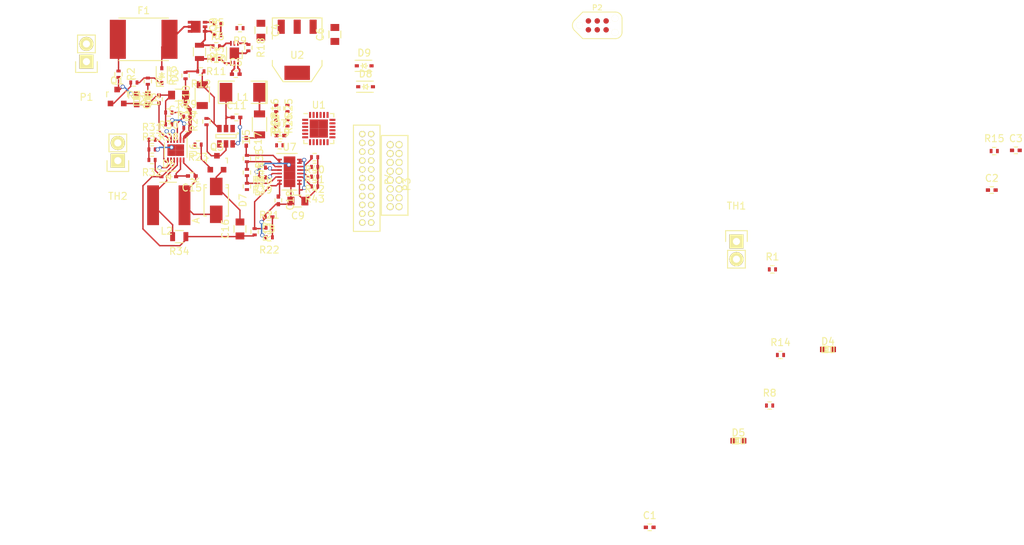
<source format=kicad_pcb>
(kicad_pcb (version 4) (host pcbnew "(after 2015-may-01 BZR unknown)-product")

  (general
    (links 219)
    (no_connects 119)
    (area 0 0 0 0)
    (thickness 1.6)
    (drawings 2)
    (tracks 315)
    (zones 0)
    (modules 88)
    (nets 62)
  )

  (page A4)
  (layers
    (0 F.Cu signal)
    (31 B.Cu signal)
    (32 B.Adhes user)
    (33 F.Adhes user)
    (34 B.Paste user)
    (35 F.Paste user)
    (36 B.SilkS user)
    (37 F.SilkS user)
    (38 B.Mask user)
    (39 F.Mask user)
    (40 Dwgs.User user)
    (41 Cmts.User user)
    (42 Eco1.User user)
    (43 Eco2.User user)
    (44 Edge.Cuts user)
    (45 Margin user)
    (46 B.CrtYd user)
    (47 F.CrtYd user)
    (48 B.Fab user)
    (49 F.Fab user)
  )

  (setup
    (last_trace_width 0.2)
    (user_trace_width 0.2)
    (user_trace_width 0.25)
    (user_trace_width 0.5)
    (trace_clearance 0.2)
    (zone_clearance 0.508)
    (zone_45_only no)
    (trace_min 0.2)
    (segment_width 0.2)
    (edge_width 0.1)
    (via_size 0.6)
    (via_drill 0.4)
    (via_min_size 0.4)
    (via_min_drill 0.3)
    (uvia_size 0.3)
    (uvia_drill 0.1)
    (uvias_allowed no)
    (uvia_min_size 0.2)
    (uvia_min_drill 0.1)
    (pcb_text_width 0.3)
    (pcb_text_size 1.5 1.5)
    (mod_edge_width 0.15)
    (mod_text_size 1 1)
    (mod_text_width 0.15)
    (pad_size 1.5 1.5)
    (pad_drill 0.6)
    (pad_to_mask_clearance 0)
    (aux_axis_origin 0 0)
    (visible_elements FFFFFF5F)
    (pcbplotparams
      (layerselection 0x00030_80000001)
      (usegerberextensions false)
      (excludeedgelayer true)
      (linewidth 0.100000)
      (plotframeref false)
      (viasonmask false)
      (mode 1)
      (useauxorigin false)
      (hpglpennumber 1)
      (hpglpenspeed 20)
      (hpglpendiameter 15)
      (hpglpenoverlay 2)
      (psnegative false)
      (psa4output false)
      (plotreference true)
      (plotvalue true)
      (plotinvisibletext false)
      (padsonsilk false)
      (subtractmaskfromsilk false)
      (outputformat 1)
      (mirror false)
      (drillshape 1)
      (scaleselection 1)
      (outputdirectory ""))
  )

  (net 0 "")
  (net 1 GND)
  (net 2 /VBackup)
  (net 3 /VREF)
  (net 4 "Net-(C4-Pad1)")
  (net 5 /SwitchVOut)
  (net 6 /BatVOut)
  (net 7 /dualIdealDiode/OUT1)
  (net 8 /12Vto3v3/Vin)
  (net 9 "Net-(C11-Pad1)")
  (net 10 "Net-(C11-Pad2)")
  (net 11 /12Vto3v3/Vout)
  (net 12 /lifepo4Charger/Vin)
  (net 13 "Net-(C14-Pad1)")
  (net 14 "Net-(C15-Pad1)")
  (net 15 "Net-(C15-Pad2)")
  (net 16 /lifepo4Charger/Vout)
  (net 17 /dualIdealDiode/VIN1)
  (net 18 /dualIdealDiode/VIN2)
  (net 19 "Net-(D1-Pad1)")
  (net 20 "Net-(D2-Pad1)")
  (net 21 "Net-(D3-Pad1)")
  (net 22 "Net-(D3-Pad2)")
  (net 23 "Net-(D4-Pad2)")
  (net 24 "Net-(D4-Pad1)")
  (net 25 "Net-(D5-Pad2)")
  (net 26 "Net-(D5-Pad1)")
  (net 27 /12Vin)
  (net 28 "Net-(L2-Pad2)")
  (net 29 /SWD_DIO)
  (net 30 /SWD_RST)
  (net 31 /SWD_CLK)
  (net 32 /I2C_SCL)
  (net 33 /I2C_SDA)
  (net 34 /IRQ)
  (net 35 "Net-(Q1-Pad1)")
  (net 36 "Net-(Q2-PadS)")
  (net 37 "Net-(R1-Pad1)")
  (net 38 /VInSense)
  (net 39 "Net-(R11-Pad2)")
  (net 40 "Net-(R10-Pad1)")
  (net 41 "Net-(R11-Pad1)")
  (net 42 /MainCurrent)
  (net 43 /12Vto3v3/En)
  (net 44 "Net-(R25-Pad2)")
  (net 45 "Net-(R27-Pad1)")
  (net 46 /lifepo4Charger/SHDN)
  (net 47 "Net-(R31-Pad1)")
  (net 48 "Net-(R31-Pad2)")
  (net 49 /dualIdealDiode/EN1)
  (net 50 /dualIdealDiode/EN2)
  (net 51 /dualIdealDiode/Curren1)
  (net 52 "Net-(R39-Pad1)")
  (net 53 /dualIdealDiode/STAT1)
  (net 54 /dualIdealDiode/WARN1)
  (net 55 /dualIdealDiode/WARN2)
  (net 56 /dualIdealDiode/STAT2)
  (net 57 "Net-(TH2-Pad1)")
  (net 58 /lifepo4Charger/CHRG)
  (net 59 /lifepo4Charger/FAULT)
  (net 60 "Net-(Q3-Pad3)")
  (net 61 "Net-(C6-Pad1)")

  (net_class Default "This is the default net class."
    (clearance 0.2)
    (trace_width 0.25)
    (via_dia 0.6)
    (via_drill 0.4)
    (uvia_dia 0.3)
    (uvia_drill 0.1)
    (add_net /12Vin)
    (add_net /12Vto3v3/En)
    (add_net /12Vto3v3/Vin)
    (add_net /12Vto3v3/Vout)
    (add_net /BatVOut)
    (add_net /I2C_SCL)
    (add_net /I2C_SDA)
    (add_net /IRQ)
    (add_net /MainCurrent)
    (add_net /SWD_CLK)
    (add_net /SWD_DIO)
    (add_net /SWD_RST)
    (add_net /SwitchVOut)
    (add_net /VBackup)
    (add_net /VInSense)
    (add_net /VREF)
    (add_net /dualIdealDiode/Curren1)
    (add_net /dualIdealDiode/EN1)
    (add_net /dualIdealDiode/EN2)
    (add_net /dualIdealDiode/OUT1)
    (add_net /dualIdealDiode/STAT1)
    (add_net /dualIdealDiode/STAT2)
    (add_net /dualIdealDiode/VIN1)
    (add_net /dualIdealDiode/VIN2)
    (add_net /dualIdealDiode/WARN1)
    (add_net /dualIdealDiode/WARN2)
    (add_net /lifepo4Charger/CHRG)
    (add_net /lifepo4Charger/FAULT)
    (add_net /lifepo4Charger/SHDN)
    (add_net /lifepo4Charger/Vin)
    (add_net /lifepo4Charger/Vout)
    (add_net GND)
    (add_net "Net-(C11-Pad1)")
    (add_net "Net-(C11-Pad2)")
    (add_net "Net-(C14-Pad1)")
    (add_net "Net-(C15-Pad1)")
    (add_net "Net-(C15-Pad2)")
    (add_net "Net-(C4-Pad1)")
    (add_net "Net-(C6-Pad1)")
    (add_net "Net-(D1-Pad1)")
    (add_net "Net-(D2-Pad1)")
    (add_net "Net-(D3-Pad1)")
    (add_net "Net-(D3-Pad2)")
    (add_net "Net-(D4-Pad1)")
    (add_net "Net-(D4-Pad2)")
    (add_net "Net-(D5-Pad1)")
    (add_net "Net-(D5-Pad2)")
    (add_net "Net-(L2-Pad2)")
    (add_net "Net-(Q1-Pad1)")
    (add_net "Net-(Q2-PadS)")
    (add_net "Net-(Q3-Pad3)")
    (add_net "Net-(R1-Pad1)")
    (add_net "Net-(R10-Pad1)")
    (add_net "Net-(R11-Pad1)")
    (add_net "Net-(R11-Pad2)")
    (add_net "Net-(R25-Pad2)")
    (add_net "Net-(R27-Pad1)")
    (add_net "Net-(R31-Pad1)")
    (add_net "Net-(R31-Pad2)")
    (add_net "Net-(R39-Pad1)")
    (add_net "Net-(TH2-Pad1)")
  )

  (module Capacitors_SMD:C_0402 (layer F.Cu) (tedit 5415D599) (tstamp 562EDBAA)
    (at 129.315001 124.995)
    (descr "Capacitor SMD 0402, reflow soldering, AVX (see smccp.pdf)")
    (tags "capacitor 0402")
    (path /56272392)
    (attr smd)
    (fp_text reference C1 (at 0 -1.7) (layer F.SilkS)
      (effects (font (size 1 1) (thickness 0.15)))
    )
    (fp_text value C (at 0 1.7) (layer F.Fab)
      (effects (font (size 1 1) (thickness 0.15)))
    )
    (fp_line (start -1.15 -0.6) (end 1.15 -0.6) (layer F.CrtYd) (width 0.05))
    (fp_line (start -1.15 0.6) (end 1.15 0.6) (layer F.CrtYd) (width 0.05))
    (fp_line (start -1.15 -0.6) (end -1.15 0.6) (layer F.CrtYd) (width 0.05))
    (fp_line (start 1.15 -0.6) (end 1.15 0.6) (layer F.CrtYd) (width 0.05))
    (fp_line (start 0.25 -0.475) (end -0.25 -0.475) (layer F.SilkS) (width 0.15))
    (fp_line (start -0.25 0.475) (end 0.25 0.475) (layer F.SilkS) (width 0.15))
    (pad 1 smd rect (at -0.55 0) (size 0.6 0.5) (layers F.Cu F.Paste F.Mask)
      (net 1 GND))
    (pad 2 smd rect (at 0.55 0) (size 0.6 0.5) (layers F.Cu F.Paste F.Mask)
      (net 2 /VBackup))
    (model Capacitors_SMD.3dshapes/C_0402.wrl
      (at (xyz 0 0 0))
      (scale (xyz 1 1 1))
      (rotate (xyz 0 0 0))
    )
  )

  (module Capacitors_SMD:C_0402 (layer F.Cu) (tedit 5415D599) (tstamp 562EDBB0)
    (at 178.335001 76.625)
    (descr "Capacitor SMD 0402, reflow soldering, AVX (see smccp.pdf)")
    (tags "capacitor 0402")
    (path /562722CF)
    (attr smd)
    (fp_text reference C2 (at 0 -1.7) (layer F.SilkS)
      (effects (font (size 1 1) (thickness 0.15)))
    )
    (fp_text value C (at 0 1.7) (layer F.Fab)
      (effects (font (size 1 1) (thickness 0.15)))
    )
    (fp_line (start -1.15 -0.6) (end 1.15 -0.6) (layer F.CrtYd) (width 0.05))
    (fp_line (start -1.15 0.6) (end 1.15 0.6) (layer F.CrtYd) (width 0.05))
    (fp_line (start -1.15 -0.6) (end -1.15 0.6) (layer F.CrtYd) (width 0.05))
    (fp_line (start 1.15 -0.6) (end 1.15 0.6) (layer F.CrtYd) (width 0.05))
    (fp_line (start 0.25 -0.475) (end -0.25 -0.475) (layer F.SilkS) (width 0.15))
    (fp_line (start -0.25 0.475) (end 0.25 0.475) (layer F.SilkS) (width 0.15))
    (pad 1 smd rect (at -0.55 0) (size 0.6 0.5) (layers F.Cu F.Paste F.Mask)
      (net 1 GND))
    (pad 2 smd rect (at 0.55 0) (size 0.6 0.5) (layers F.Cu F.Paste F.Mask)
      (net 2 /VBackup))
    (model Capacitors_SMD.3dshapes/C_0402.wrl
      (at (xyz 0 0 0))
      (scale (xyz 1 1 1))
      (rotate (xyz 0 0 0))
    )
  )

  (module Capacitors_SMD:C_0402 (layer F.Cu) (tedit 5415D599) (tstamp 562EDBB6)
    (at 181.785001 70.925)
    (descr "Capacitor SMD 0402, reflow soldering, AVX (see smccp.pdf)")
    (tags "capacitor 0402")
    (path /561F0D2D)
    (attr smd)
    (fp_text reference C3 (at 0 -1.7) (layer F.SilkS)
      (effects (font (size 1 1) (thickness 0.15)))
    )
    (fp_text value C (at 0 1.7) (layer F.Fab)
      (effects (font (size 1 1) (thickness 0.15)))
    )
    (fp_line (start -1.15 -0.6) (end 1.15 -0.6) (layer F.CrtYd) (width 0.05))
    (fp_line (start -1.15 0.6) (end 1.15 0.6) (layer F.CrtYd) (width 0.05))
    (fp_line (start -1.15 -0.6) (end -1.15 0.6) (layer F.CrtYd) (width 0.05))
    (fp_line (start 1.15 -0.6) (end 1.15 0.6) (layer F.CrtYd) (width 0.05))
    (fp_line (start 0.25 -0.475) (end -0.25 -0.475) (layer F.SilkS) (width 0.15))
    (fp_line (start -0.25 0.475) (end 0.25 0.475) (layer F.SilkS) (width 0.15))
    (pad 1 smd rect (at -0.55 0) (size 0.6 0.5) (layers F.Cu F.Paste F.Mask)
      (net 1 GND))
    (pad 2 smd rect (at 0.55 0) (size 0.6 0.5) (layers F.Cu F.Paste F.Mask)
      (net 3 /VREF))
    (model Capacitors_SMD.3dshapes/C_0402.wrl
      (at (xyz 0 0 0))
      (scale (xyz 1 1 1))
      (rotate (xyz 0 0 0))
    )
  )

  (module Capacitors_SMD:C_0805 (layer F.Cu) (tedit 5415D6EA) (tstamp 562EDBBC)
    (at 73.6 53.7 270)
    (descr "Capacitor SMD 0805, reflow soldering, AVX (see smccp.pdf)")
    (tags "capacitor 0805")
    (path /562726B5)
    (attr smd)
    (fp_text reference C4 (at 0 -2.1 270) (layer F.SilkS)
      (effects (font (size 1 1) (thickness 0.15)))
    )
    (fp_text value 10u (at 0 2.1 270) (layer F.Fab)
      (effects (font (size 1 1) (thickness 0.15)))
    )
    (fp_line (start -1.8 -1) (end 1.8 -1) (layer F.CrtYd) (width 0.05))
    (fp_line (start -1.8 1) (end 1.8 1) (layer F.CrtYd) (width 0.05))
    (fp_line (start -1.8 -1) (end -1.8 1) (layer F.CrtYd) (width 0.05))
    (fp_line (start 1.8 -1) (end 1.8 1) (layer F.CrtYd) (width 0.05))
    (fp_line (start 0.5 -0.85) (end -0.5 -0.85) (layer F.SilkS) (width 0.15))
    (fp_line (start -0.5 0.85) (end 0.5 0.85) (layer F.SilkS) (width 0.15))
    (pad 1 smd rect (at -1 0 270) (size 1 1.25) (layers F.Cu F.Paste F.Mask)
      (net 4 "Net-(C4-Pad1)"))
    (pad 2 smd rect (at 1 0 270) (size 1 1.25) (layers F.Cu F.Paste F.Mask)
      (net 1 GND))
    (model Capacitors_SMD.3dshapes/C_0805.wrl
      (at (xyz 0 0 0))
      (scale (xyz 1 1 1))
      (rotate (xyz 0 0 0))
    )
  )

  (module Capacitors_SMD:C_0402 (layer F.Cu) (tedit 5415D599) (tstamp 562EDBC2)
    (at 70 60)
    (descr "Capacitor SMD 0402, reflow soldering, AVX (see smccp.pdf)")
    (tags "capacitor 0402")
    (path /56273373)
    (attr smd)
    (fp_text reference C5 (at 0 -1.7) (layer F.SilkS)
      (effects (font (size 1 1) (thickness 0.15)))
    )
    (fp_text value C (at 0 1.7) (layer F.Fab)
      (effects (font (size 1 1) (thickness 0.15)))
    )
    (fp_line (start -1.15 -0.6) (end 1.15 -0.6) (layer F.CrtYd) (width 0.05))
    (fp_line (start -1.15 0.6) (end 1.15 0.6) (layer F.CrtYd) (width 0.05))
    (fp_line (start -1.15 -0.6) (end -1.15 0.6) (layer F.CrtYd) (width 0.05))
    (fp_line (start 1.15 -0.6) (end 1.15 0.6) (layer F.CrtYd) (width 0.05))
    (fp_line (start 0.25 -0.475) (end -0.25 -0.475) (layer F.SilkS) (width 0.15))
    (fp_line (start -0.25 0.475) (end 0.25 0.475) (layer F.SilkS) (width 0.15))
    (pad 1 smd rect (at -0.55 0) (size 0.6 0.5) (layers F.Cu F.Paste F.Mask)
      (net 2 /VBackup))
    (pad 2 smd rect (at 0.55 0) (size 0.6 0.5) (layers F.Cu F.Paste F.Mask)
      (net 1 GND))
    (model Capacitors_SMD.3dshapes/C_0402.wrl
      (at (xyz 0 0 0))
      (scale (xyz 1 1 1))
      (rotate (xyz 0 0 0))
    )
  )

  (module Capacitors_SMD:C_0805 (layer F.Cu) (tedit 5415D6EA) (tstamp 562EDBC8)
    (at 84.2 54.3 90)
    (descr "Capacitor SMD 0805, reflow soldering, AVX (see smccp.pdf)")
    (tags "capacitor 0805")
    (path /56272A4D)
    (attr smd)
    (fp_text reference C6 (at 0 -2.1 90) (layer F.SilkS)
      (effects (font (size 1 1) (thickness 0.15)))
    )
    (fp_text value 10uf (at 0 2.1 90) (layer F.Fab)
      (effects (font (size 1 1) (thickness 0.15)))
    )
    (fp_line (start -1.8 -1) (end 1.8 -1) (layer F.CrtYd) (width 0.05))
    (fp_line (start -1.8 1) (end 1.8 1) (layer F.CrtYd) (width 0.05))
    (fp_line (start -1.8 -1) (end -1.8 1) (layer F.CrtYd) (width 0.05))
    (fp_line (start 1.8 -1) (end 1.8 1) (layer F.CrtYd) (width 0.05))
    (fp_line (start 0.5 -0.85) (end -0.5 -0.85) (layer F.SilkS) (width 0.15))
    (fp_line (start -0.5 0.85) (end 0.5 0.85) (layer F.SilkS) (width 0.15))
    (pad 1 smd rect (at -1 0 90) (size 1 1.25) (layers F.Cu F.Paste F.Mask)
      (net 61 "Net-(C6-Pad1)"))
    (pad 2 smd rect (at 1 0 90) (size 1 1.25) (layers F.Cu F.Paste F.Mask)
      (net 1 GND))
    (model Capacitors_SMD.3dshapes/C_0805.wrl
      (at (xyz 0 0 0))
      (scale (xyz 1 1 1))
      (rotate (xyz 0 0 0))
    )
  )

  (module Capacitors_SMD:C_0805 (layer F.Cu) (tedit 5415D6EA) (tstamp 562EDBDA)
    (at 78.9 78.2 180)
    (descr "Capacitor SMD 0805, reflow soldering, AVX (see smccp.pdf)")
    (tags "capacitor 0805")
    (path /5618C74A)
    (attr smd)
    (fp_text reference C9 (at 0 -2.1 180) (layer F.SilkS)
      (effects (font (size 1 1) (thickness 0.15)))
    )
    (fp_text value 4.7uf (at 0 2.1 180) (layer F.Fab)
      (effects (font (size 1 1) (thickness 0.15)))
    )
    (fp_line (start -1.8 -1) (end 1.8 -1) (layer F.CrtYd) (width 0.05))
    (fp_line (start -1.8 1) (end 1.8 1) (layer F.CrtYd) (width 0.05))
    (fp_line (start -1.8 -1) (end -1.8 1) (layer F.CrtYd) (width 0.05))
    (fp_line (start 1.8 -1) (end 1.8 1) (layer F.CrtYd) (width 0.05))
    (fp_line (start 0.5 -0.85) (end -0.5 -0.85) (layer F.SilkS) (width 0.15))
    (fp_line (start -0.5 0.85) (end 0.5 0.85) (layer F.SilkS) (width 0.15))
    (pad 1 smd rect (at -1 0 180) (size 1 1.25) (layers F.Cu F.Paste F.Mask)
      (net 7 /dualIdealDiode/OUT1))
    (pad 2 smd rect (at 1 0 180) (size 1 1.25) (layers F.Cu F.Paste F.Mask)
      (net 1 GND))
    (model Capacitors_SMD.3dshapes/C_0805.wrl
      (at (xyz 0 0 0))
      (scale (xyz 1 1 1))
      (rotate (xyz 0 0 0))
    )
  )

  (module Capacitors_SMD:C_1206 (layer F.Cu) (tedit 5415D7BD) (tstamp 562EDBE0)
    (at 65.2 63 90)
    (descr "Capacitor SMD 1206, reflow soldering, AVX (see smccp.pdf)")
    (tags "capacitor 1206")
    (path /5611FB98/5611FD47)
    (attr smd)
    (fp_text reference C10 (at 0 -2.3 90) (layer F.SilkS)
      (effects (font (size 1 1) (thickness 0.15)))
    )
    (fp_text value 22uf (at 0 2.3 90) (layer F.Fab)
      (effects (font (size 1 1) (thickness 0.15)))
    )
    (fp_line (start -2.3 -1.15) (end 2.3 -1.15) (layer F.CrtYd) (width 0.05))
    (fp_line (start -2.3 1.15) (end 2.3 1.15) (layer F.CrtYd) (width 0.05))
    (fp_line (start -2.3 -1.15) (end -2.3 1.15) (layer F.CrtYd) (width 0.05))
    (fp_line (start 2.3 -1.15) (end 2.3 1.15) (layer F.CrtYd) (width 0.05))
    (fp_line (start 1 -1.025) (end -1 -1.025) (layer F.SilkS) (width 0.15))
    (fp_line (start -1 1.025) (end 1 1.025) (layer F.SilkS) (width 0.15))
    (pad 1 smd rect (at -1.5 0 90) (size 1 1.6) (layers F.Cu F.Paste F.Mask)
      (net 1 GND))
    (pad 2 smd rect (at 1.5 0 90) (size 1 1.6) (layers F.Cu F.Paste F.Mask)
      (net 8 /12Vto3v3/Vin))
    (model Capacitors_SMD.3dshapes/C_1206.wrl
      (at (xyz 0 0 0))
      (scale (xyz 1 1 1))
      (rotate (xyz 0 0 0))
    )
  )

  (module Capacitors_SMD:C_0402 (layer F.Cu) (tedit 5415D599) (tstamp 562EDBE6)
    (at 70.1 66.2)
    (descr "Capacitor SMD 0402, reflow soldering, AVX (see smccp.pdf)")
    (tags "capacitor 0402")
    (path /5611FB98/5611FDFD)
    (attr smd)
    (fp_text reference C11 (at 0 -1.7) (layer F.SilkS)
      (effects (font (size 1 1) (thickness 0.15)))
    )
    (fp_text value 100nf (at 0 1.7) (layer F.Fab)
      (effects (font (size 1 1) (thickness 0.15)))
    )
    (fp_line (start -1.15 -0.6) (end 1.15 -0.6) (layer F.CrtYd) (width 0.05))
    (fp_line (start -1.15 0.6) (end 1.15 0.6) (layer F.CrtYd) (width 0.05))
    (fp_line (start -1.15 -0.6) (end -1.15 0.6) (layer F.CrtYd) (width 0.05))
    (fp_line (start 1.15 -0.6) (end 1.15 0.6) (layer F.CrtYd) (width 0.05))
    (fp_line (start 0.25 -0.475) (end -0.25 -0.475) (layer F.SilkS) (width 0.15))
    (fp_line (start -0.25 0.475) (end 0.25 0.475) (layer F.SilkS) (width 0.15))
    (pad 1 smd rect (at -0.55 0) (size 0.6 0.5) (layers F.Cu F.Paste F.Mask)
      (net 9 "Net-(C11-Pad1)"))
    (pad 2 smd rect (at 0.55 0) (size 0.6 0.5) (layers F.Cu F.Paste F.Mask)
      (net 10 "Net-(C11-Pad2)"))
    (model Capacitors_SMD.3dshapes/C_0402.wrl
      (at (xyz 0 0 0))
      (scale (xyz 1 1 1))
      (rotate (xyz 0 0 0))
    )
  )

  (module Capacitors_SMD:C_1206 (layer F.Cu) (tedit 5415D7BD) (tstamp 562EDBEC)
    (at 73.4 67.2 270)
    (descr "Capacitor SMD 1206, reflow soldering, AVX (see smccp.pdf)")
    (tags "capacitor 1206")
    (path /5611FB98/561203D3)
    (attr smd)
    (fp_text reference C12 (at 0 -2.3 270) (layer F.SilkS)
      (effects (font (size 1 1) (thickness 0.15)))
    )
    (fp_text value 47uf (at 0 2.3 270) (layer F.Fab)
      (effects (font (size 1 1) (thickness 0.15)))
    )
    (fp_line (start -2.3 -1.15) (end 2.3 -1.15) (layer F.CrtYd) (width 0.05))
    (fp_line (start -2.3 1.15) (end 2.3 1.15) (layer F.CrtYd) (width 0.05))
    (fp_line (start -2.3 -1.15) (end -2.3 1.15) (layer F.CrtYd) (width 0.05))
    (fp_line (start 2.3 -1.15) (end 2.3 1.15) (layer F.CrtYd) (width 0.05))
    (fp_line (start 1 -1.025) (end -1 -1.025) (layer F.SilkS) (width 0.15))
    (fp_line (start -1 1.025) (end 1 1.025) (layer F.SilkS) (width 0.15))
    (pad 1 smd rect (at -1.5 0 270) (size 1 1.6) (layers F.Cu F.Paste F.Mask)
      (net 11 /12Vto3v3/Vout))
    (pad 2 smd rect (at 1.5 0 270) (size 1 1.6) (layers F.Cu F.Paste F.Mask)
      (net 1 GND))
    (model Capacitors_SMD.3dshapes/C_1206.wrl
      (at (xyz 0 0 0))
      (scale (xyz 1 1 1))
      (rotate (xyz 0 0 0))
    )
  )

  (module Capacitors_SMD:C_0805 (layer F.Cu) (tedit 5415D6EA) (tstamp 562EDBF2)
    (at 61.8 63 180)
    (descr "Capacitor SMD 0805, reflow soldering, AVX (see smccp.pdf)")
    (tags "capacitor 0805")
    (path /56114AF5/56114CEB)
    (attr smd)
    (fp_text reference C13 (at 0 -2.1 180) (layer F.SilkS)
      (effects (font (size 1 1) (thickness 0.15)))
    )
    (fp_text value 10uf (at 0 2.1 180) (layer F.Fab)
      (effects (font (size 1 1) (thickness 0.15)))
    )
    (fp_line (start -1.8 -1) (end 1.8 -1) (layer F.CrtYd) (width 0.05))
    (fp_line (start -1.8 1) (end 1.8 1) (layer F.CrtYd) (width 0.05))
    (fp_line (start -1.8 -1) (end -1.8 1) (layer F.CrtYd) (width 0.05))
    (fp_line (start 1.8 -1) (end 1.8 1) (layer F.CrtYd) (width 0.05))
    (fp_line (start 0.5 -0.85) (end -0.5 -0.85) (layer F.SilkS) (width 0.15))
    (fp_line (start -0.5 0.85) (end 0.5 0.85) (layer F.SilkS) (width 0.15))
    (pad 1 smd rect (at -1 0 180) (size 1 1.25) (layers F.Cu F.Paste F.Mask)
      (net 12 /lifepo4Charger/Vin))
    (pad 2 smd rect (at 1 0 180) (size 1 1.25) (layers F.Cu F.Paste F.Mask)
      (net 1 GND))
    (model Capacitors_SMD.3dshapes/C_0805.wrl
      (at (xyz 0 0 0))
      (scale (xyz 1 1 1))
      (rotate (xyz 0 0 0))
    )
  )

  (module Capacitors_SMD:C_0805 (layer F.Cu) (tedit 5415D6EA) (tstamp 562EDC04)
    (at 70.6 82.2 90)
    (descr "Capacitor SMD 0805, reflow soldering, AVX (see smccp.pdf)")
    (tags "capacitor 0805")
    (path /56114AF5/561153DF)
    (attr smd)
    (fp_text reference C16 (at 0 -2.1 90) (layer F.SilkS)
      (effects (font (size 1 1) (thickness 0.15)))
    )
    (fp_text value 10uf (at 0 2.1 90) (layer F.Fab)
      (effects (font (size 1 1) (thickness 0.15)))
    )
    (fp_line (start -1.8 -1) (end 1.8 -1) (layer F.CrtYd) (width 0.05))
    (fp_line (start -1.8 1) (end 1.8 1) (layer F.CrtYd) (width 0.05))
    (fp_line (start -1.8 -1) (end -1.8 1) (layer F.CrtYd) (width 0.05))
    (fp_line (start 1.8 -1) (end 1.8 1) (layer F.CrtYd) (width 0.05))
    (fp_line (start 0.5 -0.85) (end -0.5 -0.85) (layer F.SilkS) (width 0.15))
    (fp_line (start -0.5 0.85) (end 0.5 0.85) (layer F.SilkS) (width 0.15))
    (pad 1 smd rect (at -1 0 90) (size 1 1.25) (layers F.Cu F.Paste F.Mask)
      (net 16 /lifepo4Charger/Vout))
    (pad 2 smd rect (at 1 0 90) (size 1 1.25) (layers F.Cu F.Paste F.Mask)
      (net 1 GND))
    (model Capacitors_SMD.3dshapes/C_0805.wrl
      (at (xyz 0 0 0))
      (scale (xyz 1 1 1))
      (rotate (xyz 0 0 0))
    )
  )

  (module Capacitors_SMD:C_0402 (layer F.Cu) (tedit 5415D599) (tstamp 562EDC0A)
    (at 71.5 69.7 270)
    (descr "Capacitor SMD 0402, reflow soldering, AVX (see smccp.pdf)")
    (tags "capacitor 0402")
    (path /56129ACB/56273DC0)
    (attr smd)
    (fp_text reference C17 (at 0 -1.7 270) (layer F.SilkS)
      (effects (font (size 1 1) (thickness 0.15)))
    )
    (fp_text value 1u (at 0 1.7 270) (layer F.Fab)
      (effects (font (size 1 1) (thickness 0.15)))
    )
    (fp_line (start -1.15 -0.6) (end 1.15 -0.6) (layer F.CrtYd) (width 0.05))
    (fp_line (start -1.15 0.6) (end 1.15 0.6) (layer F.CrtYd) (width 0.05))
    (fp_line (start -1.15 -0.6) (end -1.15 0.6) (layer F.CrtYd) (width 0.05))
    (fp_line (start 1.15 -0.6) (end 1.15 0.6) (layer F.CrtYd) (width 0.05))
    (fp_line (start 0.25 -0.475) (end -0.25 -0.475) (layer F.SilkS) (width 0.15))
    (fp_line (start -0.25 0.475) (end 0.25 0.475) (layer F.SilkS) (width 0.15))
    (pad 1 smd rect (at -0.55 0 270) (size 0.6 0.5) (layers F.Cu F.Paste F.Mask)
      (net 1 GND))
    (pad 2 smd rect (at 0.55 0 270) (size 0.6 0.5) (layers F.Cu F.Paste F.Mask)
      (net 17 /dualIdealDiode/VIN1))
    (model Capacitors_SMD.3dshapes/C_0402.wrl
      (at (xyz 0 0 0))
      (scale (xyz 1 1 1))
      (rotate (xyz 0 0 0))
    )
  )

  (module Capacitors_SMD:C_0402 (layer F.Cu) (tedit 5415D599) (tstamp 562EDC10)
    (at 76.1 78.1 270)
    (descr "Capacitor SMD 0402, reflow soldering, AVX (see smccp.pdf)")
    (tags "capacitor 0402")
    (path /56129ACB/56273D83)
    (attr smd)
    (fp_text reference C18 (at 0 -1.7 270) (layer F.SilkS)
      (effects (font (size 1 1) (thickness 0.15)))
    )
    (fp_text value 1u (at 0 1.7 270) (layer F.Fab)
      (effects (font (size 1 1) (thickness 0.15)))
    )
    (fp_line (start -1.15 -0.6) (end 1.15 -0.6) (layer F.CrtYd) (width 0.05))
    (fp_line (start -1.15 0.6) (end 1.15 0.6) (layer F.CrtYd) (width 0.05))
    (fp_line (start -1.15 -0.6) (end -1.15 0.6) (layer F.CrtYd) (width 0.05))
    (fp_line (start 1.15 -0.6) (end 1.15 0.6) (layer F.CrtYd) (width 0.05))
    (fp_line (start 0.25 -0.475) (end -0.25 -0.475) (layer F.SilkS) (width 0.15))
    (fp_line (start -0.25 0.475) (end 0.25 0.475) (layer F.SilkS) (width 0.15))
    (pad 1 smd rect (at -0.55 0 270) (size 0.6 0.5) (layers F.Cu F.Paste F.Mask)
      (net 18 /dualIdealDiode/VIN2))
    (pad 2 smd rect (at 0.55 0 270) (size 0.6 0.5) (layers F.Cu F.Paste F.Mask)
      (net 1 GND))
    (model Capacitors_SMD.3dshapes/C_0402.wrl
      (at (xyz 0 0 0))
      (scale (xyz 1 1 1))
      (rotate (xyz 0 0 0))
    )
  )

  (module LEDs:LED-0603 (layer F.Cu) (tedit 5538B18B) (tstamp 562EDC16)
    (at 55.8 63.6 270)
    (descr "LED 0603 smd package")
    (tags "LED led 0603 SMD smd SMT smt smdled SMDLED smtled SMTLED")
    (path /5611F130)
    (attr smd)
    (fp_text reference D1 (at 0 -1.15 270) (layer F.SilkS)
      (effects (font (size 1 1) (thickness 0.15)))
    )
    (fp_text value PWRBAD (at 0 1.2 270) (layer F.Fab)
      (effects (font (size 1 1) (thickness 0.15)))
    )
    (fp_line (start -0.44958 -0.44958) (end -0.44958 0.44958) (layer F.SilkS) (width 0.15))
    (fp_line (start -0.44958 0.44958) (end -0.84836 0.44958) (layer F.SilkS) (width 0.15))
    (fp_line (start -0.84836 -0.44958) (end -0.84836 0.44958) (layer F.SilkS) (width 0.15))
    (fp_line (start -0.44958 -0.44958) (end -0.84836 -0.44958) (layer F.SilkS) (width 0.15))
    (fp_line (start 0.84836 -0.44958) (end 0.84836 0.44958) (layer F.SilkS) (width 0.15))
    (fp_line (start 0.84836 0.44958) (end 0.44958 0.44958) (layer F.SilkS) (width 0.15))
    (fp_line (start 0.44958 -0.44958) (end 0.44958 0.44958) (layer F.SilkS) (width 0.15))
    (fp_line (start 0.84836 -0.44958) (end 0.44958 -0.44958) (layer F.SilkS) (width 0.15))
    (fp_line (start 0 -0.44958) (end 0 -0.29972) (layer F.SilkS) (width 0.15))
    (fp_line (start 0 -0.29972) (end -0.29972 -0.29972) (layer F.SilkS) (width 0.15))
    (fp_line (start -0.29972 -0.44958) (end -0.29972 -0.29972) (layer F.SilkS) (width 0.15))
    (fp_line (start 0 -0.44958) (end -0.29972 -0.44958) (layer F.SilkS) (width 0.15))
    (fp_line (start 0 0.29972) (end 0 0.44958) (layer F.SilkS) (width 0.15))
    (fp_line (start 0 0.44958) (end -0.29972 0.44958) (layer F.SilkS) (width 0.15))
    (fp_line (start -0.29972 0.29972) (end -0.29972 0.44958) (layer F.SilkS) (width 0.15))
    (fp_line (start 0 0.29972) (end -0.29972 0.29972) (layer F.SilkS) (width 0.15))
    (fp_line (start 0 -0.14986) (end 0 0.14986) (layer F.SilkS) (width 0.15))
    (fp_line (start 0 0.14986) (end -0.29972 0.14986) (layer F.SilkS) (width 0.15))
    (fp_line (start -0.29972 -0.14986) (end -0.29972 0.14986) (layer F.SilkS) (width 0.15))
    (fp_line (start 0 -0.14986) (end -0.29972 -0.14986) (layer F.SilkS) (width 0.15))
    (fp_line (start -0.44958 -0.39878) (end 0.44958 -0.39878) (layer F.SilkS) (width 0.15))
    (fp_line (start -0.44958 0.39878) (end 0.44958 0.39878) (layer F.SilkS) (width 0.15))
    (pad 2 smd rect (at 0.7493 0 90) (size 0.79756 0.79756) (layers F.Cu F.Paste F.Mask)
      (net 1 GND))
    (pad 1 smd rect (at -0.7493 0 90) (size 0.79756 0.79756) (layers F.Cu F.Paste F.Mask)
      (net 19 "Net-(D1-Pad1)"))
  )

  (module LEDs:LED-0603 (layer F.Cu) (tedit 5538B18B) (tstamp 562EDC1C)
    (at 57.4 63.6 270)
    (descr "LED 0603 smd package")
    (tags "LED led 0603 SMD smd SMT smt smdled SMDLED smtled SMTLED")
    (path /5611F404)
    (attr smd)
    (fp_text reference D2 (at 0 -1.15 270) (layer F.SilkS)
      (effects (font (size 1 1) (thickness 0.15)))
    )
    (fp_text value PWRGOOD (at 0 1.2 270) (layer F.Fab)
      (effects (font (size 1 1) (thickness 0.15)))
    )
    (fp_line (start -0.44958 -0.44958) (end -0.44958 0.44958) (layer F.SilkS) (width 0.15))
    (fp_line (start -0.44958 0.44958) (end -0.84836 0.44958) (layer F.SilkS) (width 0.15))
    (fp_line (start -0.84836 -0.44958) (end -0.84836 0.44958) (layer F.SilkS) (width 0.15))
    (fp_line (start -0.44958 -0.44958) (end -0.84836 -0.44958) (layer F.SilkS) (width 0.15))
    (fp_line (start 0.84836 -0.44958) (end 0.84836 0.44958) (layer F.SilkS) (width 0.15))
    (fp_line (start 0.84836 0.44958) (end 0.44958 0.44958) (layer F.SilkS) (width 0.15))
    (fp_line (start 0.44958 -0.44958) (end 0.44958 0.44958) (layer F.SilkS) (width 0.15))
    (fp_line (start 0.84836 -0.44958) (end 0.44958 -0.44958) (layer F.SilkS) (width 0.15))
    (fp_line (start 0 -0.44958) (end 0 -0.29972) (layer F.SilkS) (width 0.15))
    (fp_line (start 0 -0.29972) (end -0.29972 -0.29972) (layer F.SilkS) (width 0.15))
    (fp_line (start -0.29972 -0.44958) (end -0.29972 -0.29972) (layer F.SilkS) (width 0.15))
    (fp_line (start 0 -0.44958) (end -0.29972 -0.44958) (layer F.SilkS) (width 0.15))
    (fp_line (start 0 0.29972) (end 0 0.44958) (layer F.SilkS) (width 0.15))
    (fp_line (start 0 0.44958) (end -0.29972 0.44958) (layer F.SilkS) (width 0.15))
    (fp_line (start -0.29972 0.29972) (end -0.29972 0.44958) (layer F.SilkS) (width 0.15))
    (fp_line (start 0 0.29972) (end -0.29972 0.29972) (layer F.SilkS) (width 0.15))
    (fp_line (start 0 -0.14986) (end 0 0.14986) (layer F.SilkS) (width 0.15))
    (fp_line (start 0 0.14986) (end -0.29972 0.14986) (layer F.SilkS) (width 0.15))
    (fp_line (start -0.29972 -0.14986) (end -0.29972 0.14986) (layer F.SilkS) (width 0.15))
    (fp_line (start 0 -0.14986) (end -0.29972 -0.14986) (layer F.SilkS) (width 0.15))
    (fp_line (start -0.44958 -0.39878) (end 0.44958 -0.39878) (layer F.SilkS) (width 0.15))
    (fp_line (start -0.44958 0.39878) (end 0.44958 0.39878) (layer F.SilkS) (width 0.15))
    (pad 2 smd rect (at 0.7493 0 90) (size 0.79756 0.79756) (layers F.Cu F.Paste F.Mask)
      (net 1 GND))
    (pad 1 smd rect (at -0.7493 0 90) (size 0.79756 0.79756) (layers F.Cu F.Paste F.Mask)
      (net 20 "Net-(D2-Pad1)"))
  )

  (module Diodes_SMD:SOD-323 (layer F.Cu) (tedit 5530FC5E) (tstamp 562EDC22)
    (at 59.4 60.2 270)
    (descr SOD-323)
    (tags SOD-323)
    (path /5611F1A7)
    (attr smd)
    (fp_text reference D3 (at 0 -1.85 270) (layer F.SilkS)
      (effects (font (size 1 1) (thickness 0.15)))
    )
    (fp_text value 1n4001 (at 0.1 1.9 270) (layer F.Fab)
      (effects (font (size 1 1) (thickness 0.15)))
    )
    (fp_line (start 0.25 0) (end 0.5 0) (layer F.SilkS) (width 0.15))
    (fp_line (start -0.25 0) (end -0.5 0) (layer F.SilkS) (width 0.15))
    (fp_line (start -0.25 0) (end 0.25 -0.35) (layer F.SilkS) (width 0.15))
    (fp_line (start 0.25 -0.35) (end 0.25 0.35) (layer F.SilkS) (width 0.15))
    (fp_line (start 0.25 0.35) (end -0.25 0) (layer F.SilkS) (width 0.15))
    (fp_line (start -0.25 -0.35) (end -0.25 0.35) (layer F.SilkS) (width 0.15))
    (fp_line (start -1.5 -0.95) (end 1.5 -0.95) (layer F.CrtYd) (width 0.05))
    (fp_line (start 1.5 -0.95) (end 1.5 0.95) (layer F.CrtYd) (width 0.05))
    (fp_line (start -1.5 0.95) (end 1.5 0.95) (layer F.CrtYd) (width 0.05))
    (fp_line (start -1.5 -0.95) (end -1.5 0.95) (layer F.CrtYd) (width 0.05))
    (fp_line (start -1.3 0.8) (end 1.1 0.8) (layer F.SilkS) (width 0.15))
    (fp_line (start -1.3 -0.8) (end 1.1 -0.8) (layer F.SilkS) (width 0.15))
    (pad 1 smd rect (at -1.055 0 270) (size 0.59 0.45) (layers F.Cu F.Paste F.Mask)
      (net 21 "Net-(D3-Pad1)"))
    (pad 2 smd rect (at 1.055 0 270) (size 0.59 0.45) (layers F.Cu F.Paste F.Mask)
      (net 22 "Net-(D3-Pad2)"))
  )

  (module LEDs:LED-0603 (layer F.Cu) (tedit 5538B18B) (tstamp 562EDC28)
    (at 154.862143 99.475)
    (descr "LED 0603 smd package")
    (tags "LED led 0603 SMD smd SMT smt smdled SMDLED smtled SMTLED")
    (path /5626EFCC)
    (attr smd)
    (fp_text reference D4 (at 0 -1.15) (layer F.SilkS)
      (effects (font (size 1 1) (thickness 0.15)))
    )
    (fp_text value LED (at 0 1.2) (layer F.Fab)
      (effects (font (size 1 1) (thickness 0.15)))
    )
    (fp_line (start -0.44958 -0.44958) (end -0.44958 0.44958) (layer F.SilkS) (width 0.15))
    (fp_line (start -0.44958 0.44958) (end -0.84836 0.44958) (layer F.SilkS) (width 0.15))
    (fp_line (start -0.84836 -0.44958) (end -0.84836 0.44958) (layer F.SilkS) (width 0.15))
    (fp_line (start -0.44958 -0.44958) (end -0.84836 -0.44958) (layer F.SilkS) (width 0.15))
    (fp_line (start 0.84836 -0.44958) (end 0.84836 0.44958) (layer F.SilkS) (width 0.15))
    (fp_line (start 0.84836 0.44958) (end 0.44958 0.44958) (layer F.SilkS) (width 0.15))
    (fp_line (start 0.44958 -0.44958) (end 0.44958 0.44958) (layer F.SilkS) (width 0.15))
    (fp_line (start 0.84836 -0.44958) (end 0.44958 -0.44958) (layer F.SilkS) (width 0.15))
    (fp_line (start 0 -0.44958) (end 0 -0.29972) (layer F.SilkS) (width 0.15))
    (fp_line (start 0 -0.29972) (end -0.29972 -0.29972) (layer F.SilkS) (width 0.15))
    (fp_line (start -0.29972 -0.44958) (end -0.29972 -0.29972) (layer F.SilkS) (width 0.15))
    (fp_line (start 0 -0.44958) (end -0.29972 -0.44958) (layer F.SilkS) (width 0.15))
    (fp_line (start 0 0.29972) (end 0 0.44958) (layer F.SilkS) (width 0.15))
    (fp_line (start 0 0.44958) (end -0.29972 0.44958) (layer F.SilkS) (width 0.15))
    (fp_line (start -0.29972 0.29972) (end -0.29972 0.44958) (layer F.SilkS) (width 0.15))
    (fp_line (start 0 0.29972) (end -0.29972 0.29972) (layer F.SilkS) (width 0.15))
    (fp_line (start 0 -0.14986) (end 0 0.14986) (layer F.SilkS) (width 0.15))
    (fp_line (start 0 0.14986) (end -0.29972 0.14986) (layer F.SilkS) (width 0.15))
    (fp_line (start -0.29972 -0.14986) (end -0.29972 0.14986) (layer F.SilkS) (width 0.15))
    (fp_line (start 0 -0.14986) (end -0.29972 -0.14986) (layer F.SilkS) (width 0.15))
    (fp_line (start -0.44958 -0.39878) (end 0.44958 -0.39878) (layer F.SilkS) (width 0.15))
    (fp_line (start -0.44958 0.39878) (end 0.44958 0.39878) (layer F.SilkS) (width 0.15))
    (pad 2 smd rect (at 0.7493 0 180) (size 0.79756 0.79756) (layers F.Cu F.Paste F.Mask)
      (net 23 "Net-(D4-Pad2)"))
    (pad 1 smd rect (at -0.7493 0 180) (size 0.79756 0.79756) (layers F.Cu F.Paste F.Mask)
      (net 24 "Net-(D4-Pad1)"))
  )

  (module LEDs:LED-0603 (layer F.Cu) (tedit 5538B18B) (tstamp 562EDC2E)
    (at 142.022143 112.575)
    (descr "LED 0603 smd package")
    (tags "LED led 0603 SMD smd SMT smt smdled SMDLED smtled SMTLED")
    (path /5626F16B)
    (attr smd)
    (fp_text reference D5 (at 0 -1.15) (layer F.SilkS)
      (effects (font (size 1 1) (thickness 0.15)))
    )
    (fp_text value LED (at 0 1.2) (layer F.Fab)
      (effects (font (size 1 1) (thickness 0.15)))
    )
    (fp_line (start -0.44958 -0.44958) (end -0.44958 0.44958) (layer F.SilkS) (width 0.15))
    (fp_line (start -0.44958 0.44958) (end -0.84836 0.44958) (layer F.SilkS) (width 0.15))
    (fp_line (start -0.84836 -0.44958) (end -0.84836 0.44958) (layer F.SilkS) (width 0.15))
    (fp_line (start -0.44958 -0.44958) (end -0.84836 -0.44958) (layer F.SilkS) (width 0.15))
    (fp_line (start 0.84836 -0.44958) (end 0.84836 0.44958) (layer F.SilkS) (width 0.15))
    (fp_line (start 0.84836 0.44958) (end 0.44958 0.44958) (layer F.SilkS) (width 0.15))
    (fp_line (start 0.44958 -0.44958) (end 0.44958 0.44958) (layer F.SilkS) (width 0.15))
    (fp_line (start 0.84836 -0.44958) (end 0.44958 -0.44958) (layer F.SilkS) (width 0.15))
    (fp_line (start 0 -0.44958) (end 0 -0.29972) (layer F.SilkS) (width 0.15))
    (fp_line (start 0 -0.29972) (end -0.29972 -0.29972) (layer F.SilkS) (width 0.15))
    (fp_line (start -0.29972 -0.44958) (end -0.29972 -0.29972) (layer F.SilkS) (width 0.15))
    (fp_line (start 0 -0.44958) (end -0.29972 -0.44958) (layer F.SilkS) (width 0.15))
    (fp_line (start 0 0.29972) (end 0 0.44958) (layer F.SilkS) (width 0.15))
    (fp_line (start 0 0.44958) (end -0.29972 0.44958) (layer F.SilkS) (width 0.15))
    (fp_line (start -0.29972 0.29972) (end -0.29972 0.44958) (layer F.SilkS) (width 0.15))
    (fp_line (start 0 0.29972) (end -0.29972 0.29972) (layer F.SilkS) (width 0.15))
    (fp_line (start 0 -0.14986) (end 0 0.14986) (layer F.SilkS) (width 0.15))
    (fp_line (start 0 0.14986) (end -0.29972 0.14986) (layer F.SilkS) (width 0.15))
    (fp_line (start -0.29972 -0.14986) (end -0.29972 0.14986) (layer F.SilkS) (width 0.15))
    (fp_line (start 0 -0.14986) (end -0.29972 -0.14986) (layer F.SilkS) (width 0.15))
    (fp_line (start -0.44958 -0.39878) (end 0.44958 -0.39878) (layer F.SilkS) (width 0.15))
    (fp_line (start -0.44958 0.39878) (end 0.44958 0.39878) (layer F.SilkS) (width 0.15))
    (pad 2 smd rect (at 0.7493 0 180) (size 0.79756 0.79756) (layers F.Cu F.Paste F.Mask)
      (net 25 "Net-(D5-Pad2)"))
    (pad 1 smd rect (at -0.7493 0 180) (size 0.79756 0.79756) (layers F.Cu F.Paste F.Mask)
      (net 26 "Net-(D5-Pad1)"))
  )

  (module Diodes_SMD:SOD-323 (layer F.Cu) (tedit 5530FC5E) (tstamp 562EDC34)
    (at 60.4 74.7)
    (descr SOD-323)
    (tags SOD-323)
    (path /56114AF5/56116E89)
    (attr smd)
    (fp_text reference D6 (at 0 -1.85) (layer F.SilkS)
      (effects (font (size 1 1) (thickness 0.15)))
    )
    (fp_text value CMDSH2-4L (at 0.1 1.9) (layer F.Fab)
      (effects (font (size 1 1) (thickness 0.15)))
    )
    (fp_line (start 0.25 0) (end 0.5 0) (layer F.SilkS) (width 0.15))
    (fp_line (start -0.25 0) (end -0.5 0) (layer F.SilkS) (width 0.15))
    (fp_line (start -0.25 0) (end 0.25 -0.35) (layer F.SilkS) (width 0.15))
    (fp_line (start 0.25 -0.35) (end 0.25 0.35) (layer F.SilkS) (width 0.15))
    (fp_line (start 0.25 0.35) (end -0.25 0) (layer F.SilkS) (width 0.15))
    (fp_line (start -0.25 -0.35) (end -0.25 0.35) (layer F.SilkS) (width 0.15))
    (fp_line (start -1.5 -0.95) (end 1.5 -0.95) (layer F.CrtYd) (width 0.05))
    (fp_line (start 1.5 -0.95) (end 1.5 0.95) (layer F.CrtYd) (width 0.05))
    (fp_line (start -1.5 0.95) (end 1.5 0.95) (layer F.CrtYd) (width 0.05))
    (fp_line (start -1.5 -0.95) (end -1.5 0.95) (layer F.CrtYd) (width 0.05))
    (fp_line (start -1.3 0.8) (end 1.1 0.8) (layer F.SilkS) (width 0.15))
    (fp_line (start -1.3 -0.8) (end 1.1 -0.8) (layer F.SilkS) (width 0.15))
    (pad 1 smd rect (at -1.055 0) (size 0.59 0.45) (layers F.Cu F.Paste F.Mask)
      (net 16 /lifepo4Charger/Vout))
    (pad 2 smd rect (at 1.055 0) (size 0.59 0.45) (layers F.Cu F.Paste F.Mask)
      (net 15 "Net-(C15-Pad2)"))
  )

  (module Diodes_SMD:Diode-SMA_Standard (layer F.Cu) (tedit 552FF239) (tstamp 562EDC3A)
    (at 67.2 78.1 270)
    (descr "Diode SMA")
    (tags "Diode SMA")
    (path /56114AF5/56115039)
    (attr smd)
    (fp_text reference D7 (at 0 -3.81 270) (layer F.SilkS)
      (effects (font (size 1 1) (thickness 0.15)))
    )
    (fp_text value CMSH3-40MA (at 0 4.3 270) (layer F.Fab)
      (effects (font (size 1 1) (thickness 0.15)))
    )
    (fp_line (start -3.5 -2) (end 3.5 -2) (layer F.CrtYd) (width 0.05))
    (fp_line (start 3.5 -2) (end 3.5 2) (layer F.CrtYd) (width 0.05))
    (fp_line (start 3.5 2) (end -3.5 2) (layer F.CrtYd) (width 0.05))
    (fp_line (start -3.5 2) (end -3.5 -2) (layer F.CrtYd) (width 0.05))
    (fp_text user K (at -2.9 2.95 270) (layer F.SilkS)
      (effects (font (size 1 1) (thickness 0.15)))
    )
    (fp_text user A (at 2.9 2.9 270) (layer F.SilkS)
      (effects (font (size 1 1) (thickness 0.15)))
    )
    (fp_circle (center 0 0) (end 0.20066 -0.0508) (layer F.Adhes) (width 0.381))
    (fp_line (start -1.79914 1.75006) (end -1.79914 1.39954) (layer F.SilkS) (width 0.15))
    (fp_line (start -1.79914 -1.75006) (end -1.79914 -1.39954) (layer F.SilkS) (width 0.15))
    (fp_line (start 2.25044 1.75006) (end 2.25044 1.39954) (layer F.SilkS) (width 0.15))
    (fp_line (start -2.25044 1.75006) (end -2.25044 1.39954) (layer F.SilkS) (width 0.15))
    (fp_line (start -2.25044 -1.75006) (end -2.25044 -1.39954) (layer F.SilkS) (width 0.15))
    (fp_line (start 2.25044 -1.75006) (end 2.25044 -1.39954) (layer F.SilkS) (width 0.15))
    (fp_line (start -2.25044 1.75006) (end 2.25044 1.75006) (layer F.SilkS) (width 0.15))
    (fp_line (start -2.25044 -1.75006) (end 2.25044 -1.75006) (layer F.SilkS) (width 0.15))
    (pad 1 smd rect (at -1.99898 0 270) (size 2.49936 1.80086) (layers F.Cu F.Paste F.Mask)
      (net 1 GND))
    (pad 2 smd rect (at 1.99898 0 270) (size 2.49936 1.80086) (layers F.Cu F.Paste F.Mask)
      (net 14 "Net-(C15-Pad1)"))
    (model Diodes_SMD.3dshapes/Diode-SMA_Standard.wrl
      (at (xyz 0 0 0))
      (scale (xyz 0.3937 0.3937 0.3937))
      (rotate (xyz 0 0 180))
    )
  )

  (module Fuse_Holders_and_Fuses:Fuse_SMD2920 (layer F.Cu) (tedit 552259FD) (tstamp 562EDC40)
    (at 56.8 55)
    (descr "Fuse, 2920 chip size")
    (tags "Fuse SMD2920")
    (path /5611F03E)
    (attr smd)
    (fp_text reference F1 (at 0 -4.1275) (layer F.SilkS)
      (effects (font (size 1 1) (thickness 0.15)))
    )
    (fp_text value FUSE (at 0 4.3815) (layer F.Fab)
      (effects (font (size 1 1) (thickness 0.15)))
    )
    (fp_line (start 5.1 -3.3) (end 5.1 3.3) (layer F.CrtYd) (width 0.05))
    (fp_line (start -5.1 -3.3) (end -5.1 3.3) (layer F.CrtYd) (width 0.05))
    (fp_line (start -5.1 3.3) (end 5.1 3.3) (layer F.CrtYd) (width 0.05))
    (fp_line (start -5.1 -3.3) (end 5.1 -3.3) (layer F.CrtYd) (width 0.05))
    (fp_line (start -3.556 -3.048) (end 3.556 -3.048) (layer F.SilkS) (width 0.15))
    (fp_line (start -3.556 3.048) (end 3.556 3.048) (layer F.SilkS) (width 0.15))
    (pad 1 smd rect (at -3.7 0 90) (size 5.6 2.3) (layers F.Cu F.Paste F.Mask)
      (net 27 /12Vin))
    (pad 2 smd rect (at 3.7 0 90) (size 5.6 2.3) (layers F.Cu F.Paste F.Mask)
      (net 21 "Net-(D3-Pad1)"))
  )

  (module SMD_Packages:SMD-2010_Pol (layer F.Cu) (tedit 0) (tstamp 562EDC46)
    (at 71 62.6 180)
    (tags "CMS SMD")
    (path /5611FB98/5611FEEF)
    (attr smd)
    (fp_text reference L1 (at 0 -0.7 180) (layer F.SilkS)
      (effects (font (size 1 1) (thickness 0.15)))
    )
    (fp_text value 2.2uh (at 0 0.8 180) (layer F.Fab)
      (effects (font (size 1 1) (thickness 0.15)))
    )
    (fp_line (start -3.3 -1.6) (end -3.3 1.6) (layer F.SilkS) (width 0.15))
    (fp_line (start 3.50012 -1.6002) (end 3.50012 1.6002) (layer F.SilkS) (width 0.15))
    (fp_line (start -3.5 -1.6) (end -3.5 1.6) (layer F.SilkS) (width 0.15))
    (fp_line (start 1.19634 1.60528) (end 3.48234 1.60528) (layer F.SilkS) (width 0.15))
    (fp_line (start 3.48234 -1.60528) (end 1.19634 -1.60528) (layer F.SilkS) (width 0.15))
    (fp_line (start -1.2 -1.6) (end -3.5 -1.6) (layer F.SilkS) (width 0.15))
    (fp_line (start -3.5 1.6) (end -1.2 1.6) (layer F.SilkS) (width 0.15))
    (pad 1 smd rect (at -2.4003 0 180) (size 1.80086 2.70002) (layers F.Cu F.Paste F.Mask)
      (net 11 /12Vto3v3/Vout))
    (pad 2 smd rect (at 2.4003 0 180) (size 1.80086 2.70002) (layers F.Cu F.Paste F.Mask)
      (net 9 "Net-(C11-Pad1)"))
    (model SMD_Packages.3dshapes/SMD-2010_Pol.wrl
      (at (xyz 0 0 0))
      (scale (xyz 0.35 0.35 0.35))
      (rotate (xyz 0 0 0))
    )
  )

  (module ASPI-6045S-5R6M-T:ASPI-6045S-5R6M-T (layer F.Cu) (tedit 562E2286) (tstamp 562EDC4C)
    (at 60.4 78.8 180)
    (path /56114AF5/56114FE2)
    (fp_text reference L2 (at 0.3 -3.7 180) (layer F.SilkS)
      (effects (font (size 1 1) (thickness 0.15)))
    )
    (fp_text value 5.6uh (at 0.3 3.7 180) (layer F.Fab)
      (effects (font (size 1 1) (thickness 0.15)))
    )
    (pad 1 smd rect (at -2.25 0 180) (size 1.7 5.7) (layers F.Cu F.Paste F.Mask)
      (net 14 "Net-(C15-Pad1)"))
    (pad 2 smd rect (at 2.25 0 180) (size 1.7 5.7) (layers F.Cu F.Paste F.Mask)
      (net 28 "Net-(L2-Pad2)"))
  )

  (module Tag-Connect:TC2030-NL_SMALL (layer F.Cu) (tedit 4FBCCECC) (tstamp 562EDC59)
    (at 121.8 53)
    (descr "Tag-Connect TC2030-NL footprint by carloscuev@gmail.com")
    (tags "Tag-Connect TC2030-NL")
    (path /562974C8)
    (clearance 0.127)
    (attr virtual)
    (fp_text reference P2 (at 0 -2.54) (layer F.SilkS)
      (effects (font (size 0.75692 0.75692) (thickness 0.127)))
    )
    (fp_text value TC2030-CTX (at 0 2.667) (layer F.SilkS) hide
      (effects (font (size 0.75692 0.75692) (thickness 0.127)))
    )
    (fp_line (start 2.6035 1.905) (end -2.0828 1.905) (layer F.SilkS) (width 0.127))
    (fp_line (start 2.6035 -1.905) (end -2.0828 -1.905) (layer F.SilkS) (width 0.127))
    (fp_line (start -3.2639 0.7239) (end -2.0828 1.905) (layer F.SilkS) (width 0.127))
    (fp_line (start -3.2639 -0.7239) (end -2.0828 -1.905) (layer F.SilkS) (width 0.127))
    (fp_arc (start -2.54 0) (end -3.2639 0.7239) (angle 90) (layer F.SilkS) (width 0.127))
    (fp_line (start 3.556 -0.9525) (end 3.556 0.9525) (layer F.SilkS) (width 0.127))
    (fp_arc (start 2.6035 0.9525) (end 3.556 0.9525) (angle 90) (layer F.SilkS) (width 0.127))
    (fp_arc (start 2.6035 -0.9525) (end 2.6035 -1.905) (angle 90) (layer F.SilkS) (width 0.127))
    (pad 1 connect circle (at -1.27 0.635) (size 0.78486 0.78486) (layers F.Cu F.Mask)
      (net 2 /VBackup))
    (pad 2 connect circle (at -1.27 -0.635) (size 0.78486 0.78486) (layers F.Cu F.Mask)
      (net 29 /SWD_DIO))
    (pad 3 connect circle (at 0 0.635) (size 0.78486 0.78486) (layers F.Cu F.Mask)
      (net 30 /SWD_RST))
    (pad 4 connect circle (at 0 -0.635) (size 0.78486 0.78486) (layers F.Cu F.Mask)
      (net 31 /SWD_CLK))
    (pad 5 connect circle (at 1.27 0.635) (size 0.78486 0.78486) (layers F.Cu F.Mask)
      (net 1 GND))
    (pad 6 connect circle (at 1.27 -0.635) (size 0.78486 0.78486) (layers F.Cu F.Mask))
    (pad "" np_thru_hole circle (at -2.54 0) (size 0.98806 0.98806) (drill 0.98806) (layers *.Cu *.Mask F.SilkS))
    (pad "" np_thru_hole circle (at 2.54 -1.016) (size 0.98552 0.98552) (drill 0.98552) (layers *.Cu *.Mask F.SilkS))
    (pad "" np_thru_hole circle (at 2.54 1.016) (size 0.98552 0.98552) (drill 0.98552) (layers *.Cu *.Mask F.SilkS))
  )

  (module hardwareRev1:1.27mm2X8 (layer F.Cu) (tedit 55F337B0) (tstamp 562EDC6D)
    (at 93.4 79)
    (descr 15)
    (path /5629A942)
    (fp_text reference P3 (at 1.1 -3.2 90) (layer F.SilkS)
      (effects (font (size 1 1) (thickness 0.15)))
    )
    (fp_text value CONN_8X2 (at -3.78 -3.73 90) (layer F.Fab)
      (effects (font (size 1 1) (thickness 0.15)))
    )
    (fp_line (start 1.27 -10.16) (end 1.27 1.27) (layer F.SilkS) (width 0.15))
    (fp_line (start -2.54 1.27) (end -2.54 -10.16) (layer F.SilkS) (width 0.15))
    (fp_line (start -2.51 -10.207) (end 1.3 -10.207) (layer F.SilkS) (width 0.15))
    (fp_line (start 1.3 1.223) (end -2.51 1.223) (layer F.SilkS) (width 0.15))
    (pad 1 thru_hole circle (at -1.27 -8.89) (size 1 1) (drill 0.65) (layers *.Cu *.Mask F.SilkS)
      (net 7 /dualIdealDiode/OUT1))
    (pad 2 thru_hole circle (at -1.27 -7.62) (size 1 1) (drill 0.65) (layers *.Cu *.Mask F.SilkS)
      (net 7 /dualIdealDiode/OUT1))
    (pad 3 thru_hole circle (at -1.27 -6.35) (size 1 1) (drill 0.65) (layers *.Cu *.Mask F.SilkS)
      (net 1 GND))
    (pad 4 thru_hole circle (at -1.27 -5.08) (size 1 1) (drill 0.65) (layers *.Cu *.Mask F.SilkS)
      (net 1 GND))
    (pad 5 thru_hole circle (at -1.27 -3.81) (size 1 1) (drill 0.65) (layers *.Cu *.Mask F.SilkS)
      (net 32 /I2C_SCL))
    (pad 6 thru_hole circle (at -1.27 -2.54) (size 1 1) (drill 0.65) (layers *.Cu *.Mask F.SilkS)
      (net 33 /I2C_SDA))
    (pad 7 thru_hole circle (at -1.27 -1.27) (size 1 1) (drill 0.65) (layers *.Cu *.Mask F.SilkS)
      (net 34 /IRQ))
    (pad 8 thru_hole circle (at -1.27 0) (size 1 1) (drill 0.65) (layers *.Cu *.Mask F.SilkS)
      (net 34 /IRQ))
    (pad 9 thru_hole circle (at 0 0) (size 1 1) (drill 0.65) (layers *.Cu *.Mask F.SilkS)
      (net 33 /I2C_SDA))
    (pad 10 thru_hole circle (at 0 -1.27) (size 1 1) (drill 0.65) (layers *.Cu *.Mask F.SilkS)
      (net 32 /I2C_SCL))
    (pad 11 thru_hole circle (at 0 -2.54) (size 1 1) (drill 0.65) (layers *.Cu *.Mask F.SilkS)
      (net 1 GND))
    (pad 12 thru_hole circle (at 0 -3.81) (size 1 1) (drill 0.65) (layers *.Cu *.Mask F.SilkS)
      (net 1 GND))
    (pad 13 thru_hole circle (at 0 -5.08) (size 1 1) (drill 0.65) (layers *.Cu *.Mask F.SilkS)
      (net 7 /dualIdealDiode/OUT1))
    (pad 14 thru_hole circle (at 0 -6.35) (size 1 1) (drill 0.65) (layers *.Cu *.Mask F.SilkS)
      (net 7 /dualIdealDiode/OUT1))
    (pad 15 thru_hole circle (at 0 -7.62) (size 1 1) (drill 0.65) (layers *.Cu *.Mask F.SilkS)
      (net 1 GND))
    (pad 16 thru_hole circle (at 0 -8.89) (size 1 1) (drill 0.65) (layers *.Cu *.Mask F.SilkS)
      (net 1 GND))
  )

  (module hardwareRev1:1.27mmPitchHeader11X2 (layer F.Cu) (tedit 554AAC88) (tstamp 562EDC87)
    (at 89.4 76.2)
    (descr 15)
    (path /5629E338)
    (fp_text reference P4 (at 2.54 -1.27 90) (layer F.SilkS)
      (effects (font (size 1 1) (thickness 0.15)))
    )
    (fp_text value CONN_11X2 (at -3.81 -1.27 90) (layer F.Fab)
      (effects (font (size 1 1) (thickness 0.15)))
    )
    (fp_line (start -2.54 -8.89) (end 1.27 -8.89) (layer F.SilkS) (width 0.15))
    (fp_line (start 1.27 -8.89) (end 1.27 6.35) (layer F.SilkS) (width 0.15))
    (fp_line (start 1.27 6.35) (end -2.54 6.35) (layer F.SilkS) (width 0.15))
    (fp_line (start -2.54 6.35) (end -2.54 -8.89) (layer F.SilkS) (width 0.15))
    (pad 21 thru_hole circle (at -1.27 5.08) (size 0.9 0.9) (drill 0.55) (layers *.Cu *.Mask F.SilkS))
    (pad 19 thru_hole circle (at -1.27 3.81) (size 0.9 0.9) (drill 0.55) (layers *.Cu *.Mask F.SilkS))
    (pad 17 thru_hole circle (at -1.27 2.54) (size 0.9 0.9) (drill 0.55) (layers *.Cu *.Mask F.SilkS)
      (net 7 /dualIdealDiode/OUT1))
    (pad 15 thru_hole circle (at -1.27 1.27) (size 0.9 0.9) (drill 0.55) (layers *.Cu *.Mask F.SilkS)
      (net 1 GND))
    (pad 13 thru_hole circle (at -1.27 0) (size 0.9 0.9) (drill 0.55) (layers *.Cu *.Mask F.SilkS)
      (net 33 /I2C_SDA))
    (pad 11 thru_hole circle (at -1.27 -1.27) (size 0.9 0.9) (drill 0.55) (layers *.Cu *.Mask F.SilkS)
      (net 32 /I2C_SCL))
    (pad 9 thru_hole circle (at -1.27 -2.54) (size 0.9 0.9) (drill 0.55) (layers *.Cu *.Mask F.SilkS)
      (net 33 /I2C_SDA))
    (pad 7 thru_hole circle (at -1.27 -3.81) (size 0.9 0.9) (drill 0.55) (layers *.Cu *.Mask F.SilkS)
      (net 1 GND))
    (pad 5 thru_hole circle (at -1.27 -5.08) (size 0.9 0.9) (drill 0.55) (layers *.Cu *.Mask F.SilkS)
      (net 7 /dualIdealDiode/OUT1))
    (pad 3 thru_hole circle (at -1.27 -6.35) (size 0.9 0.9) (drill 0.55) (layers *.Cu *.Mask F.SilkS))
    (pad 1 thru_hole circle (at -1.27 -7.62) (size 0.9 0.9) (drill 0.55) (layers *.Cu *.Mask F.SilkS))
    (pad 2 thru_hole circle (at 0 -7.62) (size 0.9 0.9) (drill 0.55) (layers *.Cu *.Mask F.SilkS))
    (pad 4 thru_hole circle (at 0 -6.35) (size 0.9 0.9) (drill 0.55) (layers *.Cu *.Mask F.SilkS))
    (pad 6 thru_hole circle (at 0 -5.08) (size 0.9 0.9) (drill 0.55) (layers *.Cu *.Mask F.SilkS)
      (net 7 /dualIdealDiode/OUT1))
    (pad 8 thru_hole circle (at 0 -3.81) (size 0.9 0.9) (drill 0.55) (layers *.Cu *.Mask F.SilkS)
      (net 1 GND))
    (pad 10 thru_hole circle (at 0 -2.54) (size 0.9 0.9) (drill 0.55) (layers *.Cu *.Mask F.SilkS)
      (net 33 /I2C_SDA))
    (pad 12 thru_hole circle (at 0 -1.27) (size 0.9 0.9) (drill 0.55) (layers *.Cu *.Mask F.SilkS)
      (net 32 /I2C_SCL))
    (pad 14 thru_hole circle (at 0 0) (size 0.9 0.9) (drill 0.55) (layers *.Cu *.Mask F.SilkS)
      (net 33 /I2C_SDA))
    (pad 16 thru_hole circle (at 0 1.27) (size 0.9 0.9) (drill 0.55) (layers *.Cu *.Mask F.SilkS)
      (net 1 GND))
    (pad 18 thru_hole circle (at 0 2.54) (size 0.9 0.9) (drill 0.55) (layers *.Cu *.Mask F.SilkS)
      (net 7 /dualIdealDiode/OUT1))
    (pad 20 thru_hole circle (at 0 3.81) (size 0.9 0.9) (drill 0.55) (layers *.Cu *.Mask F.SilkS))
    (pad 22 thru_hole circle (at 0 5.08) (size 0.9 0.9) (drill 0.55) (layers *.Cu *.Mask F.SilkS))
  )

  (module Housings_SOT-23_SOT-143_TSOT-6:SOT-23 (layer F.Cu) (tedit 553634F8) (tstamp 562EDC8E)
    (at 53 63.2)
    (descr "SOT-23, Standard")
    (tags SOT-23)
    (path /5611F09A)
    (attr smd)
    (fp_text reference Q1 (at 0 -2.25) (layer F.SilkS)
      (effects (font (size 1 1) (thickness 0.15)))
    )
    (fp_text value NPN (at 0 2.3) (layer F.Fab)
      (effects (font (size 1 1) (thickness 0.15)))
    )
    (fp_line (start -1.65 -1.6) (end 1.65 -1.6) (layer F.CrtYd) (width 0.05))
    (fp_line (start 1.65 -1.6) (end 1.65 1.6) (layer F.CrtYd) (width 0.05))
    (fp_line (start 1.65 1.6) (end -1.65 1.6) (layer F.CrtYd) (width 0.05))
    (fp_line (start -1.65 1.6) (end -1.65 -1.6) (layer F.CrtYd) (width 0.05))
    (fp_line (start 1.29916 -0.65024) (end 1.2509 -0.65024) (layer F.SilkS) (width 0.15))
    (fp_line (start -1.49982 0.0508) (end -1.49982 -0.65024) (layer F.SilkS) (width 0.15))
    (fp_line (start -1.49982 -0.65024) (end -1.2509 -0.65024) (layer F.SilkS) (width 0.15))
    (fp_line (start 1.29916 -0.65024) (end 1.49982 -0.65024) (layer F.SilkS) (width 0.15))
    (fp_line (start 1.49982 -0.65024) (end 1.49982 0.0508) (layer F.SilkS) (width 0.15))
    (pad 1 smd rect (at -0.95 1.00076) (size 0.8001 0.8001) (layers F.Cu F.Paste F.Mask)
      (net 35 "Net-(Q1-Pad1)"))
    (pad 2 smd rect (at 0.95 1.00076) (size 0.8001 0.8001) (layers F.Cu F.Paste F.Mask)
      (net 1 GND))
    (pad 3 smd rect (at 0 -0.99822) (size 0.8001 0.8001) (layers F.Cu F.Paste F.Mask)
      (net 19 "Net-(D1-Pad1)"))
    (model Housings_SOT-23_SOT-143_TSOT-6.3dshapes/SOT-23.wrl
      (at (xyz 0 0 0))
      (scale (xyz 1 1 1))
      (rotate (xyz 0 0 0))
    )
  )

  (module hardwareRev1:DMP2018LFK-7 (layer F.Cu) (tedit 562E2EB6) (tstamp 562EDC99)
    (at 65.6 53.2 90)
    (path /56192CEC)
    (fp_text reference Q2 (at 0.3 1.2 90) (layer F.SilkS)
      (effects (font (size 1 1) (thickness 0.15)))
    )
    (fp_text value MOSFET_P (at 0 -3.2 90) (layer F.Fab)
      (effects (font (size 1 1) (thickness 0.15)))
    )
    (pad D smd rect (at -0.65 -2.15 90) (size 0.4 0.65) (layers F.Cu F.Paste F.Mask)
      (net 21 "Net-(D3-Pad1)"))
    (pad D smd rect (at 0.65 -2.15 90) (size 0.4 0.65) (layers F.Cu F.Paste F.Mask)
      (net 21 "Net-(D3-Pad1)"))
    (pad S smd rect (at -0.65 0 90) (size 0.4 0.65) (layers F.Cu F.Paste F.Mask)
      (net 36 "Net-(Q2-PadS)"))
    (pad G smd rect (at 0.65 0 90) (size 0.4 0.65) (layers F.Cu F.Paste F.Mask)
      (net 1 GND))
    (pad S smd rect (at 0 0 90) (size 0.4 0.65) (layers F.Cu F.Paste F.Mask)
      (net 36 "Net-(Q2-PadS)"))
    (pad D smd rect (at 0 -1.335 90) (size 1.7 1.38) (layers F.Cu F.Paste F.Mask)
      (net 21 "Net-(D3-Pad1)"))
    (pad D smd rect (at 0 -2.15 90) (size 0.4 0.65) (layers F.Cu F.Paste F.Mask)
      (net 21 "Net-(D3-Pad1)"))
  )

  (module Resistors_SMD:R_0402 (layer F.Cu) (tedit 5415CBB8) (tstamp 562EDC9F)
    (at 146.9 88)
    (descr "Resistor SMD 0402, reflow soldering, Vishay (see dcrcw.pdf)")
    (tags "resistor 0402")
    (path /56270E41)
    (attr smd)
    (fp_text reference R1 (at 0 -1.8) (layer F.SilkS)
      (effects (font (size 1 1) (thickness 0.15)))
    )
    (fp_text value 1500 (at 0 1.8) (layer F.Fab)
      (effects (font (size 1 1) (thickness 0.15)))
    )
    (fp_line (start -0.95 -0.65) (end 0.95 -0.65) (layer F.CrtYd) (width 0.05))
    (fp_line (start -0.95 0.65) (end 0.95 0.65) (layer F.CrtYd) (width 0.05))
    (fp_line (start -0.95 -0.65) (end -0.95 0.65) (layer F.CrtYd) (width 0.05))
    (fp_line (start 0.95 -0.65) (end 0.95 0.65) (layer F.CrtYd) (width 0.05))
    (fp_line (start 0.25 -0.525) (end -0.25 -0.525) (layer F.SilkS) (width 0.15))
    (fp_line (start -0.25 0.525) (end 0.25 0.525) (layer F.SilkS) (width 0.15))
    (pad 1 smd rect (at -0.45 0) (size 0.4 0.6) (layers F.Cu F.Paste F.Mask)
      (net 37 "Net-(R1-Pad1)"))
    (pad 2 smd rect (at 0.45 0) (size 0.4 0.6) (layers F.Cu F.Paste F.Mask)
      (net 1 GND))
    (model Resistors_SMD.3dshapes/R_0402.wrl
      (at (xyz 0 0 0))
      (scale (xyz 1 1 1))
      (rotate (xyz 0 0 0))
    )
  )

  (module Resistors_SMD:R_0402 (layer F.Cu) (tedit 5415CBB8) (tstamp 562EDCA5)
    (at 53.2 60 270)
    (descr "Resistor SMD 0402, reflow soldering, Vishay (see dcrcw.pdf)")
    (tags "resistor 0402")
    (path /5611F06D)
    (attr smd)
    (fp_text reference R2 (at 0 -1.8 270) (layer F.SilkS)
      (effects (font (size 1 1) (thickness 0.15)))
    )
    (fp_text value 470 (at 0 1.8 270) (layer F.Fab)
      (effects (font (size 1 1) (thickness 0.15)))
    )
    (fp_line (start -0.95 -0.65) (end 0.95 -0.65) (layer F.CrtYd) (width 0.05))
    (fp_line (start -0.95 0.65) (end 0.95 0.65) (layer F.CrtYd) (width 0.05))
    (fp_line (start -0.95 -0.65) (end -0.95 0.65) (layer F.CrtYd) (width 0.05))
    (fp_line (start 0.95 -0.65) (end 0.95 0.65) (layer F.CrtYd) (width 0.05))
    (fp_line (start 0.25 -0.525) (end -0.25 -0.525) (layer F.SilkS) (width 0.15))
    (fp_line (start -0.25 0.525) (end 0.25 0.525) (layer F.SilkS) (width 0.15))
    (pad 1 smd rect (at -0.45 0 270) (size 0.4 0.6) (layers F.Cu F.Paste F.Mask)
      (net 27 /12Vin))
    (pad 2 smd rect (at 0.45 0 270) (size 0.4 0.6) (layers F.Cu F.Paste F.Mask)
      (net 19 "Net-(D1-Pad1)"))
    (model Resistors_SMD.3dshapes/R_0402.wrl
      (at (xyz 0 0 0))
      (scale (xyz 1 1 1))
      (rotate (xyz 0 0 0))
    )
  )

  (module Resistors_SMD:R_0402 (layer F.Cu) (tedit 5415CBB8) (tstamp 562EDCAB)
    (at 55.4 61.2 180)
    (descr "Resistor SMD 0402, reflow soldering, Vishay (see dcrcw.pdf)")
    (tags "resistor 0402")
    (path /5611F154)
    (attr smd)
    (fp_text reference R3 (at 0 -1.8 180) (layer F.SilkS)
      (effects (font (size 1 1) (thickness 0.15)))
    )
    (fp_text value 1000 (at 0 1.8 180) (layer F.Fab)
      (effects (font (size 1 1) (thickness 0.15)))
    )
    (fp_line (start -0.95 -0.65) (end 0.95 -0.65) (layer F.CrtYd) (width 0.05))
    (fp_line (start -0.95 0.65) (end 0.95 0.65) (layer F.CrtYd) (width 0.05))
    (fp_line (start -0.95 -0.65) (end -0.95 0.65) (layer F.CrtYd) (width 0.05))
    (fp_line (start 0.95 -0.65) (end 0.95 0.65) (layer F.CrtYd) (width 0.05))
    (fp_line (start 0.25 -0.525) (end -0.25 -0.525) (layer F.SilkS) (width 0.15))
    (fp_line (start -0.25 0.525) (end 0.25 0.525) (layer F.SilkS) (width 0.15))
    (pad 1 smd rect (at -0.45 0 180) (size 0.4 0.6) (layers F.Cu F.Paste F.Mask)
      (net 22 "Net-(D3-Pad2)"))
    (pad 2 smd rect (at 0.45 0 180) (size 0.4 0.6) (layers F.Cu F.Paste F.Mask)
      (net 35 "Net-(Q1-Pad1)"))
    (model Resistors_SMD.3dshapes/R_0402.wrl
      (at (xyz 0 0 0))
      (scale (xyz 1 1 1))
      (rotate (xyz 0 0 0))
    )
  )

  (module Resistors_SMD:R_0402 (layer F.Cu) (tedit 5415CBB8) (tstamp 562EDCB1)
    (at 57.4 61 270)
    (descr "Resistor SMD 0402, reflow soldering, Vishay (see dcrcw.pdf)")
    (tags "resistor 0402")
    (path /5611F181)
    (attr smd)
    (fp_text reference R4 (at 0 -1.8 270) (layer F.SilkS)
      (effects (font (size 1 1) (thickness 0.15)))
    )
    (fp_text value 270 (at 0 1.8 270) (layer F.Fab)
      (effects (font (size 1 1) (thickness 0.15)))
    )
    (fp_line (start -0.95 -0.65) (end 0.95 -0.65) (layer F.CrtYd) (width 0.05))
    (fp_line (start -0.95 0.65) (end 0.95 0.65) (layer F.CrtYd) (width 0.05))
    (fp_line (start -0.95 -0.65) (end -0.95 0.65) (layer F.CrtYd) (width 0.05))
    (fp_line (start 0.95 -0.65) (end 0.95 0.65) (layer F.CrtYd) (width 0.05))
    (fp_line (start 0.25 -0.525) (end -0.25 -0.525) (layer F.SilkS) (width 0.15))
    (fp_line (start -0.25 0.525) (end 0.25 0.525) (layer F.SilkS) (width 0.15))
    (pad 1 smd rect (at -0.45 0 270) (size 0.4 0.6) (layers F.Cu F.Paste F.Mask)
      (net 22 "Net-(D3-Pad2)"))
    (pad 2 smd rect (at 0.45 0 270) (size 0.4 0.6) (layers F.Cu F.Paste F.Mask)
      (net 20 "Net-(D2-Pad1)"))
    (model Resistors_SMD.3dshapes/R_0402.wrl
      (at (xyz 0 0 0))
      (scale (xyz 1 1 1))
      (rotate (xyz 0 0 0))
    )
  )

  (module Resistors_SMD:R_0402 (layer F.Cu) (tedit 5415CBB8) (tstamp 562EDCB7)
    (at 67.4 54.4)
    (descr "Resistor SMD 0402, reflow soldering, Vishay (see dcrcw.pdf)")
    (tags "resistor 0402")
    (path /561EE1AC)
    (attr smd)
    (fp_text reference R5 (at 0 -1.8) (layer F.SilkS)
      (effects (font (size 1 1) (thickness 0.15)))
    )
    (fp_text value 200000 (at 0 1.8) (layer F.Fab)
      (effects (font (size 1 1) (thickness 0.15)))
    )
    (fp_line (start -0.95 -0.65) (end 0.95 -0.65) (layer F.CrtYd) (width 0.05))
    (fp_line (start -0.95 0.65) (end 0.95 0.65) (layer F.CrtYd) (width 0.05))
    (fp_line (start -0.95 -0.65) (end -0.95 0.65) (layer F.CrtYd) (width 0.05))
    (fp_line (start 0.95 -0.65) (end 0.95 0.65) (layer F.CrtYd) (width 0.05))
    (fp_line (start 0.25 -0.525) (end -0.25 -0.525) (layer F.SilkS) (width 0.15))
    (fp_line (start -0.25 0.525) (end 0.25 0.525) (layer F.SilkS) (width 0.15))
    (pad 1 smd rect (at -0.45 0) (size 0.4 0.6) (layers F.Cu F.Paste F.Mask)
      (net 36 "Net-(Q2-PadS)"))
    (pad 2 smd rect (at 0.45 0) (size 0.4 0.6) (layers F.Cu F.Paste F.Mask)
      (net 38 /VInSense))
    (model Resistors_SMD.3dshapes/R_0402.wrl
      (at (xyz 0 0 0))
      (scale (xyz 1 1 1))
      (rotate (xyz 0 0 0))
    )
  )

  (module Resistors_SMD:R_0402 (layer F.Cu) (tedit 5415CBB8) (tstamp 562EDCBD)
    (at 67.4 52.8 180)
    (descr "Resistor SMD 0402, reflow soldering, Vishay (see dcrcw.pdf)")
    (tags "resistor 0402")
    (path /561EE22D)
    (attr smd)
    (fp_text reference R6 (at 0 -1.8 180) (layer F.SilkS)
      (effects (font (size 1 1) (thickness 0.15)))
    )
    (fp_text value 10000 (at 0 1.8 180) (layer F.Fab)
      (effects (font (size 1 1) (thickness 0.15)))
    )
    (fp_line (start -0.95 -0.65) (end 0.95 -0.65) (layer F.CrtYd) (width 0.05))
    (fp_line (start -0.95 0.65) (end 0.95 0.65) (layer F.CrtYd) (width 0.05))
    (fp_line (start -0.95 -0.65) (end -0.95 0.65) (layer F.CrtYd) (width 0.05))
    (fp_line (start 0.95 -0.65) (end 0.95 0.65) (layer F.CrtYd) (width 0.05))
    (fp_line (start 0.25 -0.525) (end -0.25 -0.525) (layer F.SilkS) (width 0.15))
    (fp_line (start -0.25 0.525) (end 0.25 0.525) (layer F.SilkS) (width 0.15))
    (pad 1 smd rect (at -0.45 0 180) (size 0.4 0.6) (layers F.Cu F.Paste F.Mask)
      (net 38 /VInSense))
    (pad 2 smd rect (at 0.45 0 180) (size 0.4 0.6) (layers F.Cu F.Paste F.Mask)
      (net 1 GND))
    (model Resistors_SMD.3dshapes/R_0402.wrl
      (at (xyz 0 0 0))
      (scale (xyz 1 1 1))
      (rotate (xyz 0 0 0))
    )
  )

  (module Resistors_SMD:R_0805 (layer F.Cu) (tedit 5415CDEB) (tstamp 562EDCC3)
    (at 64.8 56.8 270)
    (descr "Resistor SMD 0805, reflow soldering, Vishay (see dcrcw.pdf)")
    (tags "resistor 0805")
    (path /5611F668)
    (attr smd)
    (fp_text reference R7 (at 0 -2.1 270) (layer F.SilkS)
      (effects (font (size 1 1) (thickness 0.15)))
    )
    (fp_text value .02 (at 0 2.1 270) (layer F.Fab)
      (effects (font (size 1 1) (thickness 0.15)))
    )
    (fp_line (start -1.6 -1) (end 1.6 -1) (layer F.CrtYd) (width 0.05))
    (fp_line (start -1.6 1) (end 1.6 1) (layer F.CrtYd) (width 0.05))
    (fp_line (start -1.6 -1) (end -1.6 1) (layer F.CrtYd) (width 0.05))
    (fp_line (start 1.6 -1) (end 1.6 1) (layer F.CrtYd) (width 0.05))
    (fp_line (start 0.6 0.875) (end -0.6 0.875) (layer F.SilkS) (width 0.15))
    (fp_line (start -0.6 -0.875) (end 0.6 -0.875) (layer F.SilkS) (width 0.15))
    (pad 1 smd rect (at -0.95 0 270) (size 0.7 1.3) (layers F.Cu F.Paste F.Mask)
      (net 36 "Net-(Q2-PadS)"))
    (pad 2 smd rect (at 0.95 0 270) (size 0.7 1.3) (layers F.Cu F.Paste F.Mask)
      (net 39 "Net-(R11-Pad2)"))
    (model Resistors_SMD.3dshapes/R_0805.wrl
      (at (xyz 0 0 0))
      (scale (xyz 1 1 1))
      (rotate (xyz 0 0 0))
    )
  )

  (module Resistors_SMD:R_0402 (layer F.Cu) (tedit 5415CBB8) (tstamp 562EDCC9)
    (at 146.495952 107.525)
    (descr "Resistor SMD 0402, reflow soldering, Vishay (see dcrcw.pdf)")
    (tags "resistor 0402")
    (path /5627B49C)
    (attr smd)
    (fp_text reference R8 (at 0 -1.8) (layer F.SilkS)
      (effects (font (size 1 1) (thickness 0.15)))
    )
    (fp_text value 10000 (at 0 1.8) (layer F.Fab)
      (effects (font (size 1 1) (thickness 0.15)))
    )
    (fp_line (start -0.95 -0.65) (end 0.95 -0.65) (layer F.CrtYd) (width 0.05))
    (fp_line (start -0.95 0.65) (end 0.95 0.65) (layer F.CrtYd) (width 0.05))
    (fp_line (start -0.95 -0.65) (end -0.95 0.65) (layer F.CrtYd) (width 0.05))
    (fp_line (start 0.95 -0.65) (end 0.95 0.65) (layer F.CrtYd) (width 0.05))
    (fp_line (start 0.25 -0.525) (end -0.25 -0.525) (layer F.SilkS) (width 0.15))
    (fp_line (start -0.25 0.525) (end 0.25 0.525) (layer F.SilkS) (width 0.15))
    (pad 1 smd rect (at -0.45 0) (size 0.4 0.6) (layers F.Cu F.Paste F.Mask)
      (net 2 /VBackup))
    (pad 2 smd rect (at 0.45 0) (size 0.4 0.6) (layers F.Cu F.Paste F.Mask)
      (net 30 /SWD_RST))
    (model Resistors_SMD.3dshapes/R_0402.wrl
      (at (xyz 0 0 0))
      (scale (xyz 1 1 1))
      (rotate (xyz 0 0 0))
    )
  )

  (module Resistors_SMD:R_0402 (layer F.Cu) (tedit 5415CBB8) (tstamp 562EDCCF)
    (at 70.6 53.4 180)
    (descr "Resistor SMD 0402, reflow soldering, Vishay (see dcrcw.pdf)")
    (tags "resistor 0402")
    (path /561EC5CA)
    (attr smd)
    (fp_text reference R9 (at 0 -1.8 180) (layer F.SilkS)
      (effects (font (size 1 1) (thickness 0.15)))
    )
    (fp_text value 0 (at 0 1.8 180) (layer F.Fab)
      (effects (font (size 1 1) (thickness 0.15)))
    )
    (fp_line (start -0.95 -0.65) (end 0.95 -0.65) (layer F.CrtYd) (width 0.05))
    (fp_line (start -0.95 0.65) (end 0.95 0.65) (layer F.CrtYd) (width 0.05))
    (fp_line (start -0.95 -0.65) (end -0.95 0.65) (layer F.CrtYd) (width 0.05))
    (fp_line (start 0.95 -0.65) (end 0.95 0.65) (layer F.CrtYd) (width 0.05))
    (fp_line (start 0.25 -0.525) (end -0.25 -0.525) (layer F.SilkS) (width 0.15))
    (fp_line (start -0.25 0.525) (end 0.25 0.525) (layer F.SilkS) (width 0.15))
    (pad 1 smd rect (at -0.45 0 180) (size 0.4 0.6) (layers F.Cu F.Paste F.Mask)
      (net 4 "Net-(C4-Pad1)"))
    (pad 2 smd rect (at 0.45 0 180) (size 0.4 0.6) (layers F.Cu F.Paste F.Mask)
      (net 36 "Net-(Q2-PadS)"))
    (model Resistors_SMD.3dshapes/R_0402.wrl
      (at (xyz 0 0 0))
      (scale (xyz 1 1 1))
      (rotate (xyz 0 0 0))
    )
  )

  (module Resistors_SMD:R_0402 (layer F.Cu) (tedit 5415CBB8) (tstamp 562EDCD5)
    (at 67.2 56 180)
    (descr "Resistor SMD 0402, reflow soldering, Vishay (see dcrcw.pdf)")
    (tags "resistor 0402")
    (path /5611F6A4)
    (attr smd)
    (fp_text reference R10 (at 0 -1.8 180) (layer F.SilkS)
      (effects (font (size 1 1) (thickness 0.15)))
    )
    (fp_text value 100 (at 0 1.8 180) (layer F.Fab)
      (effects (font (size 1 1) (thickness 0.15)))
    )
    (fp_line (start -0.95 -0.65) (end 0.95 -0.65) (layer F.CrtYd) (width 0.05))
    (fp_line (start -0.95 0.65) (end 0.95 0.65) (layer F.CrtYd) (width 0.05))
    (fp_line (start -0.95 -0.65) (end -0.95 0.65) (layer F.CrtYd) (width 0.05))
    (fp_line (start 0.95 -0.65) (end 0.95 0.65) (layer F.CrtYd) (width 0.05))
    (fp_line (start 0.25 -0.525) (end -0.25 -0.525) (layer F.SilkS) (width 0.15))
    (fp_line (start -0.25 0.525) (end 0.25 0.525) (layer F.SilkS) (width 0.15))
    (pad 1 smd rect (at -0.45 0 180) (size 0.4 0.6) (layers F.Cu F.Paste F.Mask)
      (net 40 "Net-(R10-Pad1)"))
    (pad 2 smd rect (at 0.45 0 180) (size 0.4 0.6) (layers F.Cu F.Paste F.Mask)
      (net 36 "Net-(Q2-PadS)"))
    (model Resistors_SMD.3dshapes/R_0402.wrl
      (at (xyz 0 0 0))
      (scale (xyz 1 1 1))
      (rotate (xyz 0 0 0))
    )
  )

  (module Resistors_SMD:R_0402 (layer F.Cu) (tedit 5415CBB8) (tstamp 562EDCDB)
    (at 67.2 57.8 180)
    (descr "Resistor SMD 0402, reflow soldering, Vishay (see dcrcw.pdf)")
    (tags "resistor 0402")
    (path /5611F705)
    (attr smd)
    (fp_text reference R11 (at 0 -1.8 180) (layer F.SilkS)
      (effects (font (size 1 1) (thickness 0.15)))
    )
    (fp_text value 100 (at 0 1.8 180) (layer F.Fab)
      (effects (font (size 1 1) (thickness 0.15)))
    )
    (fp_line (start -0.95 -0.65) (end 0.95 -0.65) (layer F.CrtYd) (width 0.05))
    (fp_line (start -0.95 0.65) (end 0.95 0.65) (layer F.CrtYd) (width 0.05))
    (fp_line (start -0.95 -0.65) (end -0.95 0.65) (layer F.CrtYd) (width 0.05))
    (fp_line (start 0.95 -0.65) (end 0.95 0.65) (layer F.CrtYd) (width 0.05))
    (fp_line (start 0.25 -0.525) (end -0.25 -0.525) (layer F.SilkS) (width 0.15))
    (fp_line (start -0.25 0.525) (end 0.25 0.525) (layer F.SilkS) (width 0.15))
    (pad 1 smd rect (at -0.45 0 180) (size 0.4 0.6) (layers F.Cu F.Paste F.Mask)
      (net 41 "Net-(R11-Pad1)"))
    (pad 2 smd rect (at 0.45 0 180) (size 0.4 0.6) (layers F.Cu F.Paste F.Mask)
      (net 39 "Net-(R11-Pad2)"))
    (model Resistors_SMD.3dshapes/R_0402.wrl
      (at (xyz 0 0 0))
      (scale (xyz 1 1 1))
      (rotate (xyz 0 0 0))
    )
  )

  (module Resistors_SMD:R_0402 (layer F.Cu) (tedit 5415CBB8) (tstamp 562EDCE1)
    (at 65 59.6 180)
    (descr "Resistor SMD 0402, reflow soldering, Vishay (see dcrcw.pdf)")
    (tags "resistor 0402")
    (path /5611FAFB)
    (attr smd)
    (fp_text reference R12 (at 0 -1.8 180) (layer F.SilkS)
      (effects (font (size 1 1) (thickness 0.15)))
    )
    (fp_text value 0 (at 0 1.8 180) (layer F.Fab)
      (effects (font (size 1 1) (thickness 0.15)))
    )
    (fp_line (start -0.95 -0.65) (end 0.95 -0.65) (layer F.CrtYd) (width 0.05))
    (fp_line (start -0.95 0.65) (end 0.95 0.65) (layer F.CrtYd) (width 0.05))
    (fp_line (start -0.95 -0.65) (end -0.95 0.65) (layer F.CrtYd) (width 0.05))
    (fp_line (start 0.95 -0.65) (end 0.95 0.65) (layer F.CrtYd) (width 0.05))
    (fp_line (start 0.25 -0.525) (end -0.25 -0.525) (layer F.SilkS) (width 0.15))
    (fp_line (start -0.25 0.525) (end 0.25 0.525) (layer F.SilkS) (width 0.15))
    (pad 1 smd rect (at -0.45 0 180) (size 0.4 0.6) (layers F.Cu F.Paste F.Mask)
      (net 8 /12Vto3v3/Vin))
    (pad 2 smd rect (at 0.45 0 180) (size 0.4 0.6) (layers F.Cu F.Paste F.Mask)
      (net 39 "Net-(R11-Pad2)"))
    (model Resistors_SMD.3dshapes/R_0402.wrl
      (at (xyz 0 0 0))
      (scale (xyz 1 1 1))
      (rotate (xyz 0 0 0))
    )
  )

  (module Resistors_SMD:R_0402 (layer F.Cu) (tedit 5415CBB8) (tstamp 562EDCE7)
    (at 62.8 60.2 90)
    (descr "Resistor SMD 0402, reflow soldering, Vishay (see dcrcw.pdf)")
    (tags "resistor 0402")
    (path /56129619)
    (attr smd)
    (fp_text reference R13 (at 0 -1.8 90) (layer F.SilkS)
      (effects (font (size 1 1) (thickness 0.15)))
    )
    (fp_text value 0 (at 0 1.8 90) (layer F.Fab)
      (effects (font (size 1 1) (thickness 0.15)))
    )
    (fp_line (start -0.95 -0.65) (end 0.95 -0.65) (layer F.CrtYd) (width 0.05))
    (fp_line (start -0.95 0.65) (end 0.95 0.65) (layer F.CrtYd) (width 0.05))
    (fp_line (start -0.95 -0.65) (end -0.95 0.65) (layer F.CrtYd) (width 0.05))
    (fp_line (start 0.95 -0.65) (end 0.95 0.65) (layer F.CrtYd) (width 0.05))
    (fp_line (start 0.25 -0.525) (end -0.25 -0.525) (layer F.SilkS) (width 0.15))
    (fp_line (start -0.25 0.525) (end 0.25 0.525) (layer F.SilkS) (width 0.15))
    (pad 1 smd rect (at -0.45 0 90) (size 0.4 0.6) (layers F.Cu F.Paste F.Mask)
      (net 12 /lifepo4Charger/Vin))
    (pad 2 smd rect (at 0.45 0 90) (size 0.4 0.6) (layers F.Cu F.Paste F.Mask)
      (net 39 "Net-(R11-Pad2)"))
    (model Resistors_SMD.3dshapes/R_0402.wrl
      (at (xyz 0 0 0))
      (scale (xyz 1 1 1))
      (rotate (xyz 0 0 0))
    )
  )

  (module Resistors_SMD:R_0402 (layer F.Cu) (tedit 5415CBB8) (tstamp 562EDCED)
    (at 148.057381 100.275)
    (descr "Resistor SMD 0402, reflow soldering, Vishay (see dcrcw.pdf)")
    (tags "resistor 0402")
    (path /5626F3CC)
    (attr smd)
    (fp_text reference R14 (at 0 -1.8) (layer F.SilkS)
      (effects (font (size 1 1) (thickness 0.15)))
    )
    (fp_text value R (at 0 1.8) (layer F.Fab)
      (effects (font (size 1 1) (thickness 0.15)))
    )
    (fp_line (start -0.95 -0.65) (end 0.95 -0.65) (layer F.CrtYd) (width 0.05))
    (fp_line (start -0.95 0.65) (end 0.95 0.65) (layer F.CrtYd) (width 0.05))
    (fp_line (start -0.95 -0.65) (end -0.95 0.65) (layer F.CrtYd) (width 0.05))
    (fp_line (start 0.95 -0.65) (end 0.95 0.65) (layer F.CrtYd) (width 0.05))
    (fp_line (start 0.25 -0.525) (end -0.25 -0.525) (layer F.SilkS) (width 0.15))
    (fp_line (start -0.25 0.525) (end 0.25 0.525) (layer F.SilkS) (width 0.15))
    (pad 1 smd rect (at -0.45 0) (size 0.4 0.6) (layers F.Cu F.Paste F.Mask)
      (net 1 GND))
    (pad 2 smd rect (at 0.45 0) (size 0.4 0.6) (layers F.Cu F.Paste F.Mask)
      (net 23 "Net-(D4-Pad2)"))
    (model Resistors_SMD.3dshapes/R_0402.wrl
      (at (xyz 0 0 0))
      (scale (xyz 1 1 1))
      (rotate (xyz 0 0 0))
    )
  )

  (module Resistors_SMD:R_0402 (layer F.Cu) (tedit 5415CBB8) (tstamp 562EDCF3)
    (at 178.687381 71.025)
    (descr "Resistor SMD 0402, reflow soldering, Vishay (see dcrcw.pdf)")
    (tags "resistor 0402")
    (path /5626F457)
    (attr smd)
    (fp_text reference R15 (at 0 -1.8) (layer F.SilkS)
      (effects (font (size 1 1) (thickness 0.15)))
    )
    (fp_text value R (at 0 1.8) (layer F.Fab)
      (effects (font (size 1 1) (thickness 0.15)))
    )
    (fp_line (start -0.95 -0.65) (end 0.95 -0.65) (layer F.CrtYd) (width 0.05))
    (fp_line (start -0.95 0.65) (end 0.95 0.65) (layer F.CrtYd) (width 0.05))
    (fp_line (start -0.95 -0.65) (end -0.95 0.65) (layer F.CrtYd) (width 0.05))
    (fp_line (start 0.95 -0.65) (end 0.95 0.65) (layer F.CrtYd) (width 0.05))
    (fp_line (start 0.25 -0.525) (end -0.25 -0.525) (layer F.SilkS) (width 0.15))
    (fp_line (start -0.25 0.525) (end 0.25 0.525) (layer F.SilkS) (width 0.15))
    (pad 1 smd rect (at -0.45 0) (size 0.4 0.6) (layers F.Cu F.Paste F.Mask)
      (net 1 GND))
    (pad 2 smd rect (at 0.45 0) (size 0.4 0.6) (layers F.Cu F.Paste F.Mask)
      (net 25 "Net-(D5-Pad2)"))
    (model Resistors_SMD.3dshapes/R_0402.wrl
      (at (xyz 0 0 0))
      (scale (xyz 1 1 1))
      (rotate (xyz 0 0 0))
    )
  )

  (module Resistors_SMD:R_0402 (layer F.Cu) (tedit 5415CBB8) (tstamp 562EDCF9)
    (at 77.4 64.9 90)
    (descr "Resistor SMD 0402, reflow soldering, Vishay (see dcrcw.pdf)")
    (tags "resistor 0402")
    (path /5618B875)
    (attr smd)
    (fp_text reference R16 (at 0 -1.8 90) (layer F.SilkS)
      (effects (font (size 1 1) (thickness 0.15)))
    )
    (fp_text value 0 (at 0 1.8 90) (layer F.Fab)
      (effects (font (size 1 1) (thickness 0.15)))
    )
    (fp_line (start -0.95 -0.65) (end 0.95 -0.65) (layer F.CrtYd) (width 0.05))
    (fp_line (start -0.95 0.65) (end 0.95 0.65) (layer F.CrtYd) (width 0.05))
    (fp_line (start -0.95 -0.65) (end -0.95 0.65) (layer F.CrtYd) (width 0.05))
    (fp_line (start 0.95 -0.65) (end 0.95 0.65) (layer F.CrtYd) (width 0.05))
    (fp_line (start 0.25 -0.525) (end -0.25 -0.525) (layer F.SilkS) (width 0.15))
    (fp_line (start -0.25 0.525) (end 0.25 0.525) (layer F.SilkS) (width 0.15))
    (pad 1 smd rect (at -0.45 0 90) (size 0.4 0.6) (layers F.Cu F.Paste F.Mask)
      (net 17 /dualIdealDiode/VIN1))
    (pad 2 smd rect (at 0.45 0 90) (size 0.4 0.6) (layers F.Cu F.Paste F.Mask)
      (net 11 /12Vto3v3/Vout))
    (model Resistors_SMD.3dshapes/R_0402.wrl
      (at (xyz 0 0 0))
      (scale (xyz 1 1 1))
      (rotate (xyz 0 0 0))
    )
  )

  (module Resistors_SMD:R_0402 (layer F.Cu) (tedit 5415CBB8) (tstamp 562EDCFF)
    (at 72.7 82.6 270)
    (descr "Resistor SMD 0402, reflow soldering, Vishay (see dcrcw.pdf)")
    (tags "resistor 0402")
    (path /5618BAC8)
    (attr smd)
    (fp_text reference R17 (at 0 -1.8 270) (layer F.SilkS)
      (effects (font (size 1 1) (thickness 0.15)))
    )
    (fp_text value 0 (at 0 1.8 270) (layer F.Fab)
      (effects (font (size 1 1) (thickness 0.15)))
    )
    (fp_line (start -0.95 -0.65) (end 0.95 -0.65) (layer F.CrtYd) (width 0.05))
    (fp_line (start -0.95 0.65) (end 0.95 0.65) (layer F.CrtYd) (width 0.05))
    (fp_line (start -0.95 -0.65) (end -0.95 0.65) (layer F.CrtYd) (width 0.05))
    (fp_line (start 0.95 -0.65) (end 0.95 0.65) (layer F.CrtYd) (width 0.05))
    (fp_line (start 0.25 -0.525) (end -0.25 -0.525) (layer F.SilkS) (width 0.15))
    (fp_line (start -0.25 0.525) (end 0.25 0.525) (layer F.SilkS) (width 0.15))
    (pad 1 smd rect (at -0.45 0 270) (size 0.4 0.6) (layers F.Cu F.Paste F.Mask)
      (net 18 /dualIdealDiode/VIN2))
    (pad 2 smd rect (at 0.45 0 270) (size 0.4 0.6) (layers F.Cu F.Paste F.Mask)
      (net 16 /lifepo4Charger/Vout))
    (model Resistors_SMD.3dshapes/R_0402.wrl
      (at (xyz 0 0 0))
      (scale (xyz 1 1 1))
      (rotate (xyz 0 0 0))
    )
  )

  (module Resistors_SMD:R_0402 (layer F.Cu) (tedit 5415CBB8) (tstamp 562EDD05)
    (at 71.8 56.2 270)
    (descr "Resistor SMD 0402, reflow soldering, Vishay (see dcrcw.pdf)")
    (tags "resistor 0402")
    (path /561DF7D0)
    (attr smd)
    (fp_text reference R18 (at 0 -1.8 270) (layer F.SilkS)
      (effects (font (size 1 1) (thickness 0.15)))
    )
    (fp_text value 1000 (at 0 1.8 270) (layer F.Fab)
      (effects (font (size 1 1) (thickness 0.15)))
    )
    (fp_line (start -0.95 -0.65) (end 0.95 -0.65) (layer F.CrtYd) (width 0.05))
    (fp_line (start -0.95 0.65) (end 0.95 0.65) (layer F.CrtYd) (width 0.05))
    (fp_line (start -0.95 -0.65) (end -0.95 0.65) (layer F.CrtYd) (width 0.05))
    (fp_line (start 0.95 -0.65) (end 0.95 0.65) (layer F.CrtYd) (width 0.05))
    (fp_line (start 0.25 -0.525) (end -0.25 -0.525) (layer F.SilkS) (width 0.15))
    (fp_line (start -0.25 0.525) (end 0.25 0.525) (layer F.SilkS) (width 0.15))
    (pad 1 smd rect (at -0.45 0 270) (size 0.4 0.6) (layers F.Cu F.Paste F.Mask)
      (net 42 /MainCurrent))
    (pad 2 smd rect (at 0.45 0 270) (size 0.4 0.6) (layers F.Cu F.Paste F.Mask)
      (net 1 GND))
    (model Resistors_SMD.3dshapes/R_0402.wrl
      (at (xyz 0 0 0))
      (scale (xyz 1 1 1))
      (rotate (xyz 0 0 0))
    )
  )

  (module Resistors_SMD:R_0402 (layer F.Cu) (tedit 5415CBB8) (tstamp 562EDD0B)
    (at 76.3 70.2)
    (descr "Resistor SMD 0402, reflow soldering, Vishay (see dcrcw.pdf)")
    (tags "resistor 0402")
    (path /561DEA56)
    (attr smd)
    (fp_text reference R19 (at 0 -1.8) (layer F.SilkS)
      (effects (font (size 1 1) (thickness 0.15)))
    )
    (fp_text value 1K (at 0 1.8) (layer F.Fab)
      (effects (font (size 1 1) (thickness 0.15)))
    )
    (fp_line (start -0.95 -0.65) (end 0.95 -0.65) (layer F.CrtYd) (width 0.05))
    (fp_line (start -0.95 0.65) (end 0.95 0.65) (layer F.CrtYd) (width 0.05))
    (fp_line (start -0.95 -0.65) (end -0.95 0.65) (layer F.CrtYd) (width 0.05))
    (fp_line (start 0.95 -0.65) (end 0.95 0.65) (layer F.CrtYd) (width 0.05))
    (fp_line (start 0.25 -0.525) (end -0.25 -0.525) (layer F.SilkS) (width 0.15))
    (fp_line (start -0.25 0.525) (end 0.25 0.525) (layer F.SilkS) (width 0.15))
    (pad 1 smd rect (at -0.45 0) (size 0.4 0.6) (layers F.Cu F.Paste F.Mask)
      (net 1 GND))
    (pad 2 smd rect (at 0.45 0) (size 0.4 0.6) (layers F.Cu F.Paste F.Mask)
      (net 5 /SwitchVOut))
    (model Resistors_SMD.3dshapes/R_0402.wrl
      (at (xyz 0 0 0))
      (scale (xyz 1 1 1))
      (rotate (xyz 0 0 0))
    )
  )

  (module Resistors_SMD:R_0402 (layer F.Cu) (tedit 5415CBB8) (tstamp 562EDD11)
    (at 77.4 67 90)
    (descr "Resistor SMD 0402, reflow soldering, Vishay (see dcrcw.pdf)")
    (tags "resistor 0402")
    (path /561DE9D7)
    (attr smd)
    (fp_text reference R20 (at 0 -1.8 90) (layer F.SilkS)
      (effects (font (size 1 1) (thickness 0.15)))
    )
    (fp_text value 4K (at 0 1.8 90) (layer F.Fab)
      (effects (font (size 1 1) (thickness 0.15)))
    )
    (fp_line (start -0.95 -0.65) (end 0.95 -0.65) (layer F.CrtYd) (width 0.05))
    (fp_line (start -0.95 0.65) (end 0.95 0.65) (layer F.CrtYd) (width 0.05))
    (fp_line (start -0.95 -0.65) (end -0.95 0.65) (layer F.CrtYd) (width 0.05))
    (fp_line (start 0.95 -0.65) (end 0.95 0.65) (layer F.CrtYd) (width 0.05))
    (fp_line (start 0.25 -0.525) (end -0.25 -0.525) (layer F.SilkS) (width 0.15))
    (fp_line (start -0.25 0.525) (end 0.25 0.525) (layer F.SilkS) (width 0.15))
    (pad 1 smd rect (at -0.45 0 90) (size 0.4 0.6) (layers F.Cu F.Paste F.Mask)
      (net 5 /SwitchVOut))
    (pad 2 smd rect (at 0.45 0 90) (size 0.4 0.6) (layers F.Cu F.Paste F.Mask)
      (net 17 /dualIdealDiode/VIN1))
    (model Resistors_SMD.3dshapes/R_0402.wrl
      (at (xyz 0 0 0))
      (scale (xyz 1 1 1))
      (rotate (xyz 0 0 0))
    )
  )

  (module Resistors_SMD:R_0402 (layer F.Cu) (tedit 5415CBB8) (tstamp 562EDD17)
    (at 74.8 82)
    (descr "Resistor SMD 0402, reflow soldering, Vishay (see dcrcw.pdf)")
    (tags "resistor 0402")
    (path /561DEAD2)
    (attr smd)
    (fp_text reference R21 (at 0 -1.8) (layer F.SilkS)
      (effects (font (size 1 1) (thickness 0.15)))
    )
    (fp_text value 4K (at 0 1.8) (layer F.Fab)
      (effects (font (size 1 1) (thickness 0.15)))
    )
    (fp_line (start -0.95 -0.65) (end 0.95 -0.65) (layer F.CrtYd) (width 0.05))
    (fp_line (start -0.95 0.65) (end 0.95 0.65) (layer F.CrtYd) (width 0.05))
    (fp_line (start -0.95 -0.65) (end -0.95 0.65) (layer F.CrtYd) (width 0.05))
    (fp_line (start 0.95 -0.65) (end 0.95 0.65) (layer F.CrtYd) (width 0.05))
    (fp_line (start 0.25 -0.525) (end -0.25 -0.525) (layer F.SilkS) (width 0.15))
    (fp_line (start -0.25 0.525) (end 0.25 0.525) (layer F.SilkS) (width 0.15))
    (pad 1 smd rect (at -0.45 0) (size 0.4 0.6) (layers F.Cu F.Paste F.Mask)
      (net 18 /dualIdealDiode/VIN2))
    (pad 2 smd rect (at 0.45 0) (size 0.4 0.6) (layers F.Cu F.Paste F.Mask)
      (net 6 /BatVOut))
    (model Resistors_SMD.3dshapes/R_0402.wrl
      (at (xyz 0 0 0))
      (scale (xyz 1 1 1))
      (rotate (xyz 0 0 0))
    )
  )

  (module Resistors_SMD:R_0402 (layer F.Cu) (tedit 5415CBB8) (tstamp 562EDD1D)
    (at 74.8 83.4 180)
    (descr "Resistor SMD 0402, reflow soldering, Vishay (see dcrcw.pdf)")
    (tags "resistor 0402")
    (path /561DEB49)
    (attr smd)
    (fp_text reference R22 (at 0 -1.8 180) (layer F.SilkS)
      (effects (font (size 1 1) (thickness 0.15)))
    )
    (fp_text value 1K (at 0 1.8 180) (layer F.Fab)
      (effects (font (size 1 1) (thickness 0.15)))
    )
    (fp_line (start -0.95 -0.65) (end 0.95 -0.65) (layer F.CrtYd) (width 0.05))
    (fp_line (start -0.95 0.65) (end 0.95 0.65) (layer F.CrtYd) (width 0.05))
    (fp_line (start -0.95 -0.65) (end -0.95 0.65) (layer F.CrtYd) (width 0.05))
    (fp_line (start 0.95 -0.65) (end 0.95 0.65) (layer F.CrtYd) (width 0.05))
    (fp_line (start 0.25 -0.525) (end -0.25 -0.525) (layer F.SilkS) (width 0.15))
    (fp_line (start -0.25 0.525) (end 0.25 0.525) (layer F.SilkS) (width 0.15))
    (pad 1 smd rect (at -0.45 0 180) (size 0.4 0.6) (layers F.Cu F.Paste F.Mask)
      (net 6 /BatVOut))
    (pad 2 smd rect (at 0.45 0 180) (size 0.4 0.6) (layers F.Cu F.Paste F.Mask)
      (net 1 GND))
    (model Resistors_SMD.3dshapes/R_0402.wrl
      (at (xyz 0 0 0))
      (scale (xyz 1 1 1))
      (rotate (xyz 0 0 0))
    )
  )

  (module Resistors_SMD:R_0402 (layer F.Cu) (tedit 5415CBB8) (tstamp 562EDD23)
    (at 64.6 70.1 180)
    (descr "Resistor SMD 0402, reflow soldering, Vishay (see dcrcw.pdf)")
    (tags "resistor 0402")
    (path /5611FB98/561202C6)
    (attr smd)
    (fp_text reference R23 (at 0 -1.8 180) (layer F.SilkS)
      (effects (font (size 1 1) (thickness 0.15)))
    )
    (fp_text value R (at 0 1.8 180) (layer F.Fab)
      (effects (font (size 1 1) (thickness 0.15)))
    )
    (fp_line (start -0.95 -0.65) (end 0.95 -0.65) (layer F.CrtYd) (width 0.05))
    (fp_line (start -0.95 0.65) (end 0.95 0.65) (layer F.CrtYd) (width 0.05))
    (fp_line (start -0.95 -0.65) (end -0.95 0.65) (layer F.CrtYd) (width 0.05))
    (fp_line (start 0.95 -0.65) (end 0.95 0.65) (layer F.CrtYd) (width 0.05))
    (fp_line (start 0.25 -0.525) (end -0.25 -0.525) (layer F.SilkS) (width 0.15))
    (fp_line (start -0.25 0.525) (end 0.25 0.525) (layer F.SilkS) (width 0.15))
    (pad 1 smd rect (at -0.45 0 180) (size 0.4 0.6) (layers F.Cu F.Paste F.Mask)
      (net 43 /12Vto3v3/En))
    (pad 2 smd rect (at 0.45 0 180) (size 0.4 0.6) (layers F.Cu F.Paste F.Mask)
      (net 1 GND))
    (model Resistors_SMD.3dshapes/R_0402.wrl
      (at (xyz 0 0 0))
      (scale (xyz 1 1 1))
      (rotate (xyz 0 0 0))
    )
  )

  (module Resistors_SMD:R_0402 (layer F.Cu) (tedit 5415CBB8) (tstamp 562EDD29)
    (at 65.8 66.8 90)
    (descr "Resistor SMD 0402, reflow soldering, Vishay (see dcrcw.pdf)")
    (tags "resistor 0402")
    (path /5611FB98/56120123)
    (attr smd)
    (fp_text reference R24 (at 0 -1.8 90) (layer F.SilkS)
      (effects (font (size 1 1) (thickness 0.15)))
    )
    (fp_text value 10K (at 0 1.8 90) (layer F.Fab)
      (effects (font (size 1 1) (thickness 0.15)))
    )
    (fp_line (start -0.95 -0.65) (end 0.95 -0.65) (layer F.CrtYd) (width 0.05))
    (fp_line (start -0.95 0.65) (end 0.95 0.65) (layer F.CrtYd) (width 0.05))
    (fp_line (start -0.95 -0.65) (end -0.95 0.65) (layer F.CrtYd) (width 0.05))
    (fp_line (start 0.95 -0.65) (end 0.95 0.65) (layer F.CrtYd) (width 0.05))
    (fp_line (start 0.25 -0.525) (end -0.25 -0.525) (layer F.SilkS) (width 0.15))
    (fp_line (start -0.25 0.525) (end 0.25 0.525) (layer F.SilkS) (width 0.15))
    (pad 1 smd rect (at -0.45 0 90) (size 0.4 0.6) (layers F.Cu F.Paste F.Mask)
      (net 60 "Net-(Q3-Pad3)"))
    (pad 2 smd rect (at 0.45 0 90) (size 0.4 0.6) (layers F.Cu F.Paste F.Mask)
      (net 8 /12Vto3v3/Vin))
    (model Resistors_SMD.3dshapes/R_0402.wrl
      (at (xyz 0 0 0))
      (scale (xyz 1 1 1))
      (rotate (xyz 0 0 0))
    )
  )

  (module Resistors_SMD:R_0402 (layer F.Cu) (tedit 5415CBB8) (tstamp 562EDD2F)
    (at 75.8 64.9 270)
    (descr "Resistor SMD 0402, reflow soldering, Vishay (see dcrcw.pdf)")
    (tags "resistor 0402")
    (path /5611FB98/5611FE98)
    (attr smd)
    (fp_text reference R25 (at 0 -1.8 270) (layer F.SilkS)
      (effects (font (size 1 1) (thickness 0.15)))
    )
    (fp_text value 33.2k (at 0 1.8 270) (layer F.Fab)
      (effects (font (size 1 1) (thickness 0.15)))
    )
    (fp_line (start -0.95 -0.65) (end 0.95 -0.65) (layer F.CrtYd) (width 0.05))
    (fp_line (start -0.95 0.65) (end 0.95 0.65) (layer F.CrtYd) (width 0.05))
    (fp_line (start -0.95 -0.65) (end -0.95 0.65) (layer F.CrtYd) (width 0.05))
    (fp_line (start 0.95 -0.65) (end 0.95 0.65) (layer F.CrtYd) (width 0.05))
    (fp_line (start 0.25 -0.525) (end -0.25 -0.525) (layer F.SilkS) (width 0.15))
    (fp_line (start -0.25 0.525) (end 0.25 0.525) (layer F.SilkS) (width 0.15))
    (pad 1 smd rect (at -0.45 0 270) (size 0.4 0.6) (layers F.Cu F.Paste F.Mask)
      (net 11 /12Vto3v3/Vout))
    (pad 2 smd rect (at 0.45 0 270) (size 0.4 0.6) (layers F.Cu F.Paste F.Mask)
      (net 44 "Net-(R25-Pad2)"))
    (model Resistors_SMD.3dshapes/R_0402.wrl
      (at (xyz 0 0 0))
      (scale (xyz 1 1 1))
      (rotate (xyz 0 0 0))
    )
  )

  (module Resistors_SMD:R_0402 (layer F.Cu) (tedit 5415CBB8) (tstamp 562EDD35)
    (at 75.8 67.1 270)
    (descr "Resistor SMD 0402, reflow soldering, Vishay (see dcrcw.pdf)")
    (tags "resistor 0402")
    (path /5611FB98/5611FECF)
    (attr smd)
    (fp_text reference R26 (at 0 -1.8 270) (layer F.SilkS)
      (effects (font (size 1 1) (thickness 0.15)))
    )
    (fp_text value 10k (at 0 1.8 270) (layer F.Fab)
      (effects (font (size 1 1) (thickness 0.15)))
    )
    (fp_line (start -0.95 -0.65) (end 0.95 -0.65) (layer F.CrtYd) (width 0.05))
    (fp_line (start -0.95 0.65) (end 0.95 0.65) (layer F.CrtYd) (width 0.05))
    (fp_line (start -0.95 -0.65) (end -0.95 0.65) (layer F.CrtYd) (width 0.05))
    (fp_line (start 0.95 -0.65) (end 0.95 0.65) (layer F.CrtYd) (width 0.05))
    (fp_line (start 0.25 -0.525) (end -0.25 -0.525) (layer F.SilkS) (width 0.15))
    (fp_line (start -0.25 0.525) (end 0.25 0.525) (layer F.SilkS) (width 0.15))
    (pad 1 smd rect (at -0.45 0 270) (size 0.4 0.6) (layers F.Cu F.Paste F.Mask)
      (net 44 "Net-(R25-Pad2)"))
    (pad 2 smd rect (at 0.45 0 270) (size 0.4 0.6) (layers F.Cu F.Paste F.Mask)
      (net 1 GND))
    (model Resistors_SMD.3dshapes/R_0402.wrl
      (at (xyz 0 0 0))
      (scale (xyz 1 1 1))
      (rotate (xyz 0 0 0))
    )
  )

  (module Resistors_SMD:R_0402 (layer F.Cu) (tedit 5415CBB8) (tstamp 562EDD3B)
    (at 63 67.7)
    (descr "Resistor SMD 0402, reflow soldering, Vishay (see dcrcw.pdf)")
    (tags "resistor 0402")
    (path /56114AF5/56114D05)
    (attr smd)
    (fp_text reference R27 (at 0 -1.8) (layer F.SilkS)
      (effects (font (size 1 1) (thickness 0.15)))
    )
    (fp_text value 13.7k (at 0 1.8) (layer F.Fab)
      (effects (font (size 1 1) (thickness 0.15)))
    )
    (fp_line (start -0.95 -0.65) (end 0.95 -0.65) (layer F.CrtYd) (width 0.05))
    (fp_line (start -0.95 0.65) (end 0.95 0.65) (layer F.CrtYd) (width 0.05))
    (fp_line (start -0.95 -0.65) (end -0.95 0.65) (layer F.CrtYd) (width 0.05))
    (fp_line (start 0.95 -0.65) (end 0.95 0.65) (layer F.CrtYd) (width 0.05))
    (fp_line (start 0.25 -0.525) (end -0.25 -0.525) (layer F.SilkS) (width 0.15))
    (fp_line (start -0.25 0.525) (end 0.25 0.525) (layer F.SilkS) (width 0.15))
    (pad 1 smd rect (at -0.45 0) (size 0.4 0.6) (layers F.Cu F.Paste F.Mask)
      (net 45 "Net-(R27-Pad1)"))
    (pad 2 smd rect (at 0.45 0) (size 0.4 0.6) (layers F.Cu F.Paste F.Mask)
      (net 12 /lifepo4Charger/Vin))
    (model Resistors_SMD.3dshapes/R_0402.wrl
      (at (xyz 0 0 0))
      (scale (xyz 1 1 1))
      (rotate (xyz 0 0 0))
    )
  )

  (module Resistors_SMD:R_0402 (layer F.Cu) (tedit 5415CBB8) (tstamp 562EDD41)
    (at 60.4 67.2 180)
    (descr "Resistor SMD 0402, reflow soldering, Vishay (see dcrcw.pdf)")
    (tags "resistor 0402")
    (path /56114AF5/56114DC8)
    (attr smd)
    (fp_text reference R28 (at 0 -1.8 180) (layer F.SilkS)
      (effects (font (size 1 1) (thickness 0.15)))
    )
    (fp_text value 10k (at 0 1.8 180) (layer F.Fab)
      (effects (font (size 1 1) (thickness 0.15)))
    )
    (fp_line (start -0.95 -0.65) (end 0.95 -0.65) (layer F.CrtYd) (width 0.05))
    (fp_line (start -0.95 0.65) (end 0.95 0.65) (layer F.CrtYd) (width 0.05))
    (fp_line (start -0.95 -0.65) (end -0.95 0.65) (layer F.CrtYd) (width 0.05))
    (fp_line (start 0.95 -0.65) (end 0.95 0.65) (layer F.CrtYd) (width 0.05))
    (fp_line (start 0.25 -0.525) (end -0.25 -0.525) (layer F.SilkS) (width 0.15))
    (fp_line (start -0.25 0.525) (end 0.25 0.525) (layer F.SilkS) (width 0.15))
    (pad 1 smd rect (at -0.45 0 180) (size 0.4 0.6) (layers F.Cu F.Paste F.Mask)
      (net 45 "Net-(R27-Pad1)"))
    (pad 2 smd rect (at 0.45 0 180) (size 0.4 0.6) (layers F.Cu F.Paste F.Mask)
      (net 1 GND))
    (model Resistors_SMD.3dshapes/R_0402.wrl
      (at (xyz 0 0 0))
      (scale (xyz 1 1 1))
      (rotate (xyz 0 0 0))
    )
  )

  (module Resistors_SMD:R_0402 (layer F.Cu) (tedit 5415CBB8) (tstamp 562EDD47)
    (at 63 66.1)
    (descr "Resistor SMD 0402, reflow soldering, Vishay (see dcrcw.pdf)")
    (tags "resistor 0402")
    (path /56114AF5/561165A5)
    (attr smd)
    (fp_text reference R29 (at 0 -1.8) (layer F.SilkS)
      (effects (font (size 1 1) (thickness 0.15)))
    )
    (fp_text value 50k (at 0 1.8) (layer F.Fab)
      (effects (font (size 1 1) (thickness 0.15)))
    )
    (fp_line (start -0.95 -0.65) (end 0.95 -0.65) (layer F.CrtYd) (width 0.05))
    (fp_line (start -0.95 0.65) (end 0.95 0.65) (layer F.CrtYd) (width 0.05))
    (fp_line (start -0.95 -0.65) (end -0.95 0.65) (layer F.CrtYd) (width 0.05))
    (fp_line (start 0.95 -0.65) (end 0.95 0.65) (layer F.CrtYd) (width 0.05))
    (fp_line (start 0.25 -0.525) (end -0.25 -0.525) (layer F.SilkS) (width 0.15))
    (fp_line (start -0.25 0.525) (end 0.25 0.525) (layer F.SilkS) (width 0.15))
    (pad 1 smd rect (at -0.45 0) (size 0.4 0.6) (layers F.Cu F.Paste F.Mask)
      (net 46 /lifepo4Charger/SHDN))
    (pad 2 smd rect (at 0.45 0) (size 0.4 0.6) (layers F.Cu F.Paste F.Mask)
      (net 12 /lifepo4Charger/Vin))
    (model Resistors_SMD.3dshapes/R_0402.wrl
      (at (xyz 0 0 0))
      (scale (xyz 1 1 1))
      (rotate (xyz 0 0 0))
    )
  )

  (module Resistors_SMD:R_0402 (layer F.Cu) (tedit 5415CBB8) (tstamp 562EDD4D)
    (at 60.4 65.5 180)
    (descr "Resistor SMD 0402, reflow soldering, Vishay (see dcrcw.pdf)")
    (tags "resistor 0402")
    (path /56114AF5/561165FC)
    (attr smd)
    (fp_text reference R30 (at 0 -1.8 180) (layer F.SilkS)
      (effects (font (size 1 1) (thickness 0.15)))
    )
    (fp_text value 10k (at 0 1.8 180) (layer F.Fab)
      (effects (font (size 1 1) (thickness 0.15)))
    )
    (fp_line (start -0.95 -0.65) (end 0.95 -0.65) (layer F.CrtYd) (width 0.05))
    (fp_line (start -0.95 0.65) (end 0.95 0.65) (layer F.CrtYd) (width 0.05))
    (fp_line (start -0.95 -0.65) (end -0.95 0.65) (layer F.CrtYd) (width 0.05))
    (fp_line (start 0.95 -0.65) (end 0.95 0.65) (layer F.CrtYd) (width 0.05))
    (fp_line (start 0.25 -0.525) (end -0.25 -0.525) (layer F.SilkS) (width 0.15))
    (fp_line (start -0.25 0.525) (end 0.25 0.525) (layer F.SilkS) (width 0.15))
    (pad 1 smd rect (at -0.45 0 180) (size 0.4 0.6) (layers F.Cu F.Paste F.Mask)
      (net 46 /lifepo4Charger/SHDN))
    (pad 2 smd rect (at 0.45 0 180) (size 0.4 0.6) (layers F.Cu F.Paste F.Mask)
      (net 1 GND))
    (model Resistors_SMD.3dshapes/R_0402.wrl
      (at (xyz 0 0 0))
      (scale (xyz 1 1 1))
      (rotate (xyz 0 0 0))
    )
  )

  (module Resistors_SMD:R_0402 (layer F.Cu) (tedit 5415CBB8) (tstamp 562EDD53)
    (at 58 69.4)
    (descr "Resistor SMD 0402, reflow soldering, Vishay (see dcrcw.pdf)")
    (tags "resistor 0402")
    (path /56114AF5/561158DE)
    (attr smd)
    (fp_text reference R31 (at 0 -1.8) (layer F.SilkS)
      (effects (font (size 1 1) (thickness 0.15)))
    )
    (fp_text value 237k (at 0 1.8) (layer F.Fab)
      (effects (font (size 1 1) (thickness 0.15)))
    )
    (fp_line (start -0.95 -0.65) (end 0.95 -0.65) (layer F.CrtYd) (width 0.05))
    (fp_line (start -0.95 0.65) (end 0.95 0.65) (layer F.CrtYd) (width 0.05))
    (fp_line (start -0.95 -0.65) (end -0.95 0.65) (layer F.CrtYd) (width 0.05))
    (fp_line (start 0.95 -0.65) (end 0.95 0.65) (layer F.CrtYd) (width 0.05))
    (fp_line (start 0.25 -0.525) (end -0.25 -0.525) (layer F.SilkS) (width 0.15))
    (fp_line (start -0.25 0.525) (end 0.25 0.525) (layer F.SilkS) (width 0.15))
    (pad 1 smd rect (at -0.45 0) (size 0.4 0.6) (layers F.Cu F.Paste F.Mask)
      (net 47 "Net-(R31-Pad1)"))
    (pad 2 smd rect (at 0.45 0) (size 0.4 0.6) (layers F.Cu F.Paste F.Mask)
      (net 48 "Net-(R31-Pad2)"))
    (model Resistors_SMD.3dshapes/R_0402.wrl
      (at (xyz 0 0 0))
      (scale (xyz 1 1 1))
      (rotate (xyz 0 0 0))
    )
  )

  (module Resistors_SMD:R_0402 (layer F.Cu) (tedit 5415CBB8) (tstamp 562EDD59)
    (at 58 72.3 180)
    (descr "Resistor SMD 0402, reflow soldering, Vishay (see dcrcw.pdf)")
    (tags "resistor 0402")
    (path /56114AF5/56115929)
    (attr smd)
    (fp_text reference R32 (at 0 -1.8 180) (layer F.SilkS)
      (effects (font (size 1 1) (thickness 0.15)))
    )
    (fp_text value 14.3k (at 0 1.8 180) (layer F.Fab)
      (effects (font (size 1 1) (thickness 0.15)))
    )
    (fp_line (start -0.95 -0.65) (end 0.95 -0.65) (layer F.CrtYd) (width 0.05))
    (fp_line (start -0.95 0.65) (end 0.95 0.65) (layer F.CrtYd) (width 0.05))
    (fp_line (start -0.95 -0.65) (end -0.95 0.65) (layer F.CrtYd) (width 0.05))
    (fp_line (start 0.95 -0.65) (end 0.95 0.65) (layer F.CrtYd) (width 0.05))
    (fp_line (start 0.25 -0.525) (end -0.25 -0.525) (layer F.SilkS) (width 0.15))
    (fp_line (start -0.25 0.525) (end 0.25 0.525) (layer F.SilkS) (width 0.15))
    (pad 1 smd rect (at -0.45 0 180) (size 0.4 0.6) (layers F.Cu F.Paste F.Mask)
      (net 16 /lifepo4Charger/Vout))
    (pad 2 smd rect (at 0.45 0 180) (size 0.4 0.6) (layers F.Cu F.Paste F.Mask)
      (net 47 "Net-(R31-Pad1)"))
    (model Resistors_SMD.3dshapes/R_0402.wrl
      (at (xyz 0 0 0))
      (scale (xyz 1 1 1))
      (rotate (xyz 0 0 0))
    )
  )

  (module Resistors_SMD:R_0402 (layer F.Cu) (tedit 5415CBB8) (tstamp 562EDD5F)
    (at 58 70.8)
    (descr "Resistor SMD 0402, reflow soldering, Vishay (see dcrcw.pdf)")
    (tags "resistor 0402")
    (path /56114AF5/561159A8)
    (attr smd)
    (fp_text reference R33 (at 0 -1.8) (layer F.SilkS)
      (effects (font (size 1 1) (thickness 0.15)))
    )
    (fp_text value 330k (at 0 1.8) (layer F.Fab)
      (effects (font (size 1 1) (thickness 0.15)))
    )
    (fp_line (start -0.95 -0.65) (end 0.95 -0.65) (layer F.CrtYd) (width 0.05))
    (fp_line (start -0.95 0.65) (end 0.95 0.65) (layer F.CrtYd) (width 0.05))
    (fp_line (start -0.95 -0.65) (end -0.95 0.65) (layer F.CrtYd) (width 0.05))
    (fp_line (start 0.95 -0.65) (end 0.95 0.65) (layer F.CrtYd) (width 0.05))
    (fp_line (start 0.25 -0.525) (end -0.25 -0.525) (layer F.SilkS) (width 0.15))
    (fp_line (start -0.25 0.525) (end 0.25 0.525) (layer F.SilkS) (width 0.15))
    (pad 1 smd rect (at -0.45 0) (size 0.4 0.6) (layers F.Cu F.Paste F.Mask)
      (net 47 "Net-(R31-Pad1)"))
    (pad 2 smd rect (at 0.45 0) (size 0.4 0.6) (layers F.Cu F.Paste F.Mask)
      (net 1 GND))
    (model Resistors_SMD.3dshapes/R_0402.wrl
      (at (xyz 0 0 0))
      (scale (xyz 1 1 1))
      (rotate (xyz 0 0 0))
    )
  )

  (module Resistors_SMD:R_0805 (layer F.Cu) (tedit 5415CDEB) (tstamp 562EDD65)
    (at 61.9 83.3 180)
    (descr "Resistor SMD 0805, reflow soldering, Vishay (see dcrcw.pdf)")
    (tags "resistor 0805")
    (path /56114AF5/56115725)
    (attr smd)
    (fp_text reference R34 (at 0 -2.1 180) (layer F.SilkS)
      (effects (font (size 1 1) (thickness 0.15)))
    )
    (fp_text value .1 (at 0 2.1 180) (layer F.Fab)
      (effects (font (size 1 1) (thickness 0.15)))
    )
    (fp_line (start -1.6 -1) (end 1.6 -1) (layer F.CrtYd) (width 0.05))
    (fp_line (start -1.6 1) (end 1.6 1) (layer F.CrtYd) (width 0.05))
    (fp_line (start -1.6 -1) (end -1.6 1) (layer F.CrtYd) (width 0.05))
    (fp_line (start 1.6 -1) (end 1.6 1) (layer F.CrtYd) (width 0.05))
    (fp_line (start 0.6 0.875) (end -0.6 0.875) (layer F.SilkS) (width 0.15))
    (fp_line (start -0.6 -0.875) (end 0.6 -0.875) (layer F.SilkS) (width 0.15))
    (pad 1 smd rect (at -0.95 0 180) (size 0.7 1.3) (layers F.Cu F.Paste F.Mask)
      (net 16 /lifepo4Charger/Vout))
    (pad 2 smd rect (at 0.95 0 180) (size 0.7 1.3) (layers F.Cu F.Paste F.Mask)
      (net 28 "Net-(L2-Pad2)"))
    (model Resistors_SMD.3dshapes/R_0805.wrl
      (at (xyz 0 0 0))
      (scale (xyz 1 1 1))
      (rotate (xyz 0 0 0))
    )
  )

  (module Resistors_SMD:R_0402 (layer F.Cu) (tedit 5415CBB8) (tstamp 562EDD6B)
    (at 71.6 72.1 270)
    (descr "Resistor SMD 0402, reflow soldering, Vishay (see dcrcw.pdf)")
    (tags "resistor 0402")
    (path /56129ACB/56188D34)
    (attr smd)
    (fp_text reference R35 (at 0 -1.8 270) (layer F.SilkS)
      (effects (font (size 1 1) (thickness 0.15)))
    )
    (fp_text value 237K (at 0 1.8 270) (layer F.Fab)
      (effects (font (size 1 1) (thickness 0.15)))
    )
    (fp_line (start -0.95 -0.65) (end 0.95 -0.65) (layer F.CrtYd) (width 0.05))
    (fp_line (start -0.95 0.65) (end 0.95 0.65) (layer F.CrtYd) (width 0.05))
    (fp_line (start -0.95 -0.65) (end -0.95 0.65) (layer F.CrtYd) (width 0.05))
    (fp_line (start 0.95 -0.65) (end 0.95 0.65) (layer F.CrtYd) (width 0.05))
    (fp_line (start 0.25 -0.525) (end -0.25 -0.525) (layer F.SilkS) (width 0.15))
    (fp_line (start -0.25 0.525) (end 0.25 0.525) (layer F.SilkS) (width 0.15))
    (pad 1 smd rect (at -0.45 0 270) (size 0.4 0.6) (layers F.Cu F.Paste F.Mask)
      (net 17 /dualIdealDiode/VIN1))
    (pad 2 smd rect (at 0.45 0 270) (size 0.4 0.6) (layers F.Cu F.Paste F.Mask)
      (net 49 /dualIdealDiode/EN1))
    (model Resistors_SMD.3dshapes/R_0402.wrl
      (at (xyz 0 0 0))
      (scale (xyz 1 1 1))
      (rotate (xyz 0 0 0))
    )
  )

  (module Resistors_SMD:R_0402 (layer F.Cu) (tedit 5415CBB8) (tstamp 562EDD71)
    (at 71.6 74.1 270)
    (descr "Resistor SMD 0402, reflow soldering, Vishay (see dcrcw.pdf)")
    (tags "resistor 0402")
    (path /56129ACB/56188D65)
    (attr smd)
    (fp_text reference R36 (at 0 -1.8 270) (layer F.SilkS)
      (effects (font (size 1 1) (thickness 0.15)))
    )
    (fp_text value 30.1K (at 0 1.8 270) (layer F.Fab)
      (effects (font (size 1 1) (thickness 0.15)))
    )
    (fp_line (start -0.95 -0.65) (end 0.95 -0.65) (layer F.CrtYd) (width 0.05))
    (fp_line (start -0.95 0.65) (end 0.95 0.65) (layer F.CrtYd) (width 0.05))
    (fp_line (start -0.95 -0.65) (end -0.95 0.65) (layer F.CrtYd) (width 0.05))
    (fp_line (start 0.95 -0.65) (end 0.95 0.65) (layer F.CrtYd) (width 0.05))
    (fp_line (start 0.25 -0.525) (end -0.25 -0.525) (layer F.SilkS) (width 0.15))
    (fp_line (start -0.25 0.525) (end 0.25 0.525) (layer F.SilkS) (width 0.15))
    (pad 1 smd rect (at -0.45 0 270) (size 0.4 0.6) (layers F.Cu F.Paste F.Mask)
      (net 49 /dualIdealDiode/EN1))
    (pad 2 smd rect (at 0.45 0 270) (size 0.4 0.6) (layers F.Cu F.Paste F.Mask)
      (net 50 /dualIdealDiode/EN2))
    (model Resistors_SMD.3dshapes/R_0402.wrl
      (at (xyz 0 0 0))
      (scale (xyz 1 1 1))
      (rotate (xyz 0 0 0))
    )
  )

  (module Resistors_SMD:R_0402 (layer F.Cu) (tedit 5415CBB8) (tstamp 562EDD77)
    (at 71.6 76.1 270)
    (descr "Resistor SMD 0402, reflow soldering, Vishay (see dcrcw.pdf)")
    (tags "resistor 0402")
    (path /56129ACB/56188D8F)
    (attr smd)
    (fp_text reference R37 (at 0 -1.8 270) (layer F.SilkS)
      (effects (font (size 1 1) (thickness 0.15)))
    )
    (fp_text value 95.3K (at 0 1.8 270) (layer F.Fab)
      (effects (font (size 1 1) (thickness 0.15)))
    )
    (fp_line (start -0.95 -0.65) (end 0.95 -0.65) (layer F.CrtYd) (width 0.05))
    (fp_line (start -0.95 0.65) (end 0.95 0.65) (layer F.CrtYd) (width 0.05))
    (fp_line (start -0.95 -0.65) (end -0.95 0.65) (layer F.CrtYd) (width 0.05))
    (fp_line (start 0.95 -0.65) (end 0.95 0.65) (layer F.CrtYd) (width 0.05))
    (fp_line (start 0.25 -0.525) (end -0.25 -0.525) (layer F.SilkS) (width 0.15))
    (fp_line (start -0.25 0.525) (end 0.25 0.525) (layer F.SilkS) (width 0.15))
    (pad 1 smd rect (at -0.45 0 270) (size 0.4 0.6) (layers F.Cu F.Paste F.Mask)
      (net 50 /dualIdealDiode/EN2))
    (pad 2 smd rect (at 0.45 0 270) (size 0.4 0.6) (layers F.Cu F.Paste F.Mask)
      (net 1 GND))
    (model Resistors_SMD.3dshapes/R_0402.wrl
      (at (xyz 0 0 0))
      (scale (xyz 1 1 1))
      (rotate (xyz 0 0 0))
    )
  )

  (module Resistors_SMD:R_0402 (layer F.Cu) (tedit 5415CBB8) (tstamp 562EDD7D)
    (at 73.8 73.4 180)
    (descr "Resistor SMD 0402, reflow soldering, Vishay (see dcrcw.pdf)")
    (tags "resistor 0402")
    (path /56129ACB/56188FE0)
    (attr smd)
    (fp_text reference R38 (at 0 -1.8 180) (layer F.SilkS)
      (effects (font (size 1 1) (thickness 0.15)))
    )
    (fp_text value 165 (at 0 1.8 180) (layer F.Fab)
      (effects (font (size 1 1) (thickness 0.15)))
    )
    (fp_line (start -0.95 -0.65) (end 0.95 -0.65) (layer F.CrtYd) (width 0.05))
    (fp_line (start -0.95 0.65) (end 0.95 0.65) (layer F.CrtYd) (width 0.05))
    (fp_line (start -0.95 -0.65) (end -0.95 0.65) (layer F.CrtYd) (width 0.05))
    (fp_line (start 0.95 -0.65) (end 0.95 0.65) (layer F.CrtYd) (width 0.05))
    (fp_line (start 0.25 -0.525) (end -0.25 -0.525) (layer F.SilkS) (width 0.15))
    (fp_line (start -0.25 0.525) (end 0.25 0.525) (layer F.SilkS) (width 0.15))
    (pad 1 smd rect (at -0.45 0 180) (size 0.4 0.6) (layers F.Cu F.Paste F.Mask)
      (net 51 /dualIdealDiode/Curren1))
    (pad 2 smd rect (at 0.45 0 180) (size 0.4 0.6) (layers F.Cu F.Paste F.Mask)
      (net 1 GND))
    (model Resistors_SMD.3dshapes/R_0402.wrl
      (at (xyz 0 0 0))
      (scale (xyz 1 1 1))
      (rotate (xyz 0 0 0))
    )
  )

  (module Resistors_SMD:R_0402 (layer F.Cu) (tedit 5415CBB8) (tstamp 562EDD83)
    (at 73.8 74.8 180)
    (descr "Resistor SMD 0402, reflow soldering, Vishay (see dcrcw.pdf)")
    (tags "resistor 0402")
    (path /56129ACB/56188FAE)
    (attr smd)
    (fp_text reference R39 (at 0 -1.8 180) (layer F.SilkS)
      (effects (font (size 1 1) (thickness 0.15)))
    )
    (fp_text value 165 (at 0 1.8 180) (layer F.Fab)
      (effects (font (size 1 1) (thickness 0.15)))
    )
    (fp_line (start -0.95 -0.65) (end 0.95 -0.65) (layer F.CrtYd) (width 0.05))
    (fp_line (start -0.95 0.65) (end 0.95 0.65) (layer F.CrtYd) (width 0.05))
    (fp_line (start -0.95 -0.65) (end -0.95 0.65) (layer F.CrtYd) (width 0.05))
    (fp_line (start 0.95 -0.65) (end 0.95 0.65) (layer F.CrtYd) (width 0.05))
    (fp_line (start 0.25 -0.525) (end -0.25 -0.525) (layer F.SilkS) (width 0.15))
    (fp_line (start -0.25 0.525) (end 0.25 0.525) (layer F.SilkS) (width 0.15))
    (pad 1 smd rect (at -0.45 0 180) (size 0.4 0.6) (layers F.Cu F.Paste F.Mask)
      (net 52 "Net-(R39-Pad1)"))
    (pad 2 smd rect (at 0.45 0 180) (size 0.4 0.6) (layers F.Cu F.Paste F.Mask)
      (net 1 GND))
    (model Resistors_SMD.3dshapes/R_0402.wrl
      (at (xyz 0 0 0))
      (scale (xyz 1 1 1))
      (rotate (xyz 0 0 0))
    )
  )

  (module Resistors_SMD:R_0402 (layer F.Cu) (tedit 5415CBB8) (tstamp 562EDD89)
    (at 81.3 71.9 180)
    (descr "Resistor SMD 0402, reflow soldering, Vishay (see dcrcw.pdf)")
    (tags "resistor 0402")
    (path /56129ACB/56189415)
    (attr smd)
    (fp_text reference R40 (at 0 -1.8 180) (layer F.SilkS)
      (effects (font (size 1 1) (thickness 0.15)))
    )
    (fp_text value 470K (at 0 1.8 180) (layer F.Fab)
      (effects (font (size 1 1) (thickness 0.15)))
    )
    (fp_line (start -0.95 -0.65) (end 0.95 -0.65) (layer F.CrtYd) (width 0.05))
    (fp_line (start -0.95 0.65) (end 0.95 0.65) (layer F.CrtYd) (width 0.05))
    (fp_line (start -0.95 -0.65) (end -0.95 0.65) (layer F.CrtYd) (width 0.05))
    (fp_line (start 0.95 -0.65) (end 0.95 0.65) (layer F.CrtYd) (width 0.05))
    (fp_line (start 0.25 -0.525) (end -0.25 -0.525) (layer F.SilkS) (width 0.15))
    (fp_line (start -0.25 0.525) (end 0.25 0.525) (layer F.SilkS) (width 0.15))
    (pad 1 smd rect (at -0.45 0 180) (size 0.4 0.6) (layers F.Cu F.Paste F.Mask)
      (net 7 /dualIdealDiode/OUT1))
    (pad 2 smd rect (at 0.45 0 180) (size 0.4 0.6) (layers F.Cu F.Paste F.Mask)
      (net 53 /dualIdealDiode/STAT1))
    (model Resistors_SMD.3dshapes/R_0402.wrl
      (at (xyz 0 0 0))
      (scale (xyz 1 1 1))
      (rotate (xyz 0 0 0))
    )
  )

  (module Resistors_SMD:R_0402 (layer F.Cu) (tedit 5415CBB8) (tstamp 562EDD8F)
    (at 81.3 73.3 180)
    (descr "Resistor SMD 0402, reflow soldering, Vishay (see dcrcw.pdf)")
    (tags "resistor 0402")
    (path /56129ACB/5618945D)
    (attr smd)
    (fp_text reference R41 (at 0 -1.8 180) (layer F.SilkS)
      (effects (font (size 1 1) (thickness 0.15)))
    )
    (fp_text value 470K (at 0 1.8 180) (layer F.Fab)
      (effects (font (size 1 1) (thickness 0.15)))
    )
    (fp_line (start -0.95 -0.65) (end 0.95 -0.65) (layer F.CrtYd) (width 0.05))
    (fp_line (start -0.95 0.65) (end 0.95 0.65) (layer F.CrtYd) (width 0.05))
    (fp_line (start -0.95 -0.65) (end -0.95 0.65) (layer F.CrtYd) (width 0.05))
    (fp_line (start 0.95 -0.65) (end 0.95 0.65) (layer F.CrtYd) (width 0.05))
    (fp_line (start 0.25 -0.525) (end -0.25 -0.525) (layer F.SilkS) (width 0.15))
    (fp_line (start -0.25 0.525) (end 0.25 0.525) (layer F.SilkS) (width 0.15))
    (pad 1 smd rect (at -0.45 0 180) (size 0.4 0.6) (layers F.Cu F.Paste F.Mask)
      (net 7 /dualIdealDiode/OUT1))
    (pad 2 smd rect (at 0.45 0 180) (size 0.4 0.6) (layers F.Cu F.Paste F.Mask)
      (net 54 /dualIdealDiode/WARN1))
    (model Resistors_SMD.3dshapes/R_0402.wrl
      (at (xyz 0 0 0))
      (scale (xyz 1 1 1))
      (rotate (xyz 0 0 0))
    )
  )

  (module Resistors_SMD:R_0402 (layer F.Cu) (tedit 5415CBB8) (tstamp 562EDD95)
    (at 81.3 74.7 180)
    (descr "Resistor SMD 0402, reflow soldering, Vishay (see dcrcw.pdf)")
    (tags "resistor 0402")
    (path /56129ACB/56189482)
    (attr smd)
    (fp_text reference R42 (at 0 -1.8 180) (layer F.SilkS)
      (effects (font (size 1 1) (thickness 0.15)))
    )
    (fp_text value 470K (at 0 1.8 180) (layer F.Fab)
      (effects (font (size 1 1) (thickness 0.15)))
    )
    (fp_line (start -0.95 -0.65) (end 0.95 -0.65) (layer F.CrtYd) (width 0.05))
    (fp_line (start -0.95 0.65) (end 0.95 0.65) (layer F.CrtYd) (width 0.05))
    (fp_line (start -0.95 -0.65) (end -0.95 0.65) (layer F.CrtYd) (width 0.05))
    (fp_line (start 0.95 -0.65) (end 0.95 0.65) (layer F.CrtYd) (width 0.05))
    (fp_line (start 0.25 -0.525) (end -0.25 -0.525) (layer F.SilkS) (width 0.15))
    (fp_line (start -0.25 0.525) (end 0.25 0.525) (layer F.SilkS) (width 0.15))
    (pad 1 smd rect (at -0.45 0 180) (size 0.4 0.6) (layers F.Cu F.Paste F.Mask)
      (net 7 /dualIdealDiode/OUT1))
    (pad 2 smd rect (at 0.45 0 180) (size 0.4 0.6) (layers F.Cu F.Paste F.Mask)
      (net 55 /dualIdealDiode/WARN2))
    (model Resistors_SMD.3dshapes/R_0402.wrl
      (at (xyz 0 0 0))
      (scale (xyz 1 1 1))
      (rotate (xyz 0 0 0))
    )
  )

  (module Resistors_SMD:R_0402 (layer F.Cu) (tedit 5415CBB8) (tstamp 562EDD9B)
    (at 81.3 76.1 180)
    (descr "Resistor SMD 0402, reflow soldering, Vishay (see dcrcw.pdf)")
    (tags "resistor 0402")
    (path /56129ACB/561894A8)
    (attr smd)
    (fp_text reference R43 (at 0 -1.8 180) (layer F.SilkS)
      (effects (font (size 1 1) (thickness 0.15)))
    )
    (fp_text value 470K (at 0 1.8 180) (layer F.Fab)
      (effects (font (size 1 1) (thickness 0.15)))
    )
    (fp_line (start -0.95 -0.65) (end 0.95 -0.65) (layer F.CrtYd) (width 0.05))
    (fp_line (start -0.95 0.65) (end 0.95 0.65) (layer F.CrtYd) (width 0.05))
    (fp_line (start -0.95 -0.65) (end -0.95 0.65) (layer F.CrtYd) (width 0.05))
    (fp_line (start 0.95 -0.65) (end 0.95 0.65) (layer F.CrtYd) (width 0.05))
    (fp_line (start 0.25 -0.525) (end -0.25 -0.525) (layer F.SilkS) (width 0.15))
    (fp_line (start -0.25 0.525) (end 0.25 0.525) (layer F.SilkS) (width 0.15))
    (pad 1 smd rect (at -0.45 0 180) (size 0.4 0.6) (layers F.Cu F.Paste F.Mask)
      (net 7 /dualIdealDiode/OUT1))
    (pad 2 smd rect (at 0.45 0 180) (size 0.4 0.6) (layers F.Cu F.Paste F.Mask)
      (net 56 /dualIdealDiode/STAT2))
    (model Resistors_SMD.3dshapes/R_0402.wrl
      (at (xyz 0 0 0))
      (scale (xyz 1 1 1))
      (rotate (xyz 0 0 0))
    )
  )

  (module Housings_DFN_QFN:QFN-24-1EP_4x4mm_Pitch0.5mm (layer F.Cu) (tedit 54130A77) (tstamp 562EDDC7)
    (at 81.9 67.8)
    (descr "24-Lead Plastic Quad Flat, No Lead Package (MJ) - 4x4x0.9 mm Body [QFN]; (see Microchip Packaging Specification 00000049BS.pdf)")
    (tags "QFN 0.5")
    (path /561E84B8)
    (attr smd)
    (fp_text reference U1 (at 0 -3.375) (layer F.SilkS)
      (effects (font (size 1 1) (thickness 0.15)))
    )
    (fp_text value KL03-QFN24 (at 0 3.375) (layer F.Fab)
      (effects (font (size 1 1) (thickness 0.15)))
    )
    (fp_line (start -2.65 -2.65) (end -2.65 2.65) (layer F.CrtYd) (width 0.05))
    (fp_line (start 2.65 -2.65) (end 2.65 2.65) (layer F.CrtYd) (width 0.05))
    (fp_line (start -2.65 -2.65) (end 2.65 -2.65) (layer F.CrtYd) (width 0.05))
    (fp_line (start -2.65 2.65) (end 2.65 2.65) (layer F.CrtYd) (width 0.05))
    (fp_line (start 2.15 -2.15) (end 2.15 -1.625) (layer F.SilkS) (width 0.15))
    (fp_line (start -2.15 2.15) (end -2.15 1.625) (layer F.SilkS) (width 0.15))
    (fp_line (start 2.15 2.15) (end 2.15 1.625) (layer F.SilkS) (width 0.15))
    (fp_line (start -2.15 -2.15) (end -1.625 -2.15) (layer F.SilkS) (width 0.15))
    (fp_line (start -2.15 2.15) (end -1.625 2.15) (layer F.SilkS) (width 0.15))
    (fp_line (start 2.15 2.15) (end 1.625 2.15) (layer F.SilkS) (width 0.15))
    (fp_line (start 2.15 -2.15) (end 1.625 -2.15) (layer F.SilkS) (width 0.15))
    (pad 1 smd rect (at -1.95 -1.25) (size 0.85 0.3) (layers F.Cu F.Paste F.Mask)
      (net 26 "Net-(D5-Pad1)"))
    (pad 2 smd rect (at -1.95 -0.75) (size 0.85 0.3) (layers F.Cu F.Paste F.Mask)
      (net 24 "Net-(D4-Pad1)"))
    (pad 3 smd rect (at -1.95 -0.25) (size 0.85 0.3) (layers F.Cu F.Paste F.Mask)
      (net 2 /VBackup))
    (pad 4 smd rect (at -1.95 0.25) (size 0.85 0.3) (layers F.Cu F.Paste F.Mask)
      (net 1 GND))
    (pad 5 smd rect (at -1.95 0.75) (size 0.85 0.3) (layers F.Cu F.Paste F.Mask)
      (net 54 /dualIdealDiode/WARN1))
    (pad 6 smd rect (at -1.95 1.25) (size 0.85 0.3) (layers F.Cu F.Paste F.Mask)
      (net 55 /dualIdealDiode/WARN2))
    (pad 7 smd rect (at -1.25 1.95 90) (size 0.85 0.3) (layers F.Cu F.Paste F.Mask)
      (net 58 /lifepo4Charger/CHRG))
    (pad 8 smd rect (at -0.75 1.95 90) (size 0.85 0.3) (layers F.Cu F.Paste F.Mask)
      (net 46 /lifepo4Charger/SHDN))
    (pad 9 smd rect (at -0.25 1.95 90) (size 0.85 0.3) (layers F.Cu F.Paste F.Mask)
      (net 50 /dualIdealDiode/EN2))
    (pad 10 smd rect (at 0.25 1.95 90) (size 0.85 0.3) (layers F.Cu F.Paste F.Mask)
      (net 49 /dualIdealDiode/EN1))
    (pad 11 smd rect (at 0.75 1.95 90) (size 0.85 0.3) (layers F.Cu F.Paste F.Mask)
      (net 59 /lifepo4Charger/FAULT))
    (pad 12 smd rect (at 1.25 1.95 90) (size 0.85 0.3) (layers F.Cu F.Paste F.Mask)
      (net 51 /dualIdealDiode/Curren1))
    (pad 13 smd rect (at 1.95 1.25) (size 0.85 0.3) (layers F.Cu F.Paste F.Mask)
      (net 51 /dualIdealDiode/Curren1))
    (pad 14 smd rect (at 1.95 0.75) (size 0.85 0.3) (layers F.Cu F.Paste F.Mask)
      (net 3 /VREF))
    (pad 15 smd rect (at 1.95 0.25) (size 0.85 0.3) (layers F.Cu F.Paste F.Mask)
      (net 5 /SwitchVOut))
    (pad 16 smd rect (at 1.95 -0.25) (size 0.85 0.3) (layers F.Cu F.Paste F.Mask)
      (net 6 /BatVOut))
    (pad 17 smd rect (at 1.95 -0.75) (size 0.85 0.3) (layers F.Cu F.Paste F.Mask)
      (net 32 /I2C_SCL))
    (pad 18 smd rect (at 1.95 -1.25) (size 0.85 0.3) (layers F.Cu F.Paste F.Mask)
      (net 33 /I2C_SDA))
    (pad 19 smd rect (at 1.25 -1.95 90) (size 0.85 0.3) (layers F.Cu F.Paste F.Mask)
      (net 38 /VInSense))
    (pad 20 smd rect (at 0.75 -1.95 90) (size 0.85 0.3) (layers F.Cu F.Paste F.Mask)
      (net 42 /MainCurrent))
    (pad 21 smd rect (at 0.25 -1.95 90) (size 0.85 0.3) (layers F.Cu F.Paste F.Mask)
      (net 34 /IRQ))
    (pad 22 smd rect (at -0.25 -1.95 90) (size 0.85 0.3) (layers F.Cu F.Paste F.Mask)
      (net 31 /SWD_CLK))
    (pad 23 smd rect (at -0.75 -1.95 90) (size 0.85 0.3) (layers F.Cu F.Paste F.Mask)
      (net 30 /SWD_RST))
    (pad 24 smd rect (at -1.25 -1.95 90) (size 0.85 0.3) (layers F.Cu F.Paste F.Mask)
      (net 29 /SWD_DIO))
    (pad 25 smd rect (at 0.65 0.65) (size 1.3 1.3) (layers F.Cu F.Paste F.Mask)
      (solder_paste_margin_ratio -0.2))
    (pad 25 smd rect (at 0.65 -0.65) (size 1.3 1.3) (layers F.Cu F.Paste F.Mask)
      (solder_paste_margin_ratio -0.2))
    (pad 25 smd rect (at -0.65 0.65) (size 1.3 1.3) (layers F.Cu F.Paste F.Mask)
      (solder_paste_margin_ratio -0.2))
    (pad 25 smd rect (at -0.65 -0.65) (size 1.3 1.3) (layers F.Cu F.Paste F.Mask)
      (solder_paste_margin_ratio -0.2))
    (model Housings_DFN_QFN.3dshapes/QFN-24-1EP_4x4mm_Pitch0.5mm.wrl
      (at (xyz 0 0 0))
      (scale (xyz 1 1 1))
      (rotate (xyz 0 0 0))
    )
  )

  (module SMD_Packages:SOT-223 (layer F.Cu) (tedit 0) (tstamp 562EDDCF)
    (at 78.8 56.5 180)
    (descr "module CMS SOT223 4 pins")
    (tags "CMS SOT")
    (path /561EB20E)
    (attr smd)
    (fp_text reference U2 (at 0 -0.762 180) (layer F.SilkS)
      (effects (font (size 1 1) (thickness 0.15)))
    )
    (fp_text value NCP1117ST33T3G (at 0 0.762 180) (layer F.Fab)
      (effects (font (size 1 1) (thickness 0.15)))
    )
    (fp_line (start -3.556 1.524) (end -3.556 4.572) (layer F.SilkS) (width 0.15))
    (fp_line (start -3.556 4.572) (end 3.556 4.572) (layer F.SilkS) (width 0.15))
    (fp_line (start 3.556 4.572) (end 3.556 1.524) (layer F.SilkS) (width 0.15))
    (fp_line (start -3.556 -1.524) (end -3.556 -2.286) (layer F.SilkS) (width 0.15))
    (fp_line (start -3.556 -2.286) (end -2.032 -4.572) (layer F.SilkS) (width 0.15))
    (fp_line (start -2.032 -4.572) (end 2.032 -4.572) (layer F.SilkS) (width 0.15))
    (fp_line (start 2.032 -4.572) (end 3.556 -2.286) (layer F.SilkS) (width 0.15))
    (fp_line (start 3.556 -2.286) (end 3.556 -1.524) (layer F.SilkS) (width 0.15))
    (pad 4 smd rect (at 0 -3.302 180) (size 3.6576 2.032) (layers F.Cu F.Paste F.Mask)
      (net 61 "Net-(C6-Pad1)"))
    (pad 2 smd rect (at 0 3.302 180) (size 1.016 2.032) (layers F.Cu F.Paste F.Mask)
      (net 61 "Net-(C6-Pad1)"))
    (pad 3 smd rect (at 2.286 3.302 180) (size 1.016 2.032) (layers F.Cu F.Paste F.Mask)
      (net 4 "Net-(C4-Pad1)"))
    (pad 1 smd rect (at -2.286 3.302 180) (size 1.016 2.032) (layers F.Cu F.Paste F.Mask)
      (net 1 GND))
    (model SMD_Packages.3dshapes/SOT-223.wrl
      (at (xyz 0 0 0))
      (scale (xyz 0.4 0.4 0.4))
      (rotate (xyz 0 0 0))
    )
  )

  (module hardwareRev1:LT6105 (layer F.Cu) (tedit 562ED0D1) (tstamp 562EDDDA)
    (at 69.8 57 90)
    (descr "DC6 Package; 6-Lead Plastic DFN (2mm x 2mm) (see Linear Technology DFN_6_05-08-1703.pdf)")
    (tags "DFN 0.5")
    (path /5611F611)
    (attr smd)
    (fp_text reference U3 (at 0 -2.05 90) (layer F.SilkS)
      (effects (font (size 1 1) (thickness 0.15)))
    )
    (fp_text value LT6105 (at 0 2.05 90) (layer F.Fab)
      (effects (font (size 1 1) (thickness 0.15)))
    )
    (fp_line (start -1.7 -1.1) (end -1.6 -1) (layer F.SilkS) (width 0.15))
    (fp_line (start -1.6 -1) (end -1.4 -1.1) (layer F.SilkS) (width 0.15))
    (fp_line (start -1.4 -1.1) (end -1.5 -1.2) (layer F.SilkS) (width 0.15))
    (fp_line (start -1.5 -1.2) (end -1.7 -1.1) (layer F.SilkS) (width 0.15))
    (fp_line (start -1.7 -1.1) (end -1.6 -1.2) (layer F.SilkS) (width 0.15))
    (fp_line (start -1.95 -1.3) (end -1.95 1.3) (layer F.CrtYd) (width 0.05))
    (fp_line (start 1.85 -1.3) (end 1.85 1.3) (layer F.CrtYd) (width 0.05))
    (fp_line (start -0.775 1.125) (end 0.375 1.125) (layer F.SilkS) (width 0.15))
    (fp_line (start -1.05 -1.125) (end 0.875 -1.125) (layer F.SilkS) (width 0.15))
    (pad 1 smd rect (at -1.425 -0.5 90) (size 0.7 0.25) (layers F.Cu F.Paste F.Mask)
      (net 41 "Net-(R11-Pad1)"))
    (pad 2 smd rect (at -1.425 0 90) (size 0.7 0.25) (layers F.Cu F.Paste F.Mask)
      (net 2 /VBackup))
    (pad 3 smd rect (at -1.425 0.5 90) (size 0.7 0.25) (layers F.Cu F.Paste F.Mask)
      (net 1 GND))
    (pad 4 smd rect (at 1.425 0.5 90) (size 0.7 0.25) (layers F.Cu F.Paste F.Mask)
      (net 42 /MainCurrent))
    (pad 5 smd rect (at 1.425 0 90) (size 0.7 0.25) (layers F.Cu F.Paste F.Mask))
    (pad 6 smd rect (at 1.425 -0.5 90) (size 0.7 0.25) (layers F.Cu F.Paste F.Mask)
      (net 40 "Net-(R10-Pad1)"))
    (pad 7 smd rect (at 0 0 90) (size 1.65 1.35) (layers F.Cu F.Paste F.Mask)
      (net 1 GND) (solder_paste_margin_ratio -0.2))
    (model Housings_DFN_QFN.3dshapes/DFN-6-1EP_2x2mm_Pitch0.5mm.wrl
      (at (xyz 0 0 0))
      (scale (xyz 1 1 1))
      (rotate (xyz 0 0 0))
    )
  )

  (module Housings_SOT-23_SOT-143_TSOT-6:SOT-23-6 (layer F.Cu) (tedit 53DE8DE3) (tstamp 562EDE24)
    (at 68.6 68.9 270)
    (descr "6-pin SOT-23 package")
    (tags SOT-23-6)
    (path /5611FB98/5611FCFD)
    (attr smd)
    (fp_text reference U5 (at 0 -2.9 270) (layer F.SilkS)
      (effects (font (size 1 1) (thickness 0.15)))
    )
    (fp_text value TPS563200 (at 0 2.9 270) (layer F.Fab)
      (effects (font (size 1 1) (thickness 0.15)))
    )
    (fp_circle (center -0.4 -1.7) (end -0.3 -1.7) (layer F.SilkS) (width 0.15))
    (fp_line (start 0.25 -1.45) (end -0.25 -1.45) (layer F.SilkS) (width 0.15))
    (fp_line (start 0.25 1.45) (end 0.25 -1.45) (layer F.SilkS) (width 0.15))
    (fp_line (start -0.25 1.45) (end 0.25 1.45) (layer F.SilkS) (width 0.15))
    (fp_line (start -0.25 -1.45) (end -0.25 1.45) (layer F.SilkS) (width 0.15))
    (pad 1 smd rect (at -1.1 -0.95 270) (size 1.06 0.65) (layers F.Cu F.Paste F.Mask)
      (net 1 GND))
    (pad 2 smd rect (at -1.1 0 270) (size 1.06 0.65) (layers F.Cu F.Paste F.Mask)
      (net 9 "Net-(C11-Pad1)"))
    (pad 3 smd rect (at -1.1 0.95 270) (size 1.06 0.65) (layers F.Cu F.Paste F.Mask)
      (net 8 /12Vto3v3/Vin))
    (pad 4 smd rect (at 1.1 0.95 270) (size 1.06 0.65) (layers F.Cu F.Paste F.Mask)
      (net 44 "Net-(R25-Pad2)"))
    (pad 6 smd rect (at 1.1 -0.95 270) (size 1.06 0.65) (layers F.Cu F.Paste F.Mask)
      (net 10 "Net-(C11-Pad2)"))
    (pad 5 smd rect (at 1.1 0 270) (size 1.06 0.65) (layers F.Cu F.Paste F.Mask)
      (net 60 "Net-(Q3-Pad3)"))
    (model Housings_SOT-23_SOT-143_TSOT-6.3dshapes/SOT-23-6.wrl
      (at (xyz 0 0 0))
      (scale (xyz 1 1 1))
      (rotate (xyz 0 0 0))
    )
  )

  (module Housings_DFN_QFN:DFN-12-1EP_3x3mm_Pitch0.45mm (layer F.Cu) (tedit 54130A77) (tstamp 562EDE38)
    (at 61.4 70.9 270)
    (descr "DD Package; 12-Lead Plastic DFN (3mm x 3mm) (see Linear Technology DFN_12_05-08-1725.pdf)")
    (tags "DFN 0.45")
    (path /56114AF5/56114C94)
    (attr smd)
    (fp_text reference U6 (at 0 -2.55 270) (layer F.SilkS)
      (effects (font (size 1 1) (thickness 0.15)))
    )
    (fp_text value LT3652 (at 0 2.55 270) (layer F.Fab)
      (effects (font (size 1 1) (thickness 0.15)))
    )
    (fp_line (start -2 -1.8) (end -2 1.8) (layer F.CrtYd) (width 0.05))
    (fp_line (start 2 -1.8) (end 2 1.8) (layer F.CrtYd) (width 0.05))
    (fp_line (start -2 -1.8) (end 2 -1.8) (layer F.CrtYd) (width 0.05))
    (fp_line (start -2 1.8) (end 2 1.8) (layer F.CrtYd) (width 0.05))
    (fp_line (start -1.05 1.625) (end 1.05 1.625) (layer F.SilkS) (width 0.15))
    (fp_line (start -1.825 -1.625) (end 1.05 -1.625) (layer F.SilkS) (width 0.15))
    (pad 1 smd rect (at -1.4 -1.125 270) (size 0.7 0.25) (layers F.Cu F.Paste F.Mask)
      (net 12 /lifepo4Charger/Vin))
    (pad 2 smd rect (at -1.4 -0.675 270) (size 0.7 0.25) (layers F.Cu F.Paste F.Mask)
      (net 45 "Net-(R27-Pad1)"))
    (pad 3 smd rect (at -1.4 -0.225 270) (size 0.7 0.25) (layers F.Cu F.Paste F.Mask)
      (net 46 /lifepo4Charger/SHDN))
    (pad 4 smd rect (at -1.4 0.225 270) (size 0.7 0.25) (layers F.Cu F.Paste F.Mask)
      (net 58 /lifepo4Charger/CHRG))
    (pad 5 smd rect (at -1.4 0.675 270) (size 0.7 0.25) (layers F.Cu F.Paste F.Mask)
      (net 59 /lifepo4Charger/FAULT))
    (pad 6 smd rect (at -1.4 1.125 270) (size 0.7 0.25) (layers F.Cu F.Paste F.Mask)
      (net 13 "Net-(C14-Pad1)"))
    (pad 7 smd rect (at 1.4 1.125 270) (size 0.7 0.25) (layers F.Cu F.Paste F.Mask)
      (net 48 "Net-(R31-Pad2)"))
    (pad 8 smd rect (at 1.4 0.675 270) (size 0.7 0.25) (layers F.Cu F.Paste F.Mask)
      (net 57 "Net-(TH2-Pad1)"))
    (pad 9 smd rect (at 1.4 0.225 270) (size 0.7 0.25) (layers F.Cu F.Paste F.Mask)
      (net 16 /lifepo4Charger/Vout))
    (pad 10 smd rect (at 1.4 -0.225 270) (size 0.7 0.25) (layers F.Cu F.Paste F.Mask)
      (net 28 "Net-(L2-Pad2)"))
    (pad 11 smd rect (at 1.4 -0.675 270) (size 0.7 0.25) (layers F.Cu F.Paste F.Mask)
      (net 15 "Net-(C15-Pad2)"))
    (pad 12 smd rect (at 1.4 -1.125 270) (size 0.7 0.25) (layers F.Cu F.Paste F.Mask)
      (net 14 "Net-(C15-Pad1)"))
    (pad 13 smd rect (at 0.415 0.595 270) (size 0.83 1.19) (layers F.Cu F.Paste F.Mask)
      (net 1 GND) (solder_paste_margin_ratio -0.2))
    (pad 13 smd rect (at 0.415 -0.595 270) (size 0.83 1.19) (layers F.Cu F.Paste F.Mask)
      (net 1 GND) (solder_paste_margin_ratio -0.2))
    (pad 13 smd rect (at -0.415 0.595 270) (size 0.83 1.19) (layers F.Cu F.Paste F.Mask)
      (net 1 GND) (solder_paste_margin_ratio -0.2))
    (pad 13 smd rect (at -0.415 -0.595 270) (size 0.83 1.19) (layers F.Cu F.Paste F.Mask)
      (net 1 GND) (solder_paste_margin_ratio -0.2))
    (model Housings_DFN_QFN.3dshapes/DFN-12-1EP_3x3mm_Pitch0.45mm.wrl
      (at (xyz 0 0 0))
      (scale (xyz 1 1 1))
      (rotate (xyz 0 0 0))
    )
  )

  (module Housings_DFN_QFN:DFN-16-1EP_3x5mm_Pitch0.5mm (layer F.Cu) (tedit 54130A77) (tstamp 562EDE54)
    (at 77.7 74)
    (descr "DHC Package; 16-Lead Plastic DFN (5mm x 3mm) (see Linear Technology DFN_16_05-08-1706.pdf)")
    (tags "DFN 0.5")
    (path /56129ACB/5618869F)
    (attr smd)
    (fp_text reference U7 (at 0 -3.55) (layer F.SilkS)
      (effects (font (size 1 1) (thickness 0.15)))
    )
    (fp_text value LT4415 (at 0 3.55) (layer F.Fab)
      (effects (font (size 1 1) (thickness 0.15)))
    )
    (fp_line (start -2 -2.8) (end -2 2.8) (layer F.CrtYd) (width 0.05))
    (fp_line (start 2 -2.8) (end 2 2.8) (layer F.CrtYd) (width 0.05))
    (fp_line (start -2 -2.8) (end 2 -2.8) (layer F.CrtYd) (width 0.05))
    (fp_line (start -2 2.8) (end 2 2.8) (layer F.CrtYd) (width 0.05))
    (fp_line (start -1.1 2.625) (end 1.1 2.625) (layer F.SilkS) (width 0.15))
    (fp_line (start -1.825 -2.625) (end 1.1 -2.625) (layer F.SilkS) (width 0.15))
    (pad 1 smd rect (at -1.425 -1.75) (size 0.65 0.25) (layers F.Cu F.Paste F.Mask)
      (net 17 /dualIdealDiode/VIN1))
    (pad 2 smd rect (at -1.425 -1.25) (size 0.65 0.25) (layers F.Cu F.Paste F.Mask)
      (net 17 /dualIdealDiode/VIN1))
    (pad 3 smd rect (at -1.425 -0.75) (size 0.65 0.25) (layers F.Cu F.Paste F.Mask)
      (net 49 /dualIdealDiode/EN1))
    (pad 4 smd rect (at -1.425 -0.25) (size 0.65 0.25) (layers F.Cu F.Paste F.Mask)
      (net 51 /dualIdealDiode/Curren1))
    (pad 5 smd rect (at -1.425 0.25) (size 0.65 0.25) (layers F.Cu F.Paste F.Mask)
      (net 52 "Net-(R39-Pad1)"))
    (pad 6 smd rect (at -1.425 0.75) (size 0.65 0.25) (layers F.Cu F.Paste F.Mask)
      (net 50 /dualIdealDiode/EN2))
    (pad 7 smd rect (at -1.425 1.25) (size 0.65 0.25) (layers F.Cu F.Paste F.Mask)
      (net 18 /dualIdealDiode/VIN2))
    (pad 8 smd rect (at -1.425 1.75) (size 0.65 0.25) (layers F.Cu F.Paste F.Mask)
      (net 18 /dualIdealDiode/VIN2))
    (pad 9 smd rect (at 1.425 1.75) (size 0.65 0.25) (layers F.Cu F.Paste F.Mask)
      (net 7 /dualIdealDiode/OUT1))
    (pad 10 smd rect (at 1.425 1.25) (size 0.65 0.25) (layers F.Cu F.Paste F.Mask)
      (net 7 /dualIdealDiode/OUT1))
    (pad 11 smd rect (at 1.425 0.75) (size 0.65 0.25) (layers F.Cu F.Paste F.Mask)
      (net 56 /dualIdealDiode/STAT2))
    (pad 12 smd rect (at 1.425 0.25) (size 0.65 0.25) (layers F.Cu F.Paste F.Mask)
      (net 55 /dualIdealDiode/WARN2))
    (pad 13 smd rect (at 1.425 -0.25) (size 0.65 0.25) (layers F.Cu F.Paste F.Mask)
      (net 54 /dualIdealDiode/WARN1))
    (pad 14 smd rect (at 1.425 -0.75) (size 0.65 0.25) (layers F.Cu F.Paste F.Mask)
      (net 53 /dualIdealDiode/STAT1))
    (pad 15 smd rect (at 1.425 -1.25) (size 0.65 0.25) (layers F.Cu F.Paste F.Mask)
      (net 7 /dualIdealDiode/OUT1))
    (pad 16 smd rect (at 1.425 -1.75) (size 0.65 0.25) (layers F.Cu F.Paste F.Mask)
      (net 7 /dualIdealDiode/OUT1))
    (pad 17 smd rect (at 0.415 1.65) (size 0.83 1.1) (layers F.Cu F.Paste F.Mask)
      (net 1 GND) (solder_paste_margin_ratio -0.2))
    (pad 17 smd rect (at 0.415 0.55) (size 0.83 1.1) (layers F.Cu F.Paste F.Mask)
      (net 1 GND) (solder_paste_margin_ratio -0.2))
    (pad 17 smd rect (at 0.415 -0.55) (size 0.83 1.1) (layers F.Cu F.Paste F.Mask)
      (net 1 GND) (solder_paste_margin_ratio -0.2))
    (pad 17 smd rect (at 0.415 -1.65) (size 0.83 1.1) (layers F.Cu F.Paste F.Mask)
      (net 1 GND) (solder_paste_margin_ratio -0.2))
    (pad 17 smd rect (at -0.415 1.65) (size 0.83 1.1) (layers F.Cu F.Paste F.Mask)
      (net 1 GND) (solder_paste_margin_ratio -0.2))
    (pad 17 smd rect (at -0.415 0.55) (size 0.83 1.1) (layers F.Cu F.Paste F.Mask)
      (net 1 GND) (solder_paste_margin_ratio -0.2))
    (pad 17 smd rect (at -0.415 -0.55) (size 0.83 1.1) (layers F.Cu F.Paste F.Mask)
      (net 1 GND) (solder_paste_margin_ratio -0.2))
    (pad 17 smd rect (at -0.415 -1.65) (size 0.83 1.1) (layers F.Cu F.Paste F.Mask)
      (net 1 GND) (solder_paste_margin_ratio -0.2))
    (model Housings_DFN_QFN.3dshapes/DFN-16-1EP_3x5mm_Pitch0.5mm.wrl
      (at (xyz 0 0 0))
      (scale (xyz 1 1 1))
      (rotate (xyz 0 0 0))
    )
  )

  (module Pin_Headers:Pin_Header_Straight_1x02 (layer F.Cu) (tedit 54EA090C) (tstamp 562EE15B)
    (at 141.745001 83.995)
    (descr "Through hole pin header")
    (tags "pin header")
    (path /56270C33)
    (fp_text reference TH1 (at 0 -5.1) (layer F.SilkS)
      (effects (font (size 1 1) (thickness 0.15)))
    )
    (fp_text value THERMISTOR (at 0 -3.1) (layer F.Fab)
      (effects (font (size 1 1) (thickness 0.15)))
    )
    (fp_line (start 1.27 1.27) (end 1.27 3.81) (layer F.SilkS) (width 0.15))
    (fp_line (start 1.55 -1.55) (end 1.55 0) (layer F.SilkS) (width 0.15))
    (fp_line (start -1.75 -1.75) (end -1.75 4.3) (layer F.CrtYd) (width 0.05))
    (fp_line (start 1.75 -1.75) (end 1.75 4.3) (layer F.CrtYd) (width 0.05))
    (fp_line (start -1.75 -1.75) (end 1.75 -1.75) (layer F.CrtYd) (width 0.05))
    (fp_line (start -1.75 4.3) (end 1.75 4.3) (layer F.CrtYd) (width 0.05))
    (fp_line (start 1.27 1.27) (end -1.27 1.27) (layer F.SilkS) (width 0.15))
    (fp_line (start -1.55 0) (end -1.55 -1.55) (layer F.SilkS) (width 0.15))
    (fp_line (start -1.55 -1.55) (end 1.55 -1.55) (layer F.SilkS) (width 0.15))
    (fp_line (start -1.27 1.27) (end -1.27 3.81) (layer F.SilkS) (width 0.15))
    (fp_line (start -1.27 3.81) (end 1.27 3.81) (layer F.SilkS) (width 0.15))
    (pad 1 thru_hole rect (at 0 0) (size 2.032 2.032) (drill 1.016) (layers *.Cu *.Mask F.SilkS)
      (net 31 /SWD_CLK))
    (pad 2 thru_hole oval (at 0 2.54) (size 2.032 2.032) (drill 1.016) (layers *.Cu *.Mask F.SilkS)
      (net 37 "Net-(R1-Pad1)"))
    (model Pin_Headers.3dshapes/Pin_Header_Straight_1x02.wrl
      (at (xyz 0 -0.05 0))
      (scale (xyz 1 1 1))
      (rotate (xyz 0 0 90))
    )
  )

  (module Pin_Headers:Pin_Header_Straight_1x02 (layer F.Cu) (tedit 54EA090C) (tstamp 562EE160)
    (at 53.1 72.4 180)
    (descr "Through hole pin header")
    (tags "pin header")
    (path /56114AF5/56115896)
    (fp_text reference TH2 (at 0 -5.1 180) (layer F.SilkS)
      (effects (font (size 1 1) (thickness 0.15)))
    )
    (fp_text value THERMISTOR (at 0 -3.1 180) (layer F.Fab)
      (effects (font (size 1 1) (thickness 0.15)))
    )
    (fp_line (start 1.27 1.27) (end 1.27 3.81) (layer F.SilkS) (width 0.15))
    (fp_line (start 1.55 -1.55) (end 1.55 0) (layer F.SilkS) (width 0.15))
    (fp_line (start -1.75 -1.75) (end -1.75 4.3) (layer F.CrtYd) (width 0.05))
    (fp_line (start 1.75 -1.75) (end 1.75 4.3) (layer F.CrtYd) (width 0.05))
    (fp_line (start -1.75 -1.75) (end 1.75 -1.75) (layer F.CrtYd) (width 0.05))
    (fp_line (start -1.75 4.3) (end 1.75 4.3) (layer F.CrtYd) (width 0.05))
    (fp_line (start 1.27 1.27) (end -1.27 1.27) (layer F.SilkS) (width 0.15))
    (fp_line (start -1.55 0) (end -1.55 -1.55) (layer F.SilkS) (width 0.15))
    (fp_line (start -1.55 -1.55) (end 1.55 -1.55) (layer F.SilkS) (width 0.15))
    (fp_line (start -1.27 1.27) (end -1.27 3.81) (layer F.SilkS) (width 0.15))
    (fp_line (start -1.27 3.81) (end 1.27 3.81) (layer F.SilkS) (width 0.15))
    (pad 1 thru_hole rect (at 0 0 180) (size 2.032 2.032) (drill 1.016) (layers *.Cu *.Mask F.SilkS)
      (net 57 "Net-(TH2-Pad1)"))
    (pad 2 thru_hole oval (at 0 2.54 180) (size 2.032 2.032) (drill 1.016) (layers *.Cu *.Mask F.SilkS)
      (net 1 GND))
    (model Pin_Headers.3dshapes/Pin_Header_Straight_1x02.wrl
      (at (xyz 0 -0.05 0))
      (scale (xyz 1 1 1))
      (rotate (xyz 0 0 90))
    )
  )

  (module Capacitors_SMD:C_0402 (layer F.Cu) (tedit 5415D599) (tstamp 562EE5A6)
    (at 76.4 68.8)
    (descr "Capacitor SMD 0402, reflow soldering, AVX (see smccp.pdf)")
    (tags "capacitor 0402")
    (path /561E03A1)
    (attr smd)
    (fp_text reference C7 (at 0 -1.7) (layer F.SilkS)
      (effects (font (size 1 1) (thickness 0.15)))
    )
    (fp_text value C (at 0 1.7) (layer F.Fab)
      (effects (font (size 1 1) (thickness 0.15)))
    )
    (fp_line (start -1.15 -0.6) (end 1.15 -0.6) (layer F.CrtYd) (width 0.05))
    (fp_line (start -1.15 0.6) (end 1.15 0.6) (layer F.CrtYd) (width 0.05))
    (fp_line (start -1.15 -0.6) (end -1.15 0.6) (layer F.CrtYd) (width 0.05))
    (fp_line (start 1.15 -0.6) (end 1.15 0.6) (layer F.CrtYd) (width 0.05))
    (fp_line (start 0.25 -0.475) (end -0.25 -0.475) (layer F.SilkS) (width 0.15))
    (fp_line (start -0.25 0.475) (end 0.25 0.475) (layer F.SilkS) (width 0.15))
    (pad 1 smd rect (at -0.55 0) (size 0.6 0.5) (layers F.Cu F.Paste F.Mask)
      (net 1 GND))
    (pad 2 smd rect (at 0.55 0) (size 0.6 0.5) (layers F.Cu F.Paste F.Mask)
      (net 5 /SwitchVOut))
    (model Capacitors_SMD.3dshapes/C_0402.wrl
      (at (xyz 0 0 0))
      (scale (xyz 1 1 1))
      (rotate (xyz 0 0 0))
    )
  )

  (module Capacitors_SMD:C_0402 (layer F.Cu) (tedit 5415D599) (tstamp 562EE5AB)
    (at 74.7 80.5 180)
    (descr "Capacitor SMD 0402, reflow soldering, AVX (see smccp.pdf)")
    (tags "capacitor 0402")
    (path /561E0A13)
    (attr smd)
    (fp_text reference C8 (at 0 -1.7 180) (layer F.SilkS)
      (effects (font (size 1 1) (thickness 0.15)))
    )
    (fp_text value C (at 0 1.7 180) (layer F.Fab)
      (effects (font (size 1 1) (thickness 0.15)))
    )
    (fp_line (start -1.15 -0.6) (end 1.15 -0.6) (layer F.CrtYd) (width 0.05))
    (fp_line (start -1.15 0.6) (end 1.15 0.6) (layer F.CrtYd) (width 0.05))
    (fp_line (start -1.15 -0.6) (end -1.15 0.6) (layer F.CrtYd) (width 0.05))
    (fp_line (start 1.15 -0.6) (end 1.15 0.6) (layer F.CrtYd) (width 0.05))
    (fp_line (start 0.25 -0.475) (end -0.25 -0.475) (layer F.SilkS) (width 0.15))
    (fp_line (start -0.25 0.475) (end 0.25 0.475) (layer F.SilkS) (width 0.15))
    (pad 1 smd rect (at -0.55 0 180) (size 0.6 0.5) (layers F.Cu F.Paste F.Mask)
      (net 6 /BatVOut))
    (pad 2 smd rect (at 0.55 0 180) (size 0.6 0.5) (layers F.Cu F.Paste F.Mask)
      (net 1 GND))
    (model Capacitors_SMD.3dshapes/C_0402.wrl
      (at (xyz 0 0 0))
      (scale (xyz 1 1 1))
      (rotate (xyz 0 0 0))
    )
  )

  (module Capacitors_SMD:C_0402 (layer F.Cu) (tedit 5415D599) (tstamp 562EE5B0)
    (at 59 63.6 90)
    (descr "Capacitor SMD 0402, reflow soldering, AVX (see smccp.pdf)")
    (tags "capacitor 0402")
    (path /56114AF5/56116AAD)
    (attr smd)
    (fp_text reference C14 (at 0 -1.7 90) (layer F.SilkS)
      (effects (font (size 1 1) (thickness 0.15)))
    )
    (fp_text value .68uf (at 0 1.7 90) (layer F.Fab)
      (effects (font (size 1 1) (thickness 0.15)))
    )
    (fp_line (start -1.15 -0.6) (end 1.15 -0.6) (layer F.CrtYd) (width 0.05))
    (fp_line (start -1.15 0.6) (end 1.15 0.6) (layer F.CrtYd) (width 0.05))
    (fp_line (start -1.15 -0.6) (end -1.15 0.6) (layer F.CrtYd) (width 0.05))
    (fp_line (start 1.15 -0.6) (end 1.15 0.6) (layer F.CrtYd) (width 0.05))
    (fp_line (start 0.25 -0.475) (end -0.25 -0.475) (layer F.SilkS) (width 0.15))
    (fp_line (start -0.25 0.475) (end 0.25 0.475) (layer F.SilkS) (width 0.15))
    (pad 1 smd rect (at -0.55 0 90) (size 0.6 0.5) (layers F.Cu F.Paste F.Mask)
      (net 13 "Net-(C14-Pad1)"))
    (pad 2 smd rect (at 0.55 0 90) (size 0.6 0.5) (layers F.Cu F.Paste F.Mask)
      (net 1 GND))
    (model Capacitors_SMD.3dshapes/C_0402.wrl
      (at (xyz 0 0 0))
      (scale (xyz 1 1 1))
      (rotate (xyz 0 0 0))
    )
  )

  (module Capacitors_SMD:C_0402 (layer F.Cu) (tedit 5415D599) (tstamp 562EE5B5)
    (at 63.7 74.6 180)
    (descr "Capacitor SMD 0402, reflow soldering, AVX (see smccp.pdf)")
    (tags "capacitor 0402")
    (path /56114AF5/56114F88)
    (attr smd)
    (fp_text reference C15 (at 0 -1.7 180) (layer F.SilkS)
      (effects (font (size 1 1) (thickness 0.15)))
    )
    (fp_text value 1uf (at 0 1.7 180) (layer F.Fab)
      (effects (font (size 1 1) (thickness 0.15)))
    )
    (fp_line (start -1.15 -0.6) (end 1.15 -0.6) (layer F.CrtYd) (width 0.05))
    (fp_line (start -1.15 0.6) (end 1.15 0.6) (layer F.CrtYd) (width 0.05))
    (fp_line (start -1.15 -0.6) (end -1.15 0.6) (layer F.CrtYd) (width 0.05))
    (fp_line (start 1.15 -0.6) (end 1.15 0.6) (layer F.CrtYd) (width 0.05))
    (fp_line (start 0.25 -0.475) (end -0.25 -0.475) (layer F.SilkS) (width 0.15))
    (fp_line (start -0.25 0.475) (end 0.25 0.475) (layer F.SilkS) (width 0.15))
    (pad 1 smd rect (at -0.55 0 180) (size 0.6 0.5) (layers F.Cu F.Paste F.Mask)
      (net 14 "Net-(C15-Pad1)"))
    (pad 2 smd rect (at 0.55 0 180) (size 0.6 0.5) (layers F.Cu F.Paste F.Mask)
      (net 15 "Net-(C15-Pad2)"))
    (model Capacitors_SMD.3dshapes/C_0402.wrl
      (at (xyz 0 0 0))
      (scale (xyz 1 1 1))
      (rotate (xyz 0 0 0))
    )
  )

  (module Pin_Headers:Pin_Header_Straight_1x02 (layer F.Cu) (tedit 54EA090C) (tstamp 562EE5BF)
    (at 48.6 58.2 180)
    (descr "Through hole pin header")
    (tags "pin header")
    (path /5611F009)
    (fp_text reference P1 (at 0 -5.1 180) (layer F.SilkS)
      (effects (font (size 1 1) (thickness 0.15)))
    )
    (fp_text value 12Vin (at 0 -3.1 180) (layer F.Fab)
      (effects (font (size 1 1) (thickness 0.15)))
    )
    (fp_line (start 1.27 1.27) (end 1.27 3.81) (layer F.SilkS) (width 0.15))
    (fp_line (start 1.55 -1.55) (end 1.55 0) (layer F.SilkS) (width 0.15))
    (fp_line (start -1.75 -1.75) (end -1.75 4.3) (layer F.CrtYd) (width 0.05))
    (fp_line (start 1.75 -1.75) (end 1.75 4.3) (layer F.CrtYd) (width 0.05))
    (fp_line (start -1.75 -1.75) (end 1.75 -1.75) (layer F.CrtYd) (width 0.05))
    (fp_line (start -1.75 4.3) (end 1.75 4.3) (layer F.CrtYd) (width 0.05))
    (fp_line (start 1.27 1.27) (end -1.27 1.27) (layer F.SilkS) (width 0.15))
    (fp_line (start -1.55 0) (end -1.55 -1.55) (layer F.SilkS) (width 0.15))
    (fp_line (start -1.55 -1.55) (end 1.55 -1.55) (layer F.SilkS) (width 0.15))
    (fp_line (start -1.27 1.27) (end -1.27 3.81) (layer F.SilkS) (width 0.15))
    (fp_line (start -1.27 3.81) (end 1.27 3.81) (layer F.SilkS) (width 0.15))
    (pad 1 thru_hole rect (at 0 0 180) (size 2.032 2.032) (drill 1.016) (layers *.Cu *.Mask F.SilkS)
      (net 1 GND))
    (pad 2 thru_hole oval (at 0 2.54 180) (size 2.032 2.032) (drill 1.016) (layers *.Cu *.Mask F.SilkS)
      (net 27 /12Vin))
    (model Pin_Headers.3dshapes/Pin_Header_Straight_1x02.wrl
      (at (xyz 0 -0.05 0))
      (scale (xyz 1 1 1))
      (rotate (xyz 0 0 90))
    )
  )

  (module Housings_SOT-23_SOT-143_TSOT-6:SOT-23 (layer F.Cu) (tedit 553634F8) (tstamp 562EE7FC)
    (at 67.3 72.7)
    (descr "SOT-23, Standard")
    (tags SOT-23)
    (path /5611FB98/561201E9)
    (attr smd)
    (fp_text reference Q3 (at 0 -2.25) (layer F.SilkS)
      (effects (font (size 1 1) (thickness 0.15)))
    )
    (fp_text value MOS_N (at 0 2.3) (layer F.Fab)
      (effects (font (size 1 1) (thickness 0.15)))
    )
    (fp_line (start -1.65 -1.6) (end 1.65 -1.6) (layer F.CrtYd) (width 0.05))
    (fp_line (start 1.65 -1.6) (end 1.65 1.6) (layer F.CrtYd) (width 0.05))
    (fp_line (start 1.65 1.6) (end -1.65 1.6) (layer F.CrtYd) (width 0.05))
    (fp_line (start -1.65 1.6) (end -1.65 -1.6) (layer F.CrtYd) (width 0.05))
    (fp_line (start 1.29916 -0.65024) (end 1.2509 -0.65024) (layer F.SilkS) (width 0.15))
    (fp_line (start -1.49982 0.0508) (end -1.49982 -0.65024) (layer F.SilkS) (width 0.15))
    (fp_line (start -1.49982 -0.65024) (end -1.2509 -0.65024) (layer F.SilkS) (width 0.15))
    (fp_line (start 1.29916 -0.65024) (end 1.49982 -0.65024) (layer F.SilkS) (width 0.15))
    (fp_line (start 1.49982 -0.65024) (end 1.49982 0.0508) (layer F.SilkS) (width 0.15))
    (pad 1 smd rect (at -0.95 1.00076) (size 0.8001 0.8001) (layers F.Cu F.Paste F.Mask)
      (net 43 /12Vto3v3/En))
    (pad 2 smd rect (at 0.95 1.00076) (size 0.8001 0.8001) (layers F.Cu F.Paste F.Mask)
      (net 1 GND))
    (pad 3 smd rect (at 0 -0.99822) (size 0.8001 0.8001) (layers F.Cu F.Paste F.Mask)
      (net 60 "Net-(Q3-Pad3)"))
    (model Housings_SOT-23_SOT-143_TSOT-6.3dshapes/SOT-23.wrl
      (at (xyz 0 0 0))
      (scale (xyz 1 1 1))
      (rotate (xyz 0 0 0))
    )
  )

  (module Diodes_SMD:SOD-323 (layer F.Cu) (tedit 5530FC5E) (tstamp 562EF8C8)
    (at 88.6 61.8)
    (descr SOD-323)
    (tags SOD-323)
    (path /562F797A)
    (attr smd)
    (fp_text reference D8 (at 0 -1.85) (layer F.SilkS)
      (effects (font (size 1 1) (thickness 0.15)))
    )
    (fp_text value 1n4001 (at 0.1 1.9) (layer F.Fab)
      (effects (font (size 1 1) (thickness 0.15)))
    )
    (fp_line (start 0.25 0) (end 0.5 0) (layer F.SilkS) (width 0.15))
    (fp_line (start -0.25 0) (end -0.5 0) (layer F.SilkS) (width 0.15))
    (fp_line (start -0.25 0) (end 0.25 -0.35) (layer F.SilkS) (width 0.15))
    (fp_line (start 0.25 -0.35) (end 0.25 0.35) (layer F.SilkS) (width 0.15))
    (fp_line (start 0.25 0.35) (end -0.25 0) (layer F.SilkS) (width 0.15))
    (fp_line (start -0.25 -0.35) (end -0.25 0.35) (layer F.SilkS) (width 0.15))
    (fp_line (start -1.5 -0.95) (end 1.5 -0.95) (layer F.CrtYd) (width 0.05))
    (fp_line (start 1.5 -0.95) (end 1.5 0.95) (layer F.CrtYd) (width 0.05))
    (fp_line (start -1.5 0.95) (end 1.5 0.95) (layer F.CrtYd) (width 0.05))
    (fp_line (start -1.5 -0.95) (end -1.5 0.95) (layer F.CrtYd) (width 0.05))
    (fp_line (start -1.3 0.8) (end 1.1 0.8) (layer F.SilkS) (width 0.15))
    (fp_line (start -1.3 -0.8) (end 1.1 -0.8) (layer F.SilkS) (width 0.15))
    (pad 1 smd rect (at -1.055 0) (size 0.59 0.45) (layers F.Cu F.Paste F.Mask)
      (net 61 "Net-(C6-Pad1)"))
    (pad 2 smd rect (at 1.055 0) (size 0.59 0.45) (layers F.Cu F.Paste F.Mask)
      (net 2 /VBackup))
  )

  (module Diodes_SMD:SOD-323 (layer F.Cu) (tedit 5530FC5E) (tstamp 562EF8CE)
    (at 88.4 58.8)
    (descr SOD-323)
    (tags SOD-323)
    (path /562F9CB3)
    (attr smd)
    (fp_text reference D9 (at 0 -1.85) (layer F.SilkS)
      (effects (font (size 1 1) (thickness 0.15)))
    )
    (fp_text value 1n4001 (at 0.1 1.9) (layer F.Fab)
      (effects (font (size 1 1) (thickness 0.15)))
    )
    (fp_line (start 0.25 0) (end 0.5 0) (layer F.SilkS) (width 0.15))
    (fp_line (start -0.25 0) (end -0.5 0) (layer F.SilkS) (width 0.15))
    (fp_line (start -0.25 0) (end 0.25 -0.35) (layer F.SilkS) (width 0.15))
    (fp_line (start 0.25 -0.35) (end 0.25 0.35) (layer F.SilkS) (width 0.15))
    (fp_line (start 0.25 0.35) (end -0.25 0) (layer F.SilkS) (width 0.15))
    (fp_line (start -0.25 -0.35) (end -0.25 0.35) (layer F.SilkS) (width 0.15))
    (fp_line (start -1.5 -0.95) (end 1.5 -0.95) (layer F.CrtYd) (width 0.05))
    (fp_line (start 1.5 -0.95) (end 1.5 0.95) (layer F.CrtYd) (width 0.05))
    (fp_line (start -1.5 0.95) (end 1.5 0.95) (layer F.CrtYd) (width 0.05))
    (fp_line (start -1.5 -0.95) (end -1.5 0.95) (layer F.CrtYd) (width 0.05))
    (fp_line (start -1.3 0.8) (end 1.1 0.8) (layer F.SilkS) (width 0.15))
    (fp_line (start -1.3 -0.8) (end 1.1 -0.8) (layer F.SilkS) (width 0.15))
    (pad 1 smd rect (at -1.055 0) (size 0.59 0.45) (layers F.Cu F.Paste F.Mask)
      (net 7 /dualIdealDiode/OUT1))
    (pad 2 smd rect (at 1.055 0) (size 0.59 0.45) (layers F.Cu F.Paste F.Mask)
      (net 2 /VBackup))
  )

  (dimension 48.000104 (width 0.3) (layer Dwgs.User)
    (gr_text "48.000 mm" (at 70.794062 98.49999 359.880634) (layer Dwgs.User)
      (effects (font (size 1.5 1.5) (thickness 0.3)))
    )
    (feature1 (pts (xy 46.8 95.6) (xy 46.79125 99.799987)))
    (feature2 (pts (xy 94.8 95.7) (xy 94.79125 99.899987)))
    (crossbar (pts (xy 94.796875 97.199993) (xy 46.796875 97.099993)))
    (arrow1a (pts (xy 46.796875 97.099993) (xy 47.924598 96.51592)))
    (arrow1b (pts (xy 46.796875 97.099993) (xy 47.922155 97.688759)))
    (arrow2a (pts (xy 94.796875 97.199993) (xy 93.671595 96.611227)))
    (arrow2b (pts (xy 94.796875 97.199993) (xy 93.669152 97.784066)))
  )
  (dimension 34.200146 (width 0.3) (layer Dwgs.User)
    (gr_text "34.200 mm" (at 38.900031 67.912426 270.167531) (layer Dwgs.User)
      (effects (font (size 1.5 1.5) (thickness 0.3)))
    )
    (feature1 (pts (xy 43.2 85) (xy 37.600037 85.016374)))
    (feature2 (pts (xy 43.1 50.8) (xy 37.500037 50.816374)))
    (crossbar (pts (xy 40.200025 50.808479) (xy 40.300025 85.008479)))
    (arrow1a (pts (xy 40.300025 85.008479) (xy 39.710313 83.883695)))
    (arrow1b (pts (xy 40.300025 85.008479) (xy 40.883149 83.880265)))
    (arrow2a (pts (xy 40.200025 50.808479) (xy 39.616901 51.936693)))
    (arrow2b (pts (xy 40.200025 50.808479) (xy 40.789737 51.933263)))
  )

  (segment (start 73.35 74.1) (end 73.1 74.1) (width 0.2) (layer F.Cu) (net 1))
  (segment (start 77.6 73) (end 77.285 73.315) (width 0.2) (layer F.Cu) (net 1) (tstamp 562EF4C9))
  (via (at 77.6 73) (size 0.6) (layers F.Cu B.Cu) (net 1))
  (segment (start 77.4 72.8) (end 77.6 73) (width 0.2) (layer B.Cu) (net 1) (tstamp 562EF4C7))
  (segment (start 74.2 72.8) (end 77.4 72.8) (width 0.2) (layer B.Cu) (net 1) (tstamp 562EF4B8))
  (segment (start 73 74) (end 74.2 72.8) (width 0.2) (layer B.Cu) (net 1) (tstamp 562EF4B7))
  (via (at 73 74) (size 0.6) (layers F.Cu B.Cu) (net 1))
  (segment (start 73.1 74.1) (end 73 74) (width 0.2) (layer F.Cu) (net 1) (tstamp 562EF4B4))
  (segment (start 77.285 73.315) (end 77.285 73.45) (width 0.2) (layer F.Cu) (net 1) (tstamp 562EF4CA))
  (segment (start 73.35 73.4) (end 73.35 74.1) (width 0.2) (layer F.Cu) (net 1))
  (segment (start 73.35 74.1) (end 73.35 74.8) (width 0.2) (layer F.Cu) (net 1) (tstamp 562EF4B2))
  (segment (start 71.5 69.15) (end 72.95 69.15) (width 0.2) (layer F.Cu) (net 1))
  (segment (start 72.95 69.15) (end 73.4 68.7) (width 0.2) (layer F.Cu) (net 1) (tstamp 562EF4AD))
  (segment (start 74.35 83.4) (end 74.1 83.4) (width 0.2) (layer F.Cu) (net 1))
  (segment (start 73.7 81.2) (end 74.15 80.75) (width 0.2) (layer F.Cu) (net 1) (tstamp 562EF489))
  (via (at 73.7 81.2) (size 0.6) (layers F.Cu B.Cu) (net 1))
  (segment (start 73.7 83) (end 73.7 81.2) (width 0.2) (layer B.Cu) (net 1) (tstamp 562EF487))
  (segment (start 73.8 83.1) (end 73.7 83) (width 0.2) (layer B.Cu) (net 1) (tstamp 562EF486))
  (via (at 73.8 83.1) (size 0.6) (layers F.Cu B.Cu) (net 1))
  (segment (start 74.1 83.4) (end 73.8 83.1) (width 0.2) (layer F.Cu) (net 1) (tstamp 562EF482))
  (segment (start 74.15 80.75) (end 74.15 80.5) (width 0.2) (layer F.Cu) (net 1) (tstamp 562EF48A))
  (segment (start 74.15 80.5) (end 74.15 80.25) (width 0.2) (layer F.Cu) (net 1))
  (segment (start 74.15 80.25) (end 75.75 78.65) (width 0.2) (layer F.Cu) (net 1) (tstamp 562EF47A))
  (segment (start 75.75 78.65) (end 76.1 78.65) (width 0.2) (layer F.Cu) (net 1) (tstamp 562EF47E))
  (segment (start 76.1 78.65) (end 77.45 78.65) (width 0.2) (layer F.Cu) (net 1))
  (segment (start 77.45 78.65) (end 77.9 78.2) (width 0.2) (layer F.Cu) (net 1) (tstamp 562EF424))
  (segment (start 77.9 78.2) (end 77.9 75.865) (width 0.2) (layer F.Cu) (net 1))
  (segment (start 77.9 75.865) (end 78.115 75.65) (width 0.2) (layer F.Cu) (net 1) (tstamp 562EF341))
  (segment (start 58.45 70.8) (end 58.8 70.8) (width 0.2) (layer F.Cu) (net 1))
  (segment (start 60.8 70.5) (end 60.805 70.495) (width 0.2) (layer F.Cu) (net 1) (tstamp 562EF0FA))
  (via (at 60.8 70.5) (size 0.6) (layers F.Cu B.Cu) (net 1))
  (segment (start 59.1 70.5) (end 60.8 70.5) (width 0.2) (layer B.Cu) (net 1) (tstamp 562EF0F7))
  (segment (start 58.8 70.8) (end 59.1 70.5) (width 0.2) (layer B.Cu) (net 1) (tstamp 562EF0F6))
  (via (at 58.8 70.8) (size 0.6) (layers F.Cu B.Cu) (net 1))
  (segment (start 60.805 70.495) (end 60.805 70.485) (width 0.2) (layer F.Cu) (net 1) (tstamp 562EF0FB))
  (segment (start 67.2 76.10102) (end 67.2 74.75076) (width 0.2) (layer F.Cu) (net 1))
  (segment (start 67.2 74.75076) (end 68.25 73.70076) (width 0.2) (layer F.Cu) (net 1) (tstamp 562EF0E8))
  (segment (start 70.6 81.2) (end 70.6 79.50102) (width 0.2) (layer F.Cu) (net 1))
  (segment (start 70.6 79.50102) (end 70.49949 79.40051) (width 0.2) (layer F.Cu) (net 1) (tstamp 562EF0E0))
  (segment (start 70.49949 79.40051) (end 67.2 76.10102) (width 0.2) (layer F.Cu) (net 1) (tstamp 562EF2EA))
  (segment (start 55.8 64.3493) (end 57.4 64.3493) (width 0.2) (layer F.Cu) (net 1))
  (segment (start 53.95 64.20076) (end 55.65146 64.20076) (width 0.2) (layer F.Cu) (net 1))
  (segment (start 55.65146 64.20076) (end 55.8 64.3493) (width 0.2) (layer F.Cu) (net 1) (tstamp 562EEE76))
  (segment (start 59 63.05) (end 58.6993 63.05) (width 0.2) (layer F.Cu) (net 1))
  (segment (start 58.6993 63.05) (end 57.4 64.3493) (width 0.2) (layer F.Cu) (net 1) (tstamp 562EEE53))
  (segment (start 60.8 63) (end 59.05 63) (width 0.2) (layer F.Cu) (net 1))
  (segment (start 59.05 63) (end 59 63.05) (width 0.2) (layer F.Cu) (net 1) (tstamp 562EEE50))
  (segment (start 59.95 65.5) (end 59.95 63.85) (width 0.2) (layer F.Cu) (net 1))
  (segment (start 59.95 63.85) (end 60.8 63) (width 0.2) (layer F.Cu) (net 1) (tstamp 562EEE4C))
  (segment (start 59.95 67.2) (end 59.95 65.5) (width 0.2) (layer F.Cu) (net 1))
  (segment (start 70.55 60) (end 70.55 59.35) (width 0.25) (layer F.Cu) (net 1))
  (segment (start 70.55 59.35) (end 70.3 59.1) (width 0.25) (layer F.Cu) (net 1) (tstamp 562EE899))
  (segment (start 70.3 59.1) (end 70.3 58.425) (width 0.25) (layer F.Cu) (net 1) (tstamp 562EE89A))
  (segment (start 69.8 57) (end 69.8 57.2) (width 0.25) (layer F.Cu) (net 1))
  (segment (start 69.8 57.2) (end 70.3 57.7) (width 0.25) (layer F.Cu) (net 1) (tstamp 562EE891))
  (segment (start 70.3 57.7) (end 70.3 58.425) (width 0.25) (layer F.Cu) (net 1) (tstamp 562EE892))
  (segment (start 69.8 57) (end 71.45 57) (width 0.25) (layer F.Cu) (net 1))
  (segment (start 71.45 57) (end 71.8 56.65) (width 0.25) (layer F.Cu) (net 1) (tstamp 562EE88E))
  (segment (start 65.6 52.55) (end 66.7 52.55) (width 0.25) (layer F.Cu) (net 1))
  (segment (start 66.7 52.55) (end 66.95 52.8) (width 0.25) (layer F.Cu) (net 1) (tstamp 562EE881))
  (segment (start 69.45 60) (end 69.45 59.55) (width 0.25) (layer F.Cu) (net 2))
  (segment (start 69.8 59.2) (end 69.8 58.425) (width 0.25) (layer F.Cu) (net 2) (tstamp 562EE896))
  (segment (start 69.45 59.55) (end 69.8 59.2) (width 0.25) (layer F.Cu) (net 2) (tstamp 562EE895))
  (segment (start 75.25 82) (end 75.25 83.4) (width 0.2) (layer F.Cu) (net 6))
  (segment (start 75.25 80.5) (end 75.25 82) (width 0.2) (layer F.Cu) (net 6))
  (segment (start 81.75 76.1) (end 81.75 76.35) (width 0.2) (layer F.Cu) (net 7))
  (segment (start 81.75 76.35) (end 79.9 78.2) (width 0.2) (layer F.Cu) (net 7) (tstamp 562EF3CB))
  (segment (start 81.75 71.9) (end 81.75 76.1) (width 0.2) (layer F.Cu) (net 7))
  (segment (start 79.125 72.5) (end 79.6 72.5) (width 0.2) (layer F.Cu) (net 7))
  (segment (start 79.5 76.6) (end 79.125 76.6) (width 0.2) (layer F.Cu) (net 7) (tstamp 562EF3C4))
  (segment (start 79.8 76.3) (end 79.5 76.6) (width 0.2) (layer F.Cu) (net 7) (tstamp 562EF3C3))
  (via (at 79.8 76.3) (size 0.6) (layers F.Cu B.Cu) (net 7))
  (segment (start 79.8 72.3) (end 79.8 76.3) (width 0.2) (layer B.Cu) (net 7) (tstamp 562EF3BF))
  (via (at 79.8 72.3) (size 0.6) (layers F.Cu B.Cu) (net 7))
  (segment (start 79.6 72.5) (end 79.8 72.3) (width 0.2) (layer F.Cu) (net 7) (tstamp 562EF3BA))
  (segment (start 79.125 72.25) (end 79.125 72.5) (width 0.2) (layer F.Cu) (net 7))
  (segment (start 79.125 72.5) (end 79.125 72.75) (width 0.2) (layer F.Cu) (net 7) (tstamp 562EF3B8))
  (segment (start 79.125 75.75) (end 79.125 76.6) (width 0.2) (layer F.Cu) (net 7))
  (segment (start 79.125 76.6) (end 79.125 77.425) (width 0.2) (layer F.Cu) (net 7) (tstamp 562EF3C7))
  (segment (start 79.125 77.425) (end 79.9 78.2) (width 0.2) (layer F.Cu) (net 7) (tstamp 562EF346))
  (segment (start 79.125 75.25) (end 79.125 75.75) (width 0.2) (layer F.Cu) (net 7))
  (segment (start 65.2 61.5) (end 65.2 59.85) (width 0.2) (layer F.Cu) (net 8))
  (segment (start 65.2 59.85) (end 65.45 59.6) (width 0.2) (layer F.Cu) (net 8) (tstamp 562EF182))
  (segment (start 65.2 61.5) (end 65.2 61.6) (width 0.2) (layer F.Cu) (net 8))
  (segment (start 65.2 61.6) (end 66.9 63.3) (width 0.2) (layer F.Cu) (net 8) (tstamp 562EF177))
  (segment (start 66.9 63.3) (end 66.9 67.1) (width 0.2) (layer F.Cu) (net 8) (tstamp 562EF178))
  (segment (start 67.65 67.8) (end 67.6 67.8) (width 0.2) (layer F.Cu) (net 8))
  (segment (start 67.6 67.8) (end 66.9 67.1) (width 0.2) (layer F.Cu) (net 8) (tstamp 562EF169))
  (segment (start 66.9 67.1) (end 66.15 66.35) (width 0.2) (layer F.Cu) (net 8) (tstamp 562EF17D))
  (segment (start 66.15 66.35) (end 65.8 66.35) (width 0.2) (layer F.Cu) (net 8) (tstamp 562EF16B))
  (segment (start 68.8 66.2) (end 68.6 66.4) (width 0.2) (layer F.Cu) (net 9))
  (segment (start 68.6 66.4) (end 68.6 66.3) (width 0.2) (layer F.Cu) (net 9) (tstamp 562EF1D2))
  (segment (start 69.55 66.2) (end 68.8 66.2) (width 0.2) (layer F.Cu) (net 9))
  (segment (start 68.8 66.2) (end 68.6 66) (width 0.2) (layer F.Cu) (net 9) (tstamp 562EF1CE))
  (segment (start 68.6 67.8) (end 68.6 66.3) (width 0.2) (layer F.Cu) (net 9))
  (segment (start 68.6 66.3) (end 68.6 66) (width 0.2) (layer F.Cu) (net 9) (tstamp 562EF1D5))
  (segment (start 68.6 66) (end 68.6 62.6003) (width 0.2) (layer F.Cu) (net 9) (tstamp 562EF175))
  (segment (start 68.6 62.6003) (end 68.5997 62.6) (width 0.2) (layer F.Cu) (net 9) (tstamp 562EF16E))
  (segment (start 69.55 70) (end 70.2 70) (width 0.2) (layer F.Cu) (net 10))
  (segment (start 70.65 67.55) (end 70.65 66.2) (width 0.2) (layer F.Cu) (net 10) (tstamp 562EF1CB))
  (segment (start 70.6 67.6) (end 70.65 67.55) (width 0.2) (layer F.Cu) (net 10) (tstamp 562EF1CA))
  (via (at 70.6 67.6) (size 0.6) (layers F.Cu B.Cu) (net 10))
  (segment (start 70.6 69.6) (end 70.6 67.6) (width 0.2) (layer B.Cu) (net 10) (tstamp 562EF1C8))
  (segment (start 70.3 69.9) (end 70.6 69.6) (width 0.2) (layer B.Cu) (net 10) (tstamp 562EF1C7))
  (via (at 70.3 69.9) (size 0.6) (layers F.Cu B.Cu) (net 10))
  (segment (start 70.2 70) (end 70.3 69.9) (width 0.2) (layer F.Cu) (net 10) (tstamp 562EF1C4))
  (segment (start 75.65 64.6) (end 75.8 64.45) (width 0.25) (layer F.Cu) (net 11) (tstamp 562EE72B))
  (segment (start 73.4003 62.6) (end 73.4003 65.6997) (width 0.25) (layer F.Cu) (net 11))
  (segment (start 73.4003 65.6997) (end 73.4 65.7) (width 0.25) (layer F.Cu) (net 11) (tstamp 562EE724))
  (segment (start 62.8 63) (end 62.8 60.65) (width 0.2) (layer F.Cu) (net 12))
  (segment (start 62.525 69.5) (end 62.525 69.175) (width 0.2) (layer F.Cu) (net 12))
  (segment (start 62.525 69.175) (end 62.7 69) (width 0.2) (layer F.Cu) (net 12) (tstamp 562EED61))
  (segment (start 63.45 67.7) (end 63.45 68.25) (width 0.5) (layer F.Cu) (net 12))
  (segment (start 63.45 68.25) (end 62.7 69) (width 0.5) (layer F.Cu) (net 12) (tstamp 562EED5E))
  (segment (start 63.45 66.1) (end 63.45 67.7) (width 0.5) (layer F.Cu) (net 12))
  (segment (start 62.8 63) (end 62.8 64.4) (width 0.5) (layer F.Cu) (net 12))
  (segment (start 63.45 65.05) (end 63.45 66.1) (width 0.5) (layer F.Cu) (net 12) (tstamp 562EED59))
  (segment (start 62.8 64.4) (end 63.45 65.05) (width 0.5) (layer F.Cu) (net 12) (tstamp 562EED58))
  (segment (start 60.275 69.5) (end 60.275 69.175) (width 0.2) (layer F.Cu) (net 13))
  (segment (start 60.275 69.175) (end 60 68.9) (width 0.2) (layer F.Cu) (net 13) (tstamp 562EEE40))
  (segment (start 60 68.9) (end 59.8 68.9) (width 0.2) (layer F.Cu) (net 13) (tstamp 562EEE41))
  (segment (start 59.8 68.9) (end 59 68.1) (width 0.2) (layer F.Cu) (net 13) (tstamp 562EEE42))
  (segment (start 59 68.1) (end 59 64.15) (width 0.2) (layer F.Cu) (net 13) (tstamp 562EEE44))
  (segment (start 67.2 80.09898) (end 63.94898 80.09898) (width 0.2) (layer F.Cu) (net 14))
  (segment (start 63.94898 80.09898) (end 62.65 78.8) (width 0.2) (layer F.Cu) (net 14) (tstamp 562EF0E4))
  (segment (start 62.65 78.8) (end 62.65 76.95) (width 0.2) (layer F.Cu) (net 14))
  (segment (start 62.65 76.95) (end 64.25 75.35) (width 0.2) (layer F.Cu) (net 14) (tstamp 562EEFF5))
  (segment (start 64.25 75.35) (end 64.25 74.6) (width 0.2) (layer F.Cu) (net 14) (tstamp 562EEFF7))
  (segment (start 62.525 72.3) (end 62.525 72.725) (width 0.2) (layer F.Cu) (net 14))
  (segment (start 62.525 72.725) (end 64.25 74.45) (width 0.2) (layer F.Cu) (net 14) (tstamp 562EEFED))
  (segment (start 64.25 74.45) (end 64.25 74.6) (width 0.2) (layer F.Cu) (net 14) (tstamp 562EEFEE))
  (segment (start 63.15 74.6) (end 61.555 74.6) (width 0.2) (layer F.Cu) (net 15))
  (segment (start 61.555 74.6) (end 61.455 74.7) (width 0.2) (layer F.Cu) (net 15) (tstamp 562EEFF2))
  (segment (start 61.455 74.7) (end 61.455 74.245) (width 0.2) (layer F.Cu) (net 15))
  (segment (start 62.075 73.625) (end 62.075 72.3) (width 0.2) (layer F.Cu) (net 15) (tstamp 562EEFEA))
  (segment (start 61.455 74.245) (end 62.075 73.625) (width 0.2) (layer F.Cu) (net 15) (tstamp 562EEFE9))
  (segment (start 70.6 83.2) (end 72.55 83.2) (width 0.2) (layer F.Cu) (net 16))
  (segment (start 72.55 83.2) (end 72.7 83.05) (width 0.2) (layer F.Cu) (net 16) (tstamp 562EF0DD))
  (segment (start 62.85 83.3) (end 70.5 83.3) (width 0.2) (layer F.Cu) (net 16))
  (segment (start 70.5 83.3) (end 70.6 83.2) (width 0.2) (layer F.Cu) (net 16) (tstamp 562EF0DA))
  (segment (start 62.85 83.3) (end 62.85 83.75) (width 0.2) (layer F.Cu) (net 16))
  (segment (start 62.85 83.75) (end 62 84.6) (width 0.2) (layer F.Cu) (net 16) (tstamp 562EF057))
  (segment (start 62 84.6) (end 59.1 84.6) (width 0.2) (layer F.Cu) (net 16) (tstamp 562EF058))
  (segment (start 59.1 84.6) (end 56.7 82.2) (width 0.2) (layer F.Cu) (net 16) (tstamp 562EF05A))
  (segment (start 56.7 82.2) (end 56.7 76) (width 0.2) (layer F.Cu) (net 16) (tstamp 562EF05C))
  (segment (start 56.7 76) (end 58 74.7) (width 0.2) (layer F.Cu) (net 16) (tstamp 562EF05E))
  (segment (start 58 74.7) (end 59.345 74.7) (width 0.2) (layer F.Cu) (net 16) (tstamp 562EF060))
  (segment (start 61.175 72.3) (end 61.175 72.925) (width 0.2) (layer F.Cu) (net 16))
  (segment (start 61.175 72.925) (end 59.4 74.7) (width 0.2) (layer F.Cu) (net 16) (tstamp 562EEFDC))
  (segment (start 59.4 74.7) (end 59.345 74.7) (width 0.2) (layer F.Cu) (net 16) (tstamp 562EEFDD))
  (segment (start 58.45 72.3) (end 58.45 73.805) (width 0.2) (layer F.Cu) (net 16))
  (segment (start 58.45 73.805) (end 59.345 74.7) (width 0.2) (layer F.Cu) (net 16) (tstamp 562EEFD8))
  (segment (start 71.5 70.25) (end 71.5 71.55) (width 0.2) (layer F.Cu) (net 17))
  (segment (start 71.5 71.55) (end 71.6 71.65) (width 0.2) (layer F.Cu) (net 17) (tstamp 562EF4AA))
  (segment (start 76.275 72.75) (end 76.275 72.25) (width 0.2) (layer F.Cu) (net 17))
  (segment (start 71.6 71.65) (end 75.35 71.65) (width 0.2) (layer F.Cu) (net 17))
  (segment (start 76.275 72.575) (end 76.275 72.75) (width 0.2) (layer F.Cu) (net 17) (tstamp 562EF304))
  (segment (start 75.35 71.65) (end 76.275 72.575) (width 0.2) (layer F.Cu) (net 17) (tstamp 562EF2FE))
  (segment (start 72.7 82.15) (end 74.2 82.15) (width 0.2) (layer F.Cu) (net 18))
  (segment (start 74.2 82.15) (end 74.35 82) (width 0.2) (layer F.Cu) (net 18) (tstamp 562EF46E))
  (segment (start 76.275 75.75) (end 76.275 77.375) (width 0.2) (layer F.Cu) (net 18))
  (segment (start 76.275 77.375) (end 76.1 77.55) (width 0.2) (layer F.Cu) (net 18) (tstamp 562EF421))
  (segment (start 76.3 75.275) (end 76.3 75.5) (width 0.2) (layer F.Cu) (net 18))
  (segment (start 72.7 78.3) (end 75 76) (width 0.2) (layer F.Cu) (net 18) (tstamp 562EF331))
  (segment (start 75 76) (end 75.8 76) (width 0.2) (layer F.Cu) (net 18) (tstamp 562EF333))
  (segment (start 75.8 76) (end 76.3 75.5) (width 0.2) (layer F.Cu) (net 18) (tstamp 562EF334))
  (segment (start 72.7 78.3) (end 72.7 82.15) (width 0.2) (layer F.Cu) (net 18))
  (segment (start 76.3 75.275) (end 76.275 75.25) (width 0.2) (layer F.Cu) (net 18) (tstamp 562EF337))
  (segment (start 53.2 60.45) (end 53.2 62.00178) (width 0.2) (layer F.Cu) (net 19))
  (segment (start 53.2 62.00178) (end 53 62.20178) (width 0.2) (layer F.Cu) (net 19) (tstamp 562EEE84))
  (segment (start 55.8 62.8507) (end 55.0507 62.8507) (width 0.2) (layer F.Cu) (net 19))
  (segment (start 53.8 61.8) (end 53.39822 62.20178) (width 0.2) (layer F.Cu) (net 19) (tstamp 562EEE80))
  (via (at 53.8 61.8) (size 0.6) (layers F.Cu B.Cu) (net 19))
  (segment (start 54 61.8) (end 53.8 61.8) (width 0.2) (layer B.Cu) (net 19) (tstamp 562EEE7E))
  (segment (start 55 62.8) (end 54 61.8) (width 0.2) (layer B.Cu) (net 19) (tstamp 562EEE7D))
  (via (at 55 62.8) (size 0.6) (layers F.Cu B.Cu) (net 19))
  (segment (start 55.0507 62.8507) (end 55 62.8) (width 0.2) (layer F.Cu) (net 19) (tstamp 562EEE7B))
  (segment (start 53.39822 62.20178) (end 53 62.20178) (width 0.2) (layer F.Cu) (net 19) (tstamp 562EEE81))
  (segment (start 57.4 61.45) (end 57.4 62.8507) (width 0.2) (layer F.Cu) (net 20))
  (segment (start 59.4 59.145) (end 59.4 56.1) (width 0.2) (layer F.Cu) (net 21))
  (segment (start 59.4 56.1) (end 60.5 55) (width 0.2) (layer F.Cu) (net 21) (tstamp 562EEE63))
  (segment (start 60.5 55) (end 60.8 55) (width 0.25) (layer F.Cu) (net 21))
  (segment (start 60.8 55) (end 62.6 53.2) (width 0.25) (layer F.Cu) (net 21) (tstamp 562EE855))
  (segment (start 62.6 53.2) (end 63.45 53.2) (width 0.25) (layer F.Cu) (net 21) (tstamp 562EE856))
  (segment (start 55.85 61.2) (end 56.2 61.2) (width 0.2) (layer F.Cu) (net 22))
  (segment (start 56.85 60.55) (end 57.4 60.55) (width 0.2) (layer F.Cu) (net 22) (tstamp 562EEE6E))
  (segment (start 56.2 61.2) (end 56.85 60.55) (width 0.2) (layer F.Cu) (net 22) (tstamp 562EEE6D))
  (segment (start 59.4 61.255) (end 59.055 61.255) (width 0.2) (layer F.Cu) (net 22))
  (segment (start 58.35 60.55) (end 57.4 60.55) (width 0.2) (layer F.Cu) (net 22) (tstamp 562EEE68))
  (segment (start 59.055 61.255) (end 58.35 60.55) (width 0.2) (layer F.Cu) (net 22) (tstamp 562EEE67))
  (segment (start 53.2 59.55) (end 53.2 55.1) (width 0.2) (layer F.Cu) (net 27))
  (segment (start 53.2 55.1) (end 53.1 55) (width 0.2) (layer F.Cu) (net 27) (tstamp 562EEE87))
  (segment (start 60.95 83.3) (end 60.95 81.6) (width 0.2) (layer F.Cu) (net 28))
  (segment (start 60.95 81.6) (end 58.15 78.8) (width 0.2) (layer F.Cu) (net 28) (tstamp 562EF052))
  (segment (start 58.15 78.8) (end 58.15 80.85) (width 0.2) (layer F.Cu) (net 28))
  (segment (start 61.625 72.3) (end 61.625 73.040688) (width 0.2) (layer F.Cu) (net 28))
  (segment (start 60.1 75.3) (end 58.15 77.25) (width 0.2) (layer F.Cu) (net 28) (tstamp 562EEFE3))
  (segment (start 60.1 74.565688) (end 60.1 75.3) (width 0.2) (layer F.Cu) (net 28) (tstamp 562EEFE1))
  (segment (start 61.625 73.040688) (end 60.1 74.565688) (width 0.2) (layer F.Cu) (net 28) (tstamp 562EEFE0))
  (segment (start 58.15 77.25) (end 58.15 78.8) (width 0.2) (layer F.Cu) (net 28) (tstamp 562EEFE5))
  (segment (start 54.95 61.2) (end 54.95 61.75) (width 0.2) (layer F.Cu) (net 35))
  (segment (start 52.49924 64.20076) (end 52.05 64.20076) (width 0.2) (layer F.Cu) (net 35) (tstamp 562EEE72))
  (segment (start 54.95 61.75) (end 52.49924 64.20076) (width 0.2) (layer F.Cu) (net 35) (tstamp 562EEE71))
  (segment (start 65.6 53.85) (end 66.4 53.85) (width 0.25) (layer F.Cu) (net 36))
  (segment (start 66.4 53.85) (end 66.95 54.4) (width 0.25) (layer F.Cu) (net 36) (tstamp 562EE886))
  (segment (start 65.6 53.2) (end 65.6 53.85) (width 0.25) (layer F.Cu) (net 36))
  (segment (start 64.8 55.85) (end 66.6 55.85) (width 0.25) (layer F.Cu) (net 36))
  (segment (start 66.6 55.85) (end 66.75 56) (width 0.25) (layer F.Cu) (net 36) (tstamp 562EE85C))
  (segment (start 65.6 53.85) (end 65.6 55.05) (width 0.25) (layer F.Cu) (net 36))
  (segment (start 65.6 55.05) (end 64.8 55.85) (width 0.25) (layer F.Cu) (net 36) (tstamp 562EE859))
  (segment (start 67.85 52.8) (end 67.85 54.4) (width 0.25) (layer F.Cu) (net 38))
  (segment (start 64.55 59.6) (end 62.95 59.6) (width 0.25) (layer F.Cu) (net 39))
  (segment (start 62.95 59.6) (end 62.8 59.75) (width 0.25) (layer F.Cu) (net 39) (tstamp 562EE95A))
  (segment (start 66.75 57.8) (end 64.85 57.8) (width 0.25) (layer F.Cu) (net 39))
  (segment (start 64.85 57.8) (end 64.8 57.75) (width 0.25) (layer F.Cu) (net 39) (tstamp 562EE852))
  (segment (start 64.55 59.6) (end 64.55 58) (width 0.25) (layer F.Cu) (net 39))
  (segment (start 64.55 58) (end 64.8 57.75) (width 0.25) (layer F.Cu) (net 39) (tstamp 562EE84F))
  (segment (start 67.65 56) (end 68.2 56) (width 0.25) (layer F.Cu) (net 40))
  (segment (start 68.625 55.575) (end 69.3 55.575) (width 0.25) (layer F.Cu) (net 40) (tstamp 562EE860))
  (segment (start 68.2 56) (end 68.625 55.575) (width 0.25) (layer F.Cu) (net 40) (tstamp 562EE85F))
  (segment (start 67.65 57.8) (end 67.8 57.8) (width 0.25) (layer F.Cu) (net 41))
  (segment (start 67.8 57.8) (end 68.425 58.425) (width 0.25) (layer F.Cu) (net 41) (tstamp 562EE863))
  (segment (start 68.425 58.425) (end 69.3 58.425) (width 0.25) (layer F.Cu) (net 41) (tstamp 562EE864))
  (segment (start 70.3 55.575) (end 71.625 55.575) (width 0.25) (layer F.Cu) (net 42))
  (segment (start 71.625 55.575) (end 71.8 55.75) (width 0.25) (layer F.Cu) (net 42) (tstamp 562EE88B))
  (segment (start 66.35 73.70076) (end 66.35 73.45) (width 0.2) (layer F.Cu) (net 43))
  (segment (start 66.35 73.45) (end 65.05 72.15) (width 0.2) (layer F.Cu) (net 43) (tstamp 562EF140))
  (segment (start 65.05 72.15) (end 65.05 70.1) (width 0.2) (layer F.Cu) (net 43) (tstamp 562EF142))
  (segment (start 66.35 73.70076) (end 66.35 73.65) (width 0.2) (layer F.Cu) (net 43))
  (segment (start 75.8 65.8) (end 75.8 66.65) (width 0.2) (layer F.Cu) (net 44))
  (segment (start 75.75 66.7) (end 75.8 66.65) (width 0.2) (layer F.Cu) (net 44) (tstamp 562EF158))
  (segment (start 75.8 65.35) (end 75.8 65.8) (width 0.25) (layer F.Cu) (net 44))
  (segment (start 75.8 65.8) (end 75.8 65.9) (width 0.25) (layer F.Cu) (net 44) (tstamp 562EF15C))
  (segment (start 62.075 69.1) (end 62.075 68.525) (width 0.2) (layer F.Cu) (net 45))
  (segment (start 62.55 68.05) (end 62.55 67.7) (width 0.2) (layer F.Cu) (net 45) (tstamp 562EEE22))
  (segment (start 62.075 68.525) (end 62.55 68.05) (width 0.2) (layer F.Cu) (net 45) (tstamp 562EEE21))
  (segment (start 62.075 69.5) (end 62.075 69.1) (width 0.2) (layer F.Cu) (net 45))
  (segment (start 62.075 69.1) (end 62.075 69.025) (width 0.2) (layer F.Cu) (net 45) (tstamp 562EEE1F))
  (segment (start 62.075 69.025) (end 62.075 69.5) (width 0.2) (layer F.Cu) (net 45) (tstamp 562EEE14))
  (segment (start 62.55 67.7) (end 62.55 67.15) (width 0.2) (layer F.Cu) (net 45))
  (segment (start 62.55 67.15) (end 62.6 67.1) (width 0.2) (layer F.Cu) (net 45) (tstamp 562EEDF9))
  (via (at 62.6 67.1) (size 0.6) (layers F.Cu B.Cu) (net 45))
  (segment (start 62.6 67.1) (end 62.1 66.6) (width 0.2) (layer B.Cu) (net 45) (tstamp 562EEE06))
  (segment (start 62.1 66.6) (end 60.9 66.6) (width 0.2) (layer B.Cu) (net 45) (tstamp 562EEE07))
  (via (at 60.9 66.6) (size 0.6) (layers F.Cu B.Cu) (net 45))
  (segment (start 60.9 66.6) (end 60.85 66.65) (width 0.2) (layer F.Cu) (net 45) (tstamp 562EEE0A))
  (segment (start 60.85 66.65) (end 60.85 67.2) (width 0.2) (layer F.Cu) (net 45) (tstamp 562EEE0B))
  (segment (start 62.55 67.7) (end 62.55 67.95) (width 0.2) (layer F.Cu) (net 45))
  (segment (start 61.625 69.5) (end 61.625 67.025) (width 0.2) (layer F.Cu) (net 46))
  (segment (start 61.625 67.025) (end 62.55 66.1) (width 0.2) (layer F.Cu) (net 46) (tstamp 562EEE25))
  (segment (start 62.55 66.1) (end 62.55 66.35) (width 0.2) (layer F.Cu) (net 46))
  (segment (start 60.85 65.5) (end 61.7 65.5) (width 0.2) (layer F.Cu) (net 46))
  (segment (start 61.7 65.5) (end 61.95 65.5) (width 0.2) (layer F.Cu) (net 46) (tstamp 562EEE0E))
  (segment (start 61.95 65.5) (end 62.55 66.1) (width 0.2) (layer F.Cu) (net 46) (tstamp 562EEDE8))
  (segment (start 57.55 70.8) (end 57.55 69.4) (width 0.2) (layer F.Cu) (net 47))
  (segment (start 57.55 70.8) (end 57.55 72.3) (width 0.2) (layer F.Cu) (net 47))
  (segment (start 60.275 72.3) (end 60.275 72.525) (width 0.2) (layer F.Cu) (net 48))
  (segment (start 60.275 72.525) (end 60.2 72.6) (width 0.2) (layer F.Cu) (net 48) (tstamp 562EF0FE))
  (segment (start 60.2 72.6) (end 60 72.6) (width 0.2) (layer F.Cu) (net 48) (tstamp 562EF0FF))
  (segment (start 60 72.6) (end 59.7 72.3) (width 0.2) (layer F.Cu) (net 48) (tstamp 562EF100))
  (segment (start 59.7 72.3) (end 59.7 70.3) (width 0.2) (layer F.Cu) (net 48) (tstamp 562EF101))
  (segment (start 59.7 70.3) (end 58.8 69.4) (width 0.2) (layer F.Cu) (net 48) (tstamp 562EF102))
  (segment (start 58.8 69.4) (end 58.45 69.4) (width 0.2) (layer F.Cu) (net 48) (tstamp 562EF103))
  (segment (start 58.45 69.4) (end 58.45 69.55) (width 0.2) (layer F.Cu) (net 48))
  (segment (start 60.275 72.625) (end 60.275 72.3) (width 0.2) (layer F.Cu) (net 48) (tstamp 562EEF6B))
  (segment (start 76.275 73.25) (end 75.65 73.25) (width 0.2) (layer F.Cu) (net 49))
  (segment (start 74.95 72.55) (end 71.6 72.55) (width 0.2) (layer F.Cu) (net 49) (tstamp 562EF413))
  (segment (start 75.65 73.25) (end 74.95 72.55) (width 0.2) (layer F.Cu) (net 49) (tstamp 562EF40F))
  (segment (start 71.6 72.55) (end 71.6 73.65) (width 0.2) (layer F.Cu) (net 49))
  (segment (start 71.6 75.65) (end 74.75 75.65) (width 0.2) (layer F.Cu) (net 50))
  (segment (start 75.75 74.75) (end 76.275 74.75) (width 0.2) (layer F.Cu) (net 50) (tstamp 562EF40A))
  (segment (start 75.2 75.3) (end 75.75 74.75) (width 0.2) (layer F.Cu) (net 50) (tstamp 562EF408))
  (segment (start 75.1 75.3) (end 75.2 75.3) (width 0.2) (layer F.Cu) (net 50) (tstamp 562EF403))
  (segment (start 74.75 75.65) (end 75.1 75.3) (width 0.2) (layer F.Cu) (net 50) (tstamp 562EF401))
  (segment (start 71.75 75.5) (end 71.6 75.65) (width 0.2) (layer F.Cu) (net 50) (tstamp 562EF327))
  (segment (start 71.6 74.55) (end 71.6 75.65) (width 0.2) (layer F.Cu) (net 50))
  (segment (start 74.35 73.5) (end 74.9 73.5) (width 0.2) (layer F.Cu) (net 51))
  (segment (start 75.15 73.75) (end 74.9 73.5) (width 0.2) (layer F.Cu) (net 51) (tstamp 562EF3EA))
  (via (at 74.9 73.5) (size 0.6) (layers F.Cu B.Cu) (net 51))
  (segment (start 75.15 73.75) (end 76.275 73.75) (width 0.2) (layer F.Cu) (net 51))
  (segment (start 74.35 73.5) (end 74.25 73.4) (width 0.2) (layer F.Cu) (net 51) (tstamp 562EF3EF))
  (segment (start 74.9 74.7) (end 74.9 74.6) (width 0.2) (layer F.Cu) (net 52))
  (segment (start 74.8 74.8) (end 74.9 74.7) (width 0.2) (layer F.Cu) (net 52) (tstamp 562EF3F2))
  (via (at 74.9 74.7) (size 0.6) (layers F.Cu B.Cu) (net 52))
  (segment (start 74.25 74.8) (end 74.8 74.8) (width 0.2) (layer F.Cu) (net 52))
  (segment (start 75.25 74.25) (end 76.275 74.25) (width 0.2) (layer F.Cu) (net 52) (tstamp 562EF3F7))
  (segment (start 74.9 74.6) (end 75.25 74.25) (width 0.2) (layer F.Cu) (net 52) (tstamp 562EF3F6))
  (segment (start 79.125 73.25) (end 79.75 73.25) (width 0.2) (layer F.Cu) (net 53))
  (segment (start 79.75 73.25) (end 80.85 72.15) (width 0.2) (layer F.Cu) (net 53) (tstamp 562EF3A2))
  (segment (start 80.85 72.15) (end 80.85 71.9) (width 0.2) (layer F.Cu) (net 53) (tstamp 562EF3A3))
  (segment (start 79.125 73.75) (end 80.4 73.75) (width 0.2) (layer F.Cu) (net 54))
  (segment (start 80.4 73.75) (end 80.85 73.3) (width 0.2) (layer F.Cu) (net 54) (tstamp 562EF39F))
  (segment (start 80.85 74.7) (end 80.3 74.7) (width 0.2) (layer F.Cu) (net 55))
  (segment (start 79.85 74.25) (end 79.125 74.25) (width 0.2) (layer F.Cu) (net 55) (tstamp 562EF39C))
  (segment (start 80.3 74.7) (end 79.85 74.25) (width 0.2) (layer F.Cu) (net 55) (tstamp 562EF39B))
  (segment (start 79.125 74.75) (end 79.55 74.75) (width 0.2) (layer F.Cu) (net 56))
  (segment (start 79.55 74.75) (end 80.85 76.05) (width 0.2) (layer F.Cu) (net 56) (tstamp 562EF397))
  (segment (start 80.85 76.05) (end 80.85 76.1) (width 0.2) (layer F.Cu) (net 56) (tstamp 562EF398))
  (segment (start 60.725 72.3) (end 60.725 72.775) (width 0.2) (layer F.Cu) (net 57))
  (via (at 59.1 73.4) (size 0.6) (layers F.Cu B.Cu) (net 57))
  (segment (start 60.1 73.4) (end 59.1 73.4) (width 0.2) (layer F.Cu) (net 57) (tstamp 562EEF8C))
  (segment (start 60.725 72.775) (end 60.1 73.4) (width 0.2) (layer F.Cu) (net 57) (tstamp 562EEF8A))
  (segment (start 61.175 69.5) (end 61.175 68.375) (width 0.2) (layer F.Cu) (net 58))
  (via (at 61 68.2) (size 0.6) (layers F.Cu B.Cu) (net 58))
  (segment (start 61.175 68.375) (end 61 68.2) (width 0.2) (layer F.Cu) (net 58) (tstamp 562EEE2C))
  (segment (start 60.725 69.5) (end 60.725 68.825) (width 0.2) (layer F.Cu) (net 59))
  (via (at 60.1 68.2) (size 0.6) (layers F.Cu B.Cu) (net 59))
  (segment (start 60.725 68.825) (end 60.1 68.2) (width 0.2) (layer F.Cu) (net 59) (tstamp 562EEE34))
  (segment (start 67.3 71.70178) (end 66.50178 71.70178) (width 0.2) (layer F.Cu) (net 60))
  (segment (start 65.9 71.1) (end 65.9 67.35) (width 0.2) (layer F.Cu) (net 60) (tstamp 562EF148))
  (segment (start 66.50178 71.70178) (end 65.9 71.1) (width 0.2) (layer F.Cu) (net 60) (tstamp 562EF147))
  (segment (start 65.9 67.35) (end 65.8 67.25) (width 0.2) (layer F.Cu) (net 60) (tstamp 562EF149))
  (segment (start 67.3 71.70178) (end 67.79822 71.70178) (width 0.2) (layer F.Cu) (net 60))
  (segment (start 68.6 70.9) (end 68.6 70) (width 0.2) (layer F.Cu) (net 60) (tstamp 562EF128))
  (segment (start 67.79822 71.70178) (end 68.6 70.9) (width 0.2) (layer F.Cu) (net 60) (tstamp 562EF127))

)

</source>
